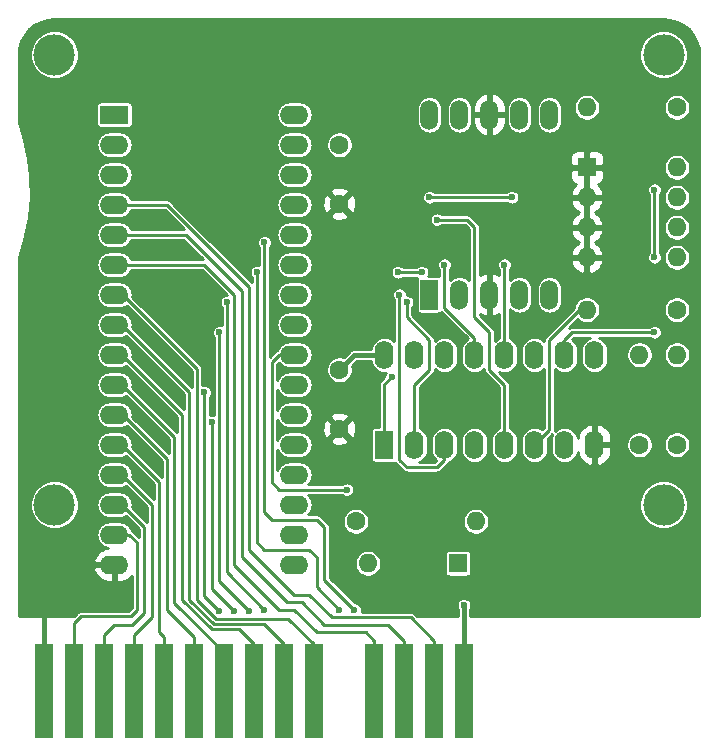
<source format=gbl>
%TF.GenerationSoftware,KiCad,Pcbnew,(5.1.8)-1*%
%TF.CreationDate,2021-04-06T15:09:44+02:00*%
%TF.ProjectId,ZX Cartridge 1983,5a582043-6172-4747-9269-646765203139,rev?*%
%TF.SameCoordinates,Original*%
%TF.FileFunction,Copper,L2,Bot*%
%TF.FilePolarity,Positive*%
%FSLAX46Y46*%
G04 Gerber Fmt 4.6, Leading zero omitted, Abs format (unit mm)*
G04 Created by KiCad (PCBNEW (5.1.8)-1) date 2021-04-06 15:09:44*
%MOMM*%
%LPD*%
G01*
G04 APERTURE LIST*
%TA.AperFunction,ComponentPad*%
%ADD10C,1.600000*%
%TD*%
%TA.AperFunction,ComponentPad*%
%ADD11R,1.600000X2.400000*%
%TD*%
%TA.AperFunction,ComponentPad*%
%ADD12O,1.600000X2.400000*%
%TD*%
%TA.AperFunction,ComponentPad*%
%ADD13C,3.500000*%
%TD*%
%TA.AperFunction,ConnectorPad*%
%ADD14R,1.500000X8.000000*%
%TD*%
%TA.AperFunction,ComponentPad*%
%ADD15R,2.400000X1.600000*%
%TD*%
%TA.AperFunction,ComponentPad*%
%ADD16O,2.400000X1.600000*%
%TD*%
%TA.AperFunction,ComponentPad*%
%ADD17O,1.524000X2.524000*%
%TD*%
%TA.AperFunction,ComponentPad*%
%ADD18R,1.524000X2.524000*%
%TD*%
%TA.AperFunction,ComponentPad*%
%ADD19R,1.600000X1.600000*%
%TD*%
%TA.AperFunction,ComponentPad*%
%ADD20O,1.600000X1.600000*%
%TD*%
%TA.AperFunction,ViaPad*%
%ADD21C,0.600000*%
%TD*%
%TA.AperFunction,Conductor*%
%ADD22C,0.250000*%
%TD*%
%TA.AperFunction,Conductor*%
%ADD23C,0.381000*%
%TD*%
%TA.AperFunction,Conductor*%
%ADD24C,0.254000*%
%TD*%
%TA.AperFunction,Conductor*%
%ADD25C,0.100000*%
%TD*%
G04 APERTURE END LIST*
D10*
%TO.P,C2,1*%
%TO.N,VCC*%
X147574000Y-88900000D03*
%TO.P,C2,2*%
%TO.N,GND*%
X147574000Y-93900000D03*
%TD*%
D11*
%TO.P,U2,1*%
%TO.N,Net-(AFF1-Pad1)*%
X151384000Y-95250000D03*
D12*
%TO.P,U2,9*%
%TO.N,/BA16*%
X169164000Y-87630000D03*
%TO.P,U2,2*%
%TO.N,Net-(AFF1-Pad9)*%
X153924000Y-95250000D03*
%TO.P,U2,10*%
%TO.N,Net-(JP2-Pad1)*%
X166624000Y-87630000D03*
%TO.P,U2,3*%
%TO.N,Net-(AFF1-Pad10)*%
X156464000Y-95250000D03*
%TO.P,U2,11*%
%TO.N,N/C*%
X164084000Y-87630000D03*
%TO.P,U2,4*%
X159004000Y-95250000D03*
%TO.P,U2,12*%
%TO.N,Net-(AFF1-Pad7)*%
X161544000Y-87630000D03*
%TO.P,U2,5*%
%TO.N,/BA14*%
X161544000Y-95250000D03*
%TO.P,U2,13*%
%TO.N,Net-(AFF1-Pad6)*%
X159004000Y-87630000D03*
%TO.P,U2,6*%
%TO.N,/BA15*%
X164084000Y-95250000D03*
%TO.P,U2,14*%
%TO.N,Net-(AFF1-Pad4)*%
X156464000Y-87630000D03*
%TO.P,U2,7*%
%TO.N,/~MREQ*%
X166624000Y-95250000D03*
%TO.P,U2,15*%
%TO.N,Net-(AFF1-Pad2)*%
X153924000Y-87630000D03*
%TO.P,U2,8*%
%TO.N,GND*%
X169164000Y-95250000D03*
%TO.P,U2,16*%
%TO.N,VCC*%
X151384000Y-87630000D03*
%TD*%
D10*
%TO.P,C1,1*%
%TO.N,VCC*%
X147574000Y-69850000D03*
%TO.P,C1,2*%
%TO.N,GND*%
X147574000Y-74850000D03*
%TD*%
D13*
%TO.P,M1,1*%
%TO.N,N/C*%
X123444000Y-100330000D03*
%TD*%
%TO.P,M2,1*%
%TO.N,N/C*%
X175011000Y-100330000D03*
%TD*%
%TO.P,M3,1*%
%TO.N,N/C*%
X175011000Y-62230000D03*
%TD*%
%TO.P,M4,1*%
%TO.N,N/C*%
X123444000Y-62230000D03*
%TD*%
D14*
%TO.P,J1,B1*%
%TO.N,GND*%
X122555000Y-116078000D03*
%TO.P,J1,B2*%
%TO.N,/D2*%
X125095000Y-116078000D03*
%TO.P,J1,B3*%
%TO.N,/D1*%
X127635000Y-116078000D03*
%TO.P,J1,B4*%
%TO.N,/D0*%
X130175000Y-116078000D03*
%TO.P,J1,B5*%
%TO.N,/A0*%
X132715000Y-116078000D03*
%TO.P,J1,B6*%
%TO.N,/A1*%
X135255000Y-116078000D03*
%TO.P,J1,B7*%
%TO.N,/A2*%
X137795000Y-116078000D03*
%TO.P,J1,B8*%
%TO.N,/A3*%
X140335000Y-116078000D03*
%TO.P,J1,B9*%
%TO.N,/A4*%
X142875000Y-116078000D03*
%TO.P,J1,B10*%
%TO.N,/A5*%
X145415000Y-116078000D03*
%TO.P,J1,B12*%
%TO.N,/A6*%
X150495000Y-116078000D03*
%TO.P,J1,B13*%
%TO.N,/A7*%
X153035000Y-116078000D03*
%TO.P,J1,B14*%
%TO.N,/A12*%
X155575000Y-116078000D03*
%TO.P,J1,B15*%
%TO.N,VCC*%
X158115000Y-116078000D03*
%TD*%
D15*
%TO.P,U1,1*%
%TO.N,VCC*%
X128524000Y-67310000D03*
D16*
%TO.P,U1,17*%
%TO.N,/D3*%
X143764000Y-105410000D03*
%TO.P,U1,2*%
%TO.N,/BA16*%
X128524000Y-69850000D03*
%TO.P,U1,18*%
%TO.N,/D4*%
X143764000Y-102870000D03*
%TO.P,U1,3*%
%TO.N,/BA15*%
X128524000Y-72390000D03*
%TO.P,U1,19*%
%TO.N,/D5*%
X143764000Y-100330000D03*
%TO.P,U1,4*%
%TO.N,/A12*%
X128524000Y-74930000D03*
%TO.P,U1,20*%
%TO.N,/D6*%
X143764000Y-97790000D03*
%TO.P,U1,5*%
%TO.N,/A7*%
X128524000Y-77470000D03*
%TO.P,U1,21*%
%TO.N,/D7*%
X143764000Y-95250000D03*
%TO.P,U1,6*%
%TO.N,/A6*%
X128524000Y-80010000D03*
%TO.P,U1,22*%
%TO.N,/~MREQ*%
X143764000Y-92710000D03*
%TO.P,U1,7*%
%TO.N,/A5*%
X128524000Y-82550000D03*
%TO.P,U1,23*%
%TO.N,/A10*%
X143764000Y-90170000D03*
%TO.P,U1,8*%
%TO.N,/A4*%
X128524000Y-85090000D03*
%TO.P,U1,24*%
%TO.N,/~ROM_OE*%
X143764000Y-87630000D03*
%TO.P,U1,9*%
%TO.N,/A3*%
X128524000Y-87630000D03*
%TO.P,U1,25*%
%TO.N,/A11*%
X143764000Y-85090000D03*
%TO.P,U1,10*%
%TO.N,/A2*%
X128524000Y-90170000D03*
%TO.P,U1,26*%
%TO.N,/A9*%
X143764000Y-82550000D03*
%TO.P,U1,11*%
%TO.N,/A1*%
X128524000Y-92710000D03*
%TO.P,U1,27*%
%TO.N,/A8*%
X143764000Y-80010000D03*
%TO.P,U1,12*%
%TO.N,/A0*%
X128524000Y-95250000D03*
%TO.P,U1,28*%
%TO.N,/A13*%
X143764000Y-77470000D03*
%TO.P,U1,13*%
%TO.N,/D0*%
X128524000Y-97790000D03*
%TO.P,U1,29*%
%TO.N,/BA14*%
X143764000Y-74930000D03*
%TO.P,U1,14*%
%TO.N,/D1*%
X128524000Y-100330000D03*
%TO.P,U1,30*%
%TO.N,/BA17*%
X143764000Y-72390000D03*
%TO.P,U1,15*%
%TO.N,/D2*%
X128524000Y-102870000D03*
%TO.P,U1,31*%
%TO.N,VCC*%
X143764000Y-69850000D03*
%TO.P,U1,16*%
%TO.N,GND*%
X128524000Y-105410000D03*
%TO.P,U1,32*%
%TO.N,VCC*%
X143764000Y-67310000D03*
%TD*%
D17*
%TO.P,AFF1,10*%
%TO.N,Net-(AFF1-Pad10)*%
X155194000Y-67310000D03*
%TO.P,AFF1,9*%
%TO.N,Net-(AFF1-Pad9)*%
X157734000Y-67310000D03*
%TO.P,AFF1,8*%
%TO.N,GND*%
X160274000Y-67310000D03*
%TO.P,AFF1,7*%
%TO.N,Net-(AFF1-Pad7)*%
X162814000Y-67310000D03*
%TO.P,AFF1,6*%
%TO.N,Net-(AFF1-Pad6)*%
X165354000Y-67310000D03*
%TO.P,AFF1,5*%
%TO.N,N/C*%
X165354000Y-82550000D03*
%TO.P,AFF1,4*%
%TO.N,Net-(AFF1-Pad4)*%
X162814000Y-82550000D03*
%TO.P,AFF1,3*%
%TO.N,GND*%
X160274000Y-82550000D03*
%TO.P,AFF1,2*%
%TO.N,Net-(AFF1-Pad2)*%
X157734000Y-82550000D03*
D18*
%TO.P,AFF1,1*%
%TO.N,Net-(AFF1-Pad1)*%
X155194000Y-82550000D03*
%TD*%
D19*
%TO.P,D1,1*%
%TO.N,/~ROM_OE*%
X157607000Y-105283000D03*
D20*
%TO.P,D1,2*%
%TO.N,/A14*%
X149987000Y-105283000D03*
%TD*%
D10*
%TO.P,R1,1*%
%TO.N,/A15*%
X148971000Y-101727000D03*
D20*
%TO.P,R1,2*%
%TO.N,/~ROM_OE*%
X159131000Y-101727000D03*
%TD*%
D19*
%TO.P,SW1,1*%
%TO.N,GND*%
X168529000Y-71755000D03*
D20*
%TO.P,SW1,5*%
%TO.N,Net-(JP2-Pad1)*%
X176149000Y-79375000D03*
%TO.P,SW1,2*%
%TO.N,GND*%
X168529000Y-74295000D03*
%TO.P,SW1,6*%
%TO.N,/BA16*%
X176149000Y-76835000D03*
%TO.P,SW1,3*%
%TO.N,GND*%
X168529000Y-76835000D03*
%TO.P,SW1,7*%
%TO.N,/BA15*%
X176149000Y-74295000D03*
%TO.P,SW1,4*%
%TO.N,GND*%
X168529000Y-79375000D03*
%TO.P,SW1,8*%
%TO.N,/BA14*%
X176149000Y-71755000D03*
%TD*%
D10*
%TO.P,R4,1*%
%TO.N,VCC*%
X172974000Y-95250000D03*
D20*
%TO.P,R4,2*%
%TO.N,/BA16*%
X172974000Y-87630000D03*
%TD*%
D10*
%TO.P,R2,1*%
%TO.N,VCC*%
X176149000Y-66675000D03*
D20*
%TO.P,R2,2*%
%TO.N,/BA14*%
X168529000Y-66675000D03*
%TD*%
%TO.P,R3,2*%
%TO.N,/BA15*%
X168529000Y-83820000D03*
D10*
%TO.P,R3,1*%
%TO.N,VCC*%
X176149000Y-83820000D03*
%TD*%
%TO.P,R5,1*%
%TO.N,VCC*%
X176149000Y-95250000D03*
D20*
%TO.P,R5,2*%
%TO.N,Net-(JP2-Pad1)*%
X176149000Y-87630000D03*
%TD*%
D21*
%TO.N,/A10*%
X136144000Y-90805000D03*
X137414000Y-109345978D03*
%TO.N,/A11*%
X137414000Y-85725000D03*
X139954000Y-109345978D03*
%TO.N,/A9*%
X138049000Y-83185000D03*
X141224000Y-109220000D03*
%TO.N,/A8*%
X147574000Y-109220000D03*
X140589000Y-80645000D03*
%TO.N,GND*%
X122555000Y-109347000D03*
%TO.N,VCC*%
X158115000Y-108839000D03*
%TO.N,/A13*%
X148844000Y-109220000D03*
X141224000Y-78105000D03*
%TO.N,/~MREQ*%
X136779000Y-93344992D03*
X138684000Y-109345978D03*
%TO.N,Net-(AFF1-Pad10)*%
X152654000Y-82550000D03*
%TO.N,Net-(AFF1-Pad9)*%
X153289000Y-83185000D03*
%TO.N,Net-(AFF1-Pad7)*%
X161544000Y-80010000D03*
%TO.N,Net-(AFF1-Pad6)*%
X156464000Y-80010000D03*
%TO.N,Net-(AFF1-Pad1)*%
X152001244Y-89517244D03*
%TO.N,/~ROM_OE*%
X148209000Y-99060000D03*
%TO.N,Net-(JP2-Pad1)*%
X174244000Y-73660000D03*
X174244000Y-79375000D03*
X155194000Y-74295000D03*
X162179000Y-74295000D03*
X174244000Y-85725000D03*
%TO.N,/BA14*%
X155829000Y-76200000D03*
%TO.N,/BA15*%
X152529558Y-80645000D03*
X154559000Y-80645000D03*
%TD*%
D22*
%TO.N,/A12*%
X139954000Y-81915000D02*
X132969000Y-74930000D01*
X143764000Y-107950000D02*
X139954000Y-104140000D01*
X145034000Y-107950000D02*
X143764000Y-107950000D01*
X132969000Y-74930000D02*
X128524000Y-74930000D01*
X146939000Y-109855000D02*
X145034000Y-107950000D01*
X139954000Y-104140000D02*
X139954000Y-81915000D01*
X153602000Y-109855000D02*
X146939000Y-109855000D01*
X155575000Y-111828000D02*
X153602000Y-109855000D01*
X155575000Y-116078000D02*
X155575000Y-111828000D01*
%TO.N,/A7*%
X134555795Y-77470000D02*
X128524000Y-77470000D01*
X139319000Y-82233205D02*
X134555795Y-77470000D01*
X139319000Y-104775000D02*
X139319000Y-82233205D01*
X143129000Y-108585000D02*
X139319000Y-104775000D01*
X144399000Y-108585000D02*
X143129000Y-108585000D01*
X153035000Y-116078000D02*
X153035000Y-111828000D01*
X146304000Y-110490000D02*
X144399000Y-108585000D01*
X153035000Y-111828000D02*
X151697000Y-110490000D01*
X151697000Y-110490000D02*
X146304000Y-110490000D01*
%TO.N,/A6*%
X138684000Y-82552820D02*
X136141180Y-80010000D01*
X138684000Y-105410000D02*
X138684000Y-82552820D01*
X142494000Y-109220000D02*
X138684000Y-105410000D01*
X150495000Y-111828000D02*
X149792000Y-111125000D01*
X150495000Y-116078000D02*
X150495000Y-111828000D01*
X143764000Y-109220000D02*
X142494000Y-109220000D01*
X149792000Y-111125000D02*
X145669000Y-111125000D01*
X145669000Y-111125000D02*
X143764000Y-109220000D01*
X136141180Y-80010000D02*
X128524000Y-80010000D01*
%TO.N,/A5*%
X129249000Y-82550000D02*
X128524000Y-82550000D01*
X137113998Y-109970978D02*
X135509000Y-108365980D01*
X135509000Y-108365980D02*
X135509000Y-88810000D01*
X143244978Y-109970978D02*
X137113998Y-109970978D01*
X135509000Y-88810000D02*
X129249000Y-82550000D01*
X145415000Y-112141000D02*
X143244978Y-109970978D01*
X145415000Y-116078000D02*
X145415000Y-112141000D01*
%TO.N,/A4*%
X134874000Y-90805000D02*
X129159000Y-85090000D01*
X134874000Y-108367391D02*
X134874000Y-90805000D01*
X129159000Y-85090000D02*
X128524000Y-85090000D01*
X136927598Y-110420989D02*
X134874000Y-108367391D01*
X141154989Y-110420989D02*
X136927598Y-110420989D01*
X142875000Y-112141000D02*
X141154989Y-110420989D01*
X142875000Y-116078000D02*
X142875000Y-112141000D01*
%TO.N,/A3*%
X129159000Y-87630000D02*
X128524000Y-87630000D01*
X134239000Y-108368802D02*
X134239000Y-92710000D01*
X136742223Y-110872025D02*
X134239000Y-108368802D01*
X139066025Y-110872025D02*
X136742223Y-110872025D01*
X140335000Y-112141000D02*
X139066025Y-110872025D01*
X134239000Y-92710000D02*
X129159000Y-87630000D01*
X140335000Y-116078000D02*
X140335000Y-112141000D01*
%TO.N,/A10*%
X136144000Y-90805000D02*
X136144000Y-108075978D01*
X136144000Y-108075978D02*
X137414000Y-109345978D01*
%TO.N,/A2*%
X133604000Y-94615000D02*
X129159000Y-90170000D01*
X129159000Y-90170000D02*
X128524000Y-90170000D01*
X133604000Y-108611000D02*
X133604000Y-94615000D01*
X137795000Y-112802000D02*
X133604000Y-108611000D01*
X137795000Y-116078000D02*
X137795000Y-112802000D01*
%TO.N,/A1*%
X129249000Y-92710000D02*
X128524000Y-92710000D01*
X132969000Y-96430000D02*
X129249000Y-92710000D01*
X132969000Y-109220000D02*
X132969000Y-96430000D01*
X135255000Y-111506000D02*
X132969000Y-109220000D01*
X135255000Y-116078000D02*
X135255000Y-111506000D01*
%TO.N,/A11*%
X137414000Y-106805978D02*
X139954000Y-109345978D01*
X137414000Y-85725000D02*
X137414000Y-106805978D01*
%TO.N,/A0*%
X132334000Y-98425000D02*
X129159000Y-95250000D01*
X129159000Y-95250000D02*
X128524000Y-95250000D01*
X132334000Y-111125000D02*
X132334000Y-98425000D01*
X132715000Y-111506000D02*
X132334000Y-111125000D01*
X132715000Y-116078000D02*
X132715000Y-111506000D01*
%TO.N,/A9*%
X138049000Y-106045000D02*
X141224000Y-109220000D01*
X138049000Y-83185000D02*
X138049000Y-106045000D01*
%TO.N,/A8*%
X141224000Y-104140000D02*
X140589000Y-103505000D01*
X145034000Y-104140000D02*
X141224000Y-104140000D01*
X145669000Y-104775000D02*
X145034000Y-104140000D01*
X145669000Y-107315000D02*
X145669000Y-104775000D01*
X140589000Y-103505000D02*
X140589000Y-80645000D01*
X147574000Y-109220000D02*
X145669000Y-107315000D01*
D23*
%TO.N,GND*%
X122555000Y-116078000D02*
X122555000Y-109347000D01*
%TO.N,VCC*%
X158115000Y-108839000D02*
X158115000Y-116078000D01*
X148844000Y-87630000D02*
X147574000Y-88900000D01*
X151384000Y-87630000D02*
X148844000Y-87630000D01*
D22*
%TO.N,/D2*%
X125095000Y-110363000D02*
X125095000Y-116078000D01*
X125696000Y-109762000D02*
X125095000Y-110363000D01*
X129887000Y-109762000D02*
X125696000Y-109762000D01*
X130429000Y-109220000D02*
X129887000Y-109762000D01*
X129794000Y-102870000D02*
X130429000Y-103505000D01*
X130429000Y-103505000D02*
X130429000Y-109220000D01*
X128524000Y-102870000D02*
X129794000Y-102870000D01*
%TO.N,/D1*%
X128494500Y-110490000D02*
X127635000Y-111349500D01*
X127635000Y-111349500D02*
X127635000Y-116078000D01*
X130048000Y-110490000D02*
X128494500Y-110490000D01*
X131064000Y-109474000D02*
X130048000Y-110490000D01*
X129159000Y-100330000D02*
X131064000Y-102235000D01*
X131064000Y-102235000D02*
X131064000Y-109474000D01*
X128524000Y-100330000D02*
X129159000Y-100330000D01*
%TO.N,/D0*%
X130175000Y-111379000D02*
X130175000Y-116078000D01*
X131699000Y-109855000D02*
X130175000Y-111379000D01*
X131699000Y-100330000D02*
X131699000Y-109855000D01*
X129159000Y-97790000D02*
X131699000Y-100330000D01*
X128524000Y-97790000D02*
X129159000Y-97790000D01*
%TO.N,/A13*%
X148844000Y-109220000D02*
X146304000Y-106680000D01*
X146304000Y-106680000D02*
X146304000Y-102235000D01*
X146304000Y-102235000D02*
X145669000Y-101600000D01*
X145669000Y-101600000D02*
X141859000Y-101600000D01*
X141859000Y-101600000D02*
X141224000Y-100965000D01*
X141224000Y-100965000D02*
X141224000Y-96520000D01*
X141224000Y-96520000D02*
X141224000Y-81915000D01*
X141224000Y-81915000D02*
X141224000Y-78105000D01*
%TO.N,/~MREQ*%
X136779000Y-107440978D02*
X138684000Y-109345978D01*
X136779000Y-93344992D02*
X136779000Y-107440978D01*
%TO.N,Net-(AFF1-Pad10)*%
X152654000Y-96520000D02*
X153289000Y-97155000D01*
X153289000Y-97155000D02*
X155829000Y-97155000D01*
X155829000Y-97155000D02*
X156464000Y-96520000D01*
X156464000Y-96520000D02*
X156464000Y-95250000D01*
X152654000Y-82550000D02*
X152654000Y-96520000D01*
%TO.N,Net-(AFF1-Pad9)*%
X153924000Y-95250000D02*
X153924000Y-90170000D01*
X153924000Y-90170000D02*
X155194000Y-88900000D01*
X155194000Y-88900000D02*
X155194000Y-86360000D01*
X155194000Y-86360000D02*
X153289000Y-84455000D01*
X153289000Y-84455000D02*
X153289000Y-83185000D01*
%TO.N,Net-(AFF1-Pad7)*%
X161544000Y-87630000D02*
X161544000Y-80010000D01*
%TO.N,Net-(AFF1-Pad6)*%
X159004000Y-87630000D02*
X159004000Y-86180000D01*
X159004000Y-86180000D02*
X156464000Y-83640000D01*
X156464000Y-83640000D02*
X156464000Y-80010000D01*
%TO.N,Net-(AFF1-Pad1)*%
X151384000Y-95250000D02*
X151384000Y-90134488D01*
X151384000Y-90134488D02*
X152001244Y-89517244D01*
%TO.N,/~ROM_OE*%
X143764000Y-87630000D02*
X142494000Y-87630000D01*
X142494000Y-87630000D02*
X141859000Y-88265000D01*
X141859000Y-88265000D02*
X141859000Y-98425000D01*
X142494000Y-99060000D02*
X148209000Y-99060000D01*
X141859000Y-98425000D02*
X142494000Y-99060000D01*
%TO.N,Net-(JP2-Pad1)*%
X174244000Y-73660000D02*
X174244000Y-79375000D01*
X155194000Y-74295000D02*
X162179000Y-74295000D01*
X166624000Y-87630000D02*
X166624000Y-86360000D01*
X166624000Y-86360000D02*
X167259000Y-85725000D01*
X167259000Y-85725000D02*
X174244000Y-85725000D01*
%TO.N,/BA14*%
X161544000Y-95250000D02*
X161544000Y-90170000D01*
X161544000Y-90170000D02*
X160274000Y-88900000D01*
X160274000Y-88900000D02*
X160274000Y-85725000D01*
X160274000Y-85725000D02*
X159004000Y-84455000D01*
X159004000Y-84455000D02*
X159004000Y-76835000D01*
X159004000Y-76835000D02*
X158369000Y-76200000D01*
X158369000Y-76200000D02*
X155829000Y-76200000D01*
%TO.N,/BA15*%
X152529558Y-80645000D02*
X154559000Y-80645000D01*
X165354000Y-93980000D02*
X164084000Y-95250000D01*
X165354000Y-86360000D02*
X165354000Y-93980000D01*
X167894000Y-83820000D02*
X165354000Y-86360000D01*
X168529000Y-83820000D02*
X167894000Y-83820000D01*
%TD*%
D24*
%TO.N,GND*%
X175595429Y-59253166D02*
X176162406Y-59424347D01*
X176685339Y-59702396D01*
X177144302Y-60076716D01*
X177521821Y-60533060D01*
X177803513Y-61054038D01*
X177978645Y-61619802D01*
X178041246Y-62215403D01*
X178041297Y-62230197D01*
X178041298Y-109728000D01*
X158632500Y-109728000D01*
X158632500Y-109193077D01*
X158670640Y-109135996D01*
X158717905Y-109021889D01*
X158742000Y-108900754D01*
X158742000Y-108777246D01*
X158717905Y-108656111D01*
X158670640Y-108542004D01*
X158602023Y-108439311D01*
X158514689Y-108351977D01*
X158411996Y-108283360D01*
X158297889Y-108236095D01*
X158176754Y-108212000D01*
X158053246Y-108212000D01*
X157932111Y-108236095D01*
X157818004Y-108283360D01*
X157715311Y-108351977D01*
X157627977Y-108439311D01*
X157559360Y-108542004D01*
X157512095Y-108656111D01*
X157488000Y-108777246D01*
X157488000Y-108900754D01*
X157512095Y-109021889D01*
X157559360Y-109135996D01*
X157597500Y-109193077D01*
X157597500Y-109728000D01*
X154114223Y-109728000D01*
X153937323Y-109551100D01*
X153923159Y-109533841D01*
X153854333Y-109477357D01*
X153775810Y-109435386D01*
X153690607Y-109409540D01*
X153624205Y-109403000D01*
X153602000Y-109400813D01*
X153579795Y-109403000D01*
X149446859Y-109403000D01*
X149446905Y-109402889D01*
X149471000Y-109281754D01*
X149471000Y-109158246D01*
X149446905Y-109037111D01*
X149399640Y-108923004D01*
X149331023Y-108820311D01*
X149243689Y-108732977D01*
X149140996Y-108664360D01*
X149026889Y-108617095D01*
X148905754Y-108593000D01*
X148856225Y-108593000D01*
X146756000Y-106492777D01*
X146756000Y-105172000D01*
X148860000Y-105172000D01*
X148860000Y-105394000D01*
X148903310Y-105611734D01*
X148988266Y-105816835D01*
X149111602Y-106001421D01*
X149268579Y-106158398D01*
X149453165Y-106281734D01*
X149658266Y-106366690D01*
X149876000Y-106410000D01*
X150098000Y-106410000D01*
X150315734Y-106366690D01*
X150520835Y-106281734D01*
X150705421Y-106158398D01*
X150862398Y-106001421D01*
X150985734Y-105816835D01*
X151070690Y-105611734D01*
X151114000Y-105394000D01*
X151114000Y-105172000D01*
X151070690Y-104954266D01*
X150985734Y-104749165D01*
X150862398Y-104564579D01*
X150780819Y-104483000D01*
X156478418Y-104483000D01*
X156478418Y-106083000D01*
X156484732Y-106147103D01*
X156503430Y-106208743D01*
X156533794Y-106265550D01*
X156574657Y-106315343D01*
X156624450Y-106356206D01*
X156681257Y-106386570D01*
X156742897Y-106405268D01*
X156807000Y-106411582D01*
X158407000Y-106411582D01*
X158471103Y-106405268D01*
X158532743Y-106386570D01*
X158589550Y-106356206D01*
X158639343Y-106315343D01*
X158680206Y-106265550D01*
X158710570Y-106208743D01*
X158729268Y-106147103D01*
X158735582Y-106083000D01*
X158735582Y-104483000D01*
X158729268Y-104418897D01*
X158710570Y-104357257D01*
X158680206Y-104300450D01*
X158639343Y-104250657D01*
X158589550Y-104209794D01*
X158532743Y-104179430D01*
X158471103Y-104160732D01*
X158407000Y-104154418D01*
X156807000Y-104154418D01*
X156742897Y-104160732D01*
X156681257Y-104179430D01*
X156624450Y-104209794D01*
X156574657Y-104250657D01*
X156533794Y-104300450D01*
X156503430Y-104357257D01*
X156484732Y-104418897D01*
X156478418Y-104483000D01*
X150780819Y-104483000D01*
X150705421Y-104407602D01*
X150520835Y-104284266D01*
X150315734Y-104199310D01*
X150098000Y-104156000D01*
X149876000Y-104156000D01*
X149658266Y-104199310D01*
X149453165Y-104284266D01*
X149268579Y-104407602D01*
X149111602Y-104564579D01*
X148988266Y-104749165D01*
X148903310Y-104954266D01*
X148860000Y-105172000D01*
X146756000Y-105172000D01*
X146756000Y-102257205D01*
X146758187Y-102235000D01*
X146749460Y-102146392D01*
X146723614Y-102061190D01*
X146701391Y-102019614D01*
X146681643Y-101982667D01*
X146625159Y-101913841D01*
X146607905Y-101899681D01*
X146324224Y-101616000D01*
X147844000Y-101616000D01*
X147844000Y-101838000D01*
X147887310Y-102055734D01*
X147972266Y-102260835D01*
X148095602Y-102445421D01*
X148252579Y-102602398D01*
X148437165Y-102725734D01*
X148642266Y-102810690D01*
X148860000Y-102854000D01*
X149082000Y-102854000D01*
X149299734Y-102810690D01*
X149504835Y-102725734D01*
X149689421Y-102602398D01*
X149846398Y-102445421D01*
X149969734Y-102260835D01*
X150054690Y-102055734D01*
X150098000Y-101838000D01*
X150098000Y-101616000D01*
X158004000Y-101616000D01*
X158004000Y-101838000D01*
X158047310Y-102055734D01*
X158132266Y-102260835D01*
X158255602Y-102445421D01*
X158412579Y-102602398D01*
X158597165Y-102725734D01*
X158802266Y-102810690D01*
X159020000Y-102854000D01*
X159242000Y-102854000D01*
X159459734Y-102810690D01*
X159664835Y-102725734D01*
X159849421Y-102602398D01*
X160006398Y-102445421D01*
X160129734Y-102260835D01*
X160214690Y-102055734D01*
X160258000Y-101838000D01*
X160258000Y-101616000D01*
X160214690Y-101398266D01*
X160129734Y-101193165D01*
X160006398Y-101008579D01*
X159849421Y-100851602D01*
X159664835Y-100728266D01*
X159459734Y-100643310D01*
X159242000Y-100600000D01*
X159020000Y-100600000D01*
X158802266Y-100643310D01*
X158597165Y-100728266D01*
X158412579Y-100851602D01*
X158255602Y-101008579D01*
X158132266Y-101193165D01*
X158047310Y-101398266D01*
X158004000Y-101616000D01*
X150098000Y-101616000D01*
X150054690Y-101398266D01*
X149969734Y-101193165D01*
X149846398Y-101008579D01*
X149689421Y-100851602D01*
X149504835Y-100728266D01*
X149299734Y-100643310D01*
X149082000Y-100600000D01*
X148860000Y-100600000D01*
X148642266Y-100643310D01*
X148437165Y-100728266D01*
X148252579Y-100851602D01*
X148095602Y-101008579D01*
X147972266Y-101193165D01*
X147887310Y-101398266D01*
X147844000Y-101616000D01*
X146324224Y-101616000D01*
X146004323Y-101296100D01*
X145990159Y-101278841D01*
X145921333Y-101222357D01*
X145842810Y-101180386D01*
X145757607Y-101154540D01*
X145691205Y-101148000D01*
X145669000Y-101145813D01*
X145646795Y-101148000D01*
X144943764Y-101148000D01*
X144964765Y-101130765D01*
X145105600Y-100959157D01*
X145210250Y-100763371D01*
X145274693Y-100550931D01*
X145296453Y-100330000D01*
X145276305Y-100125433D01*
X172934000Y-100125433D01*
X172934000Y-100534567D01*
X173013818Y-100935839D01*
X173170386Y-101313829D01*
X173397689Y-101654011D01*
X173686989Y-101943311D01*
X174027171Y-102170614D01*
X174405161Y-102327182D01*
X174806433Y-102407000D01*
X175215567Y-102407000D01*
X175616839Y-102327182D01*
X175994829Y-102170614D01*
X176335011Y-101943311D01*
X176624311Y-101654011D01*
X176851614Y-101313829D01*
X177008182Y-100935839D01*
X177088000Y-100534567D01*
X177088000Y-100125433D01*
X177008182Y-99724161D01*
X176851614Y-99346171D01*
X176624311Y-99005989D01*
X176335011Y-98716689D01*
X175994829Y-98489386D01*
X175616839Y-98332818D01*
X175215567Y-98253000D01*
X174806433Y-98253000D01*
X174405161Y-98332818D01*
X174027171Y-98489386D01*
X173686989Y-98716689D01*
X173397689Y-99005989D01*
X173170386Y-99346171D01*
X173013818Y-99724161D01*
X172934000Y-100125433D01*
X145276305Y-100125433D01*
X145274693Y-100109069D01*
X145210250Y-99896629D01*
X145105600Y-99700843D01*
X144964765Y-99529235D01*
X144943764Y-99512000D01*
X147774288Y-99512000D01*
X147809311Y-99547023D01*
X147912004Y-99615640D01*
X148026111Y-99662905D01*
X148147246Y-99687000D01*
X148270754Y-99687000D01*
X148391889Y-99662905D01*
X148505996Y-99615640D01*
X148608689Y-99547023D01*
X148696023Y-99459689D01*
X148764640Y-99356996D01*
X148811905Y-99242889D01*
X148836000Y-99121754D01*
X148836000Y-98998246D01*
X148811905Y-98877111D01*
X148764640Y-98763004D01*
X148696023Y-98660311D01*
X148608689Y-98572977D01*
X148505996Y-98504360D01*
X148391889Y-98457095D01*
X148270754Y-98433000D01*
X148147246Y-98433000D01*
X148026111Y-98457095D01*
X147912004Y-98504360D01*
X147809311Y-98572977D01*
X147774288Y-98608000D01*
X144943764Y-98608000D01*
X144964765Y-98590765D01*
X145105600Y-98419157D01*
X145210250Y-98223371D01*
X145274693Y-98010931D01*
X145296453Y-97790000D01*
X145274693Y-97569069D01*
X145210250Y-97356629D01*
X145105600Y-97160843D01*
X144964765Y-96989235D01*
X144793157Y-96848400D01*
X144597371Y-96743750D01*
X144384931Y-96679307D01*
X144219365Y-96663000D01*
X143308635Y-96663000D01*
X143143069Y-96679307D01*
X142930629Y-96743750D01*
X142734843Y-96848400D01*
X142563235Y-96989235D01*
X142422400Y-97160843D01*
X142317750Y-97356629D01*
X142311000Y-97378881D01*
X142311000Y-95661119D01*
X142317750Y-95683371D01*
X142422400Y-95879157D01*
X142563235Y-96050765D01*
X142734843Y-96191600D01*
X142930629Y-96296250D01*
X143143069Y-96360693D01*
X143308635Y-96377000D01*
X144219365Y-96377000D01*
X144384931Y-96360693D01*
X144597371Y-96296250D01*
X144793157Y-96191600D01*
X144964765Y-96050765D01*
X145105600Y-95879157D01*
X145210250Y-95683371D01*
X145274693Y-95470931D01*
X145296453Y-95250000D01*
X145274693Y-95029069D01*
X145233327Y-94892702D01*
X146760903Y-94892702D01*
X146832486Y-95136671D01*
X147087996Y-95257571D01*
X147362184Y-95326300D01*
X147644512Y-95340217D01*
X147924130Y-95298787D01*
X148190292Y-95203603D01*
X148315514Y-95136671D01*
X148387097Y-94892702D01*
X147574000Y-94079605D01*
X146760903Y-94892702D01*
X145233327Y-94892702D01*
X145210250Y-94816629D01*
X145105600Y-94620843D01*
X144964765Y-94449235D01*
X144793157Y-94308400D01*
X144597371Y-94203750D01*
X144384931Y-94139307D01*
X144219365Y-94123000D01*
X143308635Y-94123000D01*
X143143069Y-94139307D01*
X142930629Y-94203750D01*
X142734843Y-94308400D01*
X142563235Y-94449235D01*
X142422400Y-94620843D01*
X142317750Y-94816629D01*
X142311000Y-94838881D01*
X142311000Y-93970512D01*
X146133783Y-93970512D01*
X146175213Y-94250130D01*
X146270397Y-94516292D01*
X146337329Y-94641514D01*
X146581298Y-94713097D01*
X147394395Y-93900000D01*
X147753605Y-93900000D01*
X148566702Y-94713097D01*
X148810671Y-94641514D01*
X148931571Y-94386004D01*
X149000300Y-94111816D01*
X149014217Y-93829488D01*
X148972787Y-93549870D01*
X148877603Y-93283708D01*
X148810671Y-93158486D01*
X148566702Y-93086903D01*
X147753605Y-93900000D01*
X147394395Y-93900000D01*
X146581298Y-93086903D01*
X146337329Y-93158486D01*
X146216429Y-93413996D01*
X146147700Y-93688184D01*
X146133783Y-93970512D01*
X142311000Y-93970512D01*
X142311000Y-93121119D01*
X142317750Y-93143371D01*
X142422400Y-93339157D01*
X142563235Y-93510765D01*
X142734843Y-93651600D01*
X142930629Y-93756250D01*
X143143069Y-93820693D01*
X143308635Y-93837000D01*
X144219365Y-93837000D01*
X144384931Y-93820693D01*
X144597371Y-93756250D01*
X144793157Y-93651600D01*
X144964765Y-93510765D01*
X145105600Y-93339157D01*
X145210250Y-93143371D01*
X145274693Y-92930931D01*
X145277020Y-92907298D01*
X146760903Y-92907298D01*
X147574000Y-93720395D01*
X148387097Y-92907298D01*
X148315514Y-92663329D01*
X148060004Y-92542429D01*
X147785816Y-92473700D01*
X147503488Y-92459783D01*
X147223870Y-92501213D01*
X146957708Y-92596397D01*
X146832486Y-92663329D01*
X146760903Y-92907298D01*
X145277020Y-92907298D01*
X145296453Y-92710000D01*
X145274693Y-92489069D01*
X145210250Y-92276629D01*
X145105600Y-92080843D01*
X144964765Y-91909235D01*
X144793157Y-91768400D01*
X144597371Y-91663750D01*
X144384931Y-91599307D01*
X144219365Y-91583000D01*
X143308635Y-91583000D01*
X143143069Y-91599307D01*
X142930629Y-91663750D01*
X142734843Y-91768400D01*
X142563235Y-91909235D01*
X142422400Y-92080843D01*
X142317750Y-92276629D01*
X142311000Y-92298881D01*
X142311000Y-90581119D01*
X142317750Y-90603371D01*
X142422400Y-90799157D01*
X142563235Y-90970765D01*
X142734843Y-91111600D01*
X142930629Y-91216250D01*
X143143069Y-91280693D01*
X143308635Y-91297000D01*
X144219365Y-91297000D01*
X144384931Y-91280693D01*
X144597371Y-91216250D01*
X144793157Y-91111600D01*
X144964765Y-90970765D01*
X145105600Y-90799157D01*
X145210250Y-90603371D01*
X145274693Y-90390931D01*
X145296453Y-90170000D01*
X145274693Y-89949069D01*
X145210250Y-89736629D01*
X145105600Y-89540843D01*
X144964765Y-89369235D01*
X144793157Y-89228400D01*
X144597371Y-89123750D01*
X144384931Y-89059307D01*
X144219365Y-89043000D01*
X143308635Y-89043000D01*
X143143069Y-89059307D01*
X142930629Y-89123750D01*
X142734843Y-89228400D01*
X142563235Y-89369235D01*
X142422400Y-89540843D01*
X142317750Y-89736629D01*
X142311000Y-89758881D01*
X142311000Y-88789000D01*
X146447000Y-88789000D01*
X146447000Y-89011000D01*
X146490310Y-89228734D01*
X146575266Y-89433835D01*
X146698602Y-89618421D01*
X146855579Y-89775398D01*
X147040165Y-89898734D01*
X147245266Y-89983690D01*
X147463000Y-90027000D01*
X147685000Y-90027000D01*
X147902734Y-89983690D01*
X148107835Y-89898734D01*
X148292421Y-89775398D01*
X148449398Y-89618421D01*
X148572734Y-89433835D01*
X148657690Y-89228734D01*
X148701000Y-89011000D01*
X148701000Y-88789000D01*
X148657690Y-88571266D01*
X148650924Y-88554932D01*
X149058356Y-88147500D01*
X150263120Y-88147500D01*
X150273307Y-88250931D01*
X150337751Y-88463371D01*
X150442401Y-88659157D01*
X150583236Y-88830765D01*
X150754844Y-88971600D01*
X150950630Y-89076250D01*
X151163070Y-89140693D01*
X151384000Y-89162453D01*
X151491281Y-89151887D01*
X151445604Y-89220248D01*
X151398339Y-89334355D01*
X151374244Y-89455490D01*
X151374244Y-89505020D01*
X151080096Y-89799169D01*
X151062842Y-89813329D01*
X151019544Y-89866088D01*
X151006358Y-89882155D01*
X150964386Y-89960679D01*
X150938540Y-90045881D01*
X150929813Y-90134488D01*
X150932001Y-90156703D01*
X150932000Y-93721418D01*
X150584000Y-93721418D01*
X150519897Y-93727732D01*
X150458257Y-93746430D01*
X150401450Y-93776794D01*
X150351657Y-93817657D01*
X150310794Y-93867450D01*
X150280430Y-93924257D01*
X150261732Y-93985897D01*
X150255418Y-94050000D01*
X150255418Y-96450000D01*
X150261732Y-96514103D01*
X150280430Y-96575743D01*
X150310794Y-96632550D01*
X150351657Y-96682343D01*
X150401450Y-96723206D01*
X150458257Y-96753570D01*
X150519897Y-96772268D01*
X150584000Y-96778582D01*
X152184000Y-96778582D01*
X152248103Y-96772268D01*
X152272386Y-96764902D01*
X152276358Y-96772333D01*
X152332842Y-96841159D01*
X152350096Y-96855319D01*
X152953681Y-97458905D01*
X152967841Y-97476159D01*
X153036667Y-97532643D01*
X153104816Y-97569069D01*
X153115190Y-97574614D01*
X153200392Y-97600460D01*
X153289000Y-97609187D01*
X153311205Y-97607000D01*
X155806795Y-97607000D01*
X155829000Y-97609187D01*
X155851205Y-97607000D01*
X155917607Y-97600460D01*
X156002810Y-97574614D01*
X156081333Y-97532643D01*
X156150159Y-97476159D01*
X156164323Y-97458900D01*
X156767906Y-96855318D01*
X156785159Y-96841159D01*
X156841643Y-96772333D01*
X156879395Y-96701703D01*
X156897371Y-96696250D01*
X157093157Y-96591600D01*
X157264765Y-96450765D01*
X157405600Y-96279157D01*
X157510250Y-96083371D01*
X157574693Y-95870930D01*
X157591000Y-95705364D01*
X157591000Y-94794636D01*
X157877000Y-94794636D01*
X157877000Y-95705365D01*
X157893307Y-95870931D01*
X157957751Y-96083371D01*
X158062401Y-96279157D01*
X158203236Y-96450765D01*
X158374844Y-96591600D01*
X158570630Y-96696250D01*
X158783070Y-96760693D01*
X159004000Y-96782453D01*
X159224931Y-96760693D01*
X159437371Y-96696250D01*
X159633157Y-96591600D01*
X159804765Y-96450765D01*
X159945600Y-96279157D01*
X160050250Y-96083371D01*
X160114693Y-95870930D01*
X160131000Y-95705364D01*
X160131000Y-94794635D01*
X160114693Y-94629069D01*
X160050250Y-94416629D01*
X159945600Y-94220843D01*
X159804765Y-94049235D01*
X159633157Y-93908400D01*
X159437370Y-93803750D01*
X159224930Y-93739307D01*
X159004000Y-93717547D01*
X158783069Y-93739307D01*
X158570629Y-93803750D01*
X158374843Y-93908400D01*
X158203235Y-94049235D01*
X158062400Y-94220843D01*
X157957750Y-94416630D01*
X157893307Y-94629070D01*
X157877000Y-94794636D01*
X157591000Y-94794636D01*
X157591000Y-94794635D01*
X157574693Y-94629069D01*
X157510250Y-94416629D01*
X157405600Y-94220843D01*
X157264765Y-94049235D01*
X157093157Y-93908400D01*
X156897370Y-93803750D01*
X156684930Y-93739307D01*
X156464000Y-93717547D01*
X156243069Y-93739307D01*
X156030629Y-93803750D01*
X155834843Y-93908400D01*
X155663235Y-94049235D01*
X155522400Y-94220843D01*
X155417750Y-94416630D01*
X155353307Y-94629070D01*
X155337000Y-94794636D01*
X155337000Y-95705365D01*
X155353307Y-95870931D01*
X155417751Y-96083371D01*
X155522401Y-96279157D01*
X155663236Y-96450765D01*
X155789989Y-96554788D01*
X155641777Y-96703000D01*
X154335119Y-96703000D01*
X154357371Y-96696250D01*
X154553157Y-96591600D01*
X154724765Y-96450765D01*
X154865600Y-96279157D01*
X154970250Y-96083371D01*
X155034693Y-95870930D01*
X155051000Y-95705364D01*
X155051000Y-94794635D01*
X155034693Y-94629069D01*
X154970250Y-94416629D01*
X154865600Y-94220843D01*
X154724765Y-94049235D01*
X154553157Y-93908400D01*
X154376000Y-93813708D01*
X154376000Y-90357223D01*
X155497912Y-89235313D01*
X155515159Y-89221159D01*
X155571643Y-89152333D01*
X155613614Y-89073810D01*
X155639460Y-88988607D01*
X155646000Y-88922205D01*
X155646000Y-88922204D01*
X155648187Y-88900001D01*
X155646000Y-88877796D01*
X155646000Y-88809763D01*
X155663236Y-88830765D01*
X155834844Y-88971600D01*
X156030630Y-89076250D01*
X156243070Y-89140693D01*
X156464000Y-89162453D01*
X156684931Y-89140693D01*
X156897371Y-89076250D01*
X157093157Y-88971600D01*
X157264765Y-88830765D01*
X157405600Y-88659157D01*
X157510250Y-88463371D01*
X157574693Y-88250930D01*
X157591000Y-88085364D01*
X157591000Y-87174635D01*
X157574693Y-87009069D01*
X157510250Y-86796629D01*
X157405600Y-86600843D01*
X157264765Y-86429235D01*
X157093157Y-86288400D01*
X156897370Y-86183750D01*
X156684930Y-86119307D01*
X156464000Y-86097547D01*
X156243069Y-86119307D01*
X156030629Y-86183750D01*
X155834843Y-86288400D01*
X155663235Y-86429235D01*
X155646000Y-86450236D01*
X155646000Y-86382205D01*
X155648187Y-86360000D01*
X155639460Y-86271392D01*
X155613614Y-86186190D01*
X155591391Y-86144613D01*
X155571643Y-86107667D01*
X155515159Y-86038841D01*
X155497905Y-86024681D01*
X153741000Y-84267777D01*
X153741000Y-83619712D01*
X153776023Y-83584689D01*
X153844640Y-83481996D01*
X153891905Y-83367889D01*
X153916000Y-83246754D01*
X153916000Y-83123246D01*
X153891905Y-83002111D01*
X153844640Y-82888004D01*
X153776023Y-82785311D01*
X153688689Y-82697977D01*
X153585996Y-82629360D01*
X153471889Y-82582095D01*
X153350754Y-82558000D01*
X153281000Y-82558000D01*
X153281000Y-82488246D01*
X153256905Y-82367111D01*
X153209640Y-82253004D01*
X153141023Y-82150311D01*
X153053689Y-82062977D01*
X152950996Y-81994360D01*
X152836889Y-81947095D01*
X152715754Y-81923000D01*
X152592246Y-81923000D01*
X152471111Y-81947095D01*
X152357004Y-81994360D01*
X152254311Y-82062977D01*
X152166977Y-82150311D01*
X152098360Y-82253004D01*
X152051095Y-82367111D01*
X152027000Y-82488246D01*
X152027000Y-82611754D01*
X152051095Y-82732889D01*
X152098360Y-82846996D01*
X152166977Y-82949689D01*
X152202000Y-82984712D01*
X152202000Y-86450236D01*
X152184765Y-86429235D01*
X152013157Y-86288400D01*
X151817370Y-86183750D01*
X151604930Y-86119307D01*
X151384000Y-86097547D01*
X151163069Y-86119307D01*
X150950629Y-86183750D01*
X150754843Y-86288400D01*
X150583235Y-86429235D01*
X150442400Y-86600843D01*
X150337750Y-86796630D01*
X150273307Y-87009070D01*
X150263120Y-87112500D01*
X148869412Y-87112500D01*
X148843999Y-87109997D01*
X148742551Y-87119989D01*
X148645003Y-87149580D01*
X148555102Y-87197633D01*
X148476302Y-87262302D01*
X148460101Y-87282043D01*
X147919068Y-87823076D01*
X147902734Y-87816310D01*
X147685000Y-87773000D01*
X147463000Y-87773000D01*
X147245266Y-87816310D01*
X147040165Y-87901266D01*
X146855579Y-88024602D01*
X146698602Y-88181579D01*
X146575266Y-88366165D01*
X146490310Y-88571266D01*
X146447000Y-88789000D01*
X142311000Y-88789000D01*
X142311000Y-88452223D01*
X142459211Y-88304012D01*
X142563235Y-88430765D01*
X142734843Y-88571600D01*
X142930629Y-88676250D01*
X143143069Y-88740693D01*
X143308635Y-88757000D01*
X144219365Y-88757000D01*
X144384931Y-88740693D01*
X144597371Y-88676250D01*
X144793157Y-88571600D01*
X144964765Y-88430765D01*
X145105600Y-88259157D01*
X145210250Y-88063371D01*
X145274693Y-87850931D01*
X145296453Y-87630000D01*
X145274693Y-87409069D01*
X145210250Y-87196629D01*
X145105600Y-87000843D01*
X144964765Y-86829235D01*
X144793157Y-86688400D01*
X144597371Y-86583750D01*
X144384931Y-86519307D01*
X144219365Y-86503000D01*
X143308635Y-86503000D01*
X143143069Y-86519307D01*
X142930629Y-86583750D01*
X142734843Y-86688400D01*
X142563235Y-86829235D01*
X142422400Y-87000843D01*
X142317750Y-87196629D01*
X142312297Y-87214605D01*
X142241667Y-87252357D01*
X142172841Y-87308841D01*
X142158681Y-87326095D01*
X141676000Y-87808777D01*
X141676000Y-85090000D01*
X142231547Y-85090000D01*
X142253307Y-85310931D01*
X142317750Y-85523371D01*
X142422400Y-85719157D01*
X142563235Y-85890765D01*
X142734843Y-86031600D01*
X142930629Y-86136250D01*
X143143069Y-86200693D01*
X143308635Y-86217000D01*
X144219365Y-86217000D01*
X144384931Y-86200693D01*
X144597371Y-86136250D01*
X144793157Y-86031600D01*
X144964765Y-85890765D01*
X145105600Y-85719157D01*
X145210250Y-85523371D01*
X145274693Y-85310931D01*
X145296453Y-85090000D01*
X145274693Y-84869069D01*
X145210250Y-84656629D01*
X145105600Y-84460843D01*
X144964765Y-84289235D01*
X144793157Y-84148400D01*
X144597371Y-84043750D01*
X144384931Y-83979307D01*
X144219365Y-83963000D01*
X143308635Y-83963000D01*
X143143069Y-83979307D01*
X142930629Y-84043750D01*
X142734843Y-84148400D01*
X142563235Y-84289235D01*
X142422400Y-84460843D01*
X142317750Y-84656629D01*
X142253307Y-84869069D01*
X142231547Y-85090000D01*
X141676000Y-85090000D01*
X141676000Y-82550000D01*
X142231547Y-82550000D01*
X142253307Y-82770931D01*
X142317750Y-82983371D01*
X142422400Y-83179157D01*
X142563235Y-83350765D01*
X142734843Y-83491600D01*
X142930629Y-83596250D01*
X143143069Y-83660693D01*
X143308635Y-83677000D01*
X144219365Y-83677000D01*
X144384931Y-83660693D01*
X144597371Y-83596250D01*
X144793157Y-83491600D01*
X144964765Y-83350765D01*
X145105600Y-83179157D01*
X145210250Y-82983371D01*
X145274693Y-82770931D01*
X145296453Y-82550000D01*
X145274693Y-82329069D01*
X145210250Y-82116629D01*
X145105600Y-81920843D01*
X144964765Y-81749235D01*
X144793157Y-81608400D01*
X144597371Y-81503750D01*
X144384931Y-81439307D01*
X144219365Y-81423000D01*
X143308635Y-81423000D01*
X143143069Y-81439307D01*
X142930629Y-81503750D01*
X142734843Y-81608400D01*
X142563235Y-81749235D01*
X142422400Y-81920843D01*
X142317750Y-82116629D01*
X142253307Y-82329069D01*
X142231547Y-82550000D01*
X141676000Y-82550000D01*
X141676000Y-80010000D01*
X142231547Y-80010000D01*
X142253307Y-80230931D01*
X142317750Y-80443371D01*
X142422400Y-80639157D01*
X142563235Y-80810765D01*
X142734843Y-80951600D01*
X142930629Y-81056250D01*
X143143069Y-81120693D01*
X143308635Y-81137000D01*
X144219365Y-81137000D01*
X144384931Y-81120693D01*
X144597371Y-81056250D01*
X144793157Y-80951600D01*
X144964765Y-80810765D01*
X145105600Y-80639157D01*
X145135485Y-80583246D01*
X151902558Y-80583246D01*
X151902558Y-80706754D01*
X151926653Y-80827889D01*
X151973918Y-80941996D01*
X152042535Y-81044689D01*
X152129869Y-81132023D01*
X152232562Y-81200640D01*
X152346669Y-81247905D01*
X152467804Y-81272000D01*
X152591312Y-81272000D01*
X152712447Y-81247905D01*
X152826554Y-81200640D01*
X152929247Y-81132023D01*
X152964270Y-81097000D01*
X154124288Y-81097000D01*
X154149718Y-81122430D01*
X154128430Y-81162257D01*
X154109732Y-81223897D01*
X154103418Y-81288000D01*
X154103418Y-83812000D01*
X154109732Y-83876103D01*
X154128430Y-83937743D01*
X154158794Y-83994550D01*
X154199657Y-84044343D01*
X154249450Y-84085206D01*
X154306257Y-84115570D01*
X154367897Y-84134268D01*
X154432000Y-84140582D01*
X155956000Y-84140582D01*
X156020103Y-84134268D01*
X156081743Y-84115570D01*
X156138550Y-84085206D01*
X156188343Y-84044343D01*
X156206723Y-84021946D01*
X158438923Y-86254148D01*
X158374843Y-86288400D01*
X158203235Y-86429235D01*
X158062400Y-86600843D01*
X157957750Y-86796630D01*
X157893307Y-87009070D01*
X157877000Y-87174636D01*
X157877000Y-88085365D01*
X157893307Y-88250931D01*
X157957751Y-88463371D01*
X158062401Y-88659157D01*
X158203236Y-88830765D01*
X158374844Y-88971600D01*
X158570630Y-89076250D01*
X158783070Y-89140693D01*
X159004000Y-89162453D01*
X159224931Y-89140693D01*
X159437371Y-89076250D01*
X159633157Y-88971600D01*
X159804765Y-88830765D01*
X159822000Y-88809764D01*
X159822000Y-88877795D01*
X159819813Y-88900000D01*
X159828540Y-88988607D01*
X159832435Y-89001447D01*
X159854386Y-89073809D01*
X159896357Y-89152332D01*
X159952841Y-89221159D01*
X159970100Y-89235323D01*
X161092001Y-90357226D01*
X161092000Y-93813707D01*
X160914843Y-93908400D01*
X160743235Y-94049235D01*
X160602400Y-94220843D01*
X160497750Y-94416630D01*
X160433307Y-94629070D01*
X160417000Y-94794636D01*
X160417000Y-95705365D01*
X160433307Y-95870931D01*
X160497751Y-96083371D01*
X160602401Y-96279157D01*
X160743236Y-96450765D01*
X160914844Y-96591600D01*
X161110630Y-96696250D01*
X161323070Y-96760693D01*
X161544000Y-96782453D01*
X161764931Y-96760693D01*
X161977371Y-96696250D01*
X162173157Y-96591600D01*
X162344765Y-96450765D01*
X162485600Y-96279157D01*
X162590250Y-96083371D01*
X162654693Y-95870930D01*
X162671000Y-95705364D01*
X162671000Y-94794635D01*
X162654693Y-94629069D01*
X162590250Y-94416629D01*
X162485600Y-94220843D01*
X162344765Y-94049235D01*
X162173157Y-93908400D01*
X161996000Y-93813708D01*
X161996000Y-90192204D01*
X161998187Y-90169999D01*
X161989460Y-90081392D01*
X161983444Y-90061562D01*
X161963614Y-89996190D01*
X161921643Y-89917667D01*
X161865159Y-89848841D01*
X161847910Y-89834685D01*
X161065180Y-89051957D01*
X161110630Y-89076250D01*
X161323070Y-89140693D01*
X161544000Y-89162453D01*
X161764931Y-89140693D01*
X161977371Y-89076250D01*
X162173157Y-88971600D01*
X162344765Y-88830765D01*
X162485600Y-88659157D01*
X162590250Y-88463371D01*
X162654693Y-88250930D01*
X162671000Y-88085364D01*
X162671000Y-87174636D01*
X162957000Y-87174636D01*
X162957000Y-88085365D01*
X162973307Y-88250931D01*
X163037751Y-88463371D01*
X163142401Y-88659157D01*
X163283236Y-88830765D01*
X163454844Y-88971600D01*
X163650630Y-89076250D01*
X163863070Y-89140693D01*
X164084000Y-89162453D01*
X164304931Y-89140693D01*
X164517371Y-89076250D01*
X164713157Y-88971600D01*
X164884765Y-88830765D01*
X164902000Y-88809764D01*
X164902001Y-93792774D01*
X164753372Y-93941404D01*
X164713157Y-93908400D01*
X164517370Y-93803750D01*
X164304930Y-93739307D01*
X164084000Y-93717547D01*
X163863069Y-93739307D01*
X163650629Y-93803750D01*
X163454843Y-93908400D01*
X163283235Y-94049235D01*
X163142400Y-94220843D01*
X163037750Y-94416630D01*
X162973307Y-94629070D01*
X162957000Y-94794636D01*
X162957000Y-95705365D01*
X162973307Y-95870931D01*
X163037751Y-96083371D01*
X163142401Y-96279157D01*
X163283236Y-96450765D01*
X163454844Y-96591600D01*
X163650630Y-96696250D01*
X163863070Y-96760693D01*
X164084000Y-96782453D01*
X164304931Y-96760693D01*
X164517371Y-96696250D01*
X164713157Y-96591600D01*
X164884765Y-96450765D01*
X165025600Y-96279157D01*
X165130250Y-96083371D01*
X165194693Y-95870930D01*
X165211000Y-95705364D01*
X165211000Y-94794635D01*
X165208094Y-94765130D01*
X165602042Y-94371183D01*
X165577750Y-94416630D01*
X165513307Y-94629070D01*
X165497000Y-94794636D01*
X165497000Y-95705365D01*
X165513307Y-95870931D01*
X165577751Y-96083371D01*
X165682401Y-96279157D01*
X165823236Y-96450765D01*
X165994844Y-96591600D01*
X166190630Y-96696250D01*
X166403070Y-96760693D01*
X166624000Y-96782453D01*
X166844931Y-96760693D01*
X167057371Y-96696250D01*
X167253157Y-96591600D01*
X167424765Y-96450765D01*
X167565600Y-96279157D01*
X167670250Y-96083371D01*
X167734693Y-95870930D01*
X167738818Y-95829047D01*
X167781350Y-96054514D01*
X167886834Y-96316483D01*
X168041399Y-96552839D01*
X168239105Y-96754500D01*
X168472354Y-96913715D01*
X168732182Y-97024367D01*
X168814961Y-97041904D01*
X169037000Y-96919915D01*
X169037000Y-95377000D01*
X169291000Y-95377000D01*
X169291000Y-96919915D01*
X169513039Y-97041904D01*
X169595818Y-97024367D01*
X169855646Y-96913715D01*
X170088895Y-96754500D01*
X170286601Y-96552839D01*
X170441166Y-96316483D01*
X170546650Y-96054514D01*
X170599000Y-95777000D01*
X170599000Y-95377000D01*
X169291000Y-95377000D01*
X169037000Y-95377000D01*
X169017000Y-95377000D01*
X169017000Y-95139000D01*
X171847000Y-95139000D01*
X171847000Y-95361000D01*
X171890310Y-95578734D01*
X171975266Y-95783835D01*
X172098602Y-95968421D01*
X172255579Y-96125398D01*
X172440165Y-96248734D01*
X172645266Y-96333690D01*
X172863000Y-96377000D01*
X173085000Y-96377000D01*
X173302734Y-96333690D01*
X173507835Y-96248734D01*
X173692421Y-96125398D01*
X173849398Y-95968421D01*
X173972734Y-95783835D01*
X174057690Y-95578734D01*
X174101000Y-95361000D01*
X174101000Y-95139000D01*
X175022000Y-95139000D01*
X175022000Y-95361000D01*
X175065310Y-95578734D01*
X175150266Y-95783835D01*
X175273602Y-95968421D01*
X175430579Y-96125398D01*
X175615165Y-96248734D01*
X175820266Y-96333690D01*
X176038000Y-96377000D01*
X176260000Y-96377000D01*
X176477734Y-96333690D01*
X176682835Y-96248734D01*
X176867421Y-96125398D01*
X177024398Y-95968421D01*
X177147734Y-95783835D01*
X177232690Y-95578734D01*
X177276000Y-95361000D01*
X177276000Y-95139000D01*
X177232690Y-94921266D01*
X177147734Y-94716165D01*
X177024398Y-94531579D01*
X176867421Y-94374602D01*
X176682835Y-94251266D01*
X176477734Y-94166310D01*
X176260000Y-94123000D01*
X176038000Y-94123000D01*
X175820266Y-94166310D01*
X175615165Y-94251266D01*
X175430579Y-94374602D01*
X175273602Y-94531579D01*
X175150266Y-94716165D01*
X175065310Y-94921266D01*
X175022000Y-95139000D01*
X174101000Y-95139000D01*
X174057690Y-94921266D01*
X173972734Y-94716165D01*
X173849398Y-94531579D01*
X173692421Y-94374602D01*
X173507835Y-94251266D01*
X173302734Y-94166310D01*
X173085000Y-94123000D01*
X172863000Y-94123000D01*
X172645266Y-94166310D01*
X172440165Y-94251266D01*
X172255579Y-94374602D01*
X172098602Y-94531579D01*
X171975266Y-94716165D01*
X171890310Y-94921266D01*
X171847000Y-95139000D01*
X169017000Y-95139000D01*
X169017000Y-95123000D01*
X169037000Y-95123000D01*
X169037000Y-93580085D01*
X169291000Y-93580085D01*
X169291000Y-95123000D01*
X170599000Y-95123000D01*
X170599000Y-94723000D01*
X170546650Y-94445486D01*
X170441166Y-94183517D01*
X170286601Y-93947161D01*
X170088895Y-93745500D01*
X169855646Y-93586285D01*
X169595818Y-93475633D01*
X169513039Y-93458096D01*
X169291000Y-93580085D01*
X169037000Y-93580085D01*
X168814961Y-93458096D01*
X168732182Y-93475633D01*
X168472354Y-93586285D01*
X168239105Y-93745500D01*
X168041399Y-93947161D01*
X167886834Y-94183517D01*
X167781350Y-94445486D01*
X167738818Y-94670952D01*
X167734693Y-94629069D01*
X167670250Y-94416629D01*
X167565600Y-94220843D01*
X167424765Y-94049235D01*
X167253157Y-93908400D01*
X167057370Y-93803750D01*
X166844930Y-93739307D01*
X166624000Y-93717547D01*
X166403069Y-93739307D01*
X166190629Y-93803750D01*
X165994843Y-93908400D01*
X165823235Y-94049235D01*
X165794841Y-94083833D01*
X165799460Y-94068607D01*
X165806000Y-94002205D01*
X165808187Y-93980001D01*
X165806000Y-93957796D01*
X165806000Y-88809763D01*
X165823236Y-88830765D01*
X165994844Y-88971600D01*
X166190630Y-89076250D01*
X166403070Y-89140693D01*
X166624000Y-89162453D01*
X166844931Y-89140693D01*
X167057371Y-89076250D01*
X167253157Y-88971600D01*
X167424765Y-88830765D01*
X167565600Y-88659157D01*
X167670250Y-88463371D01*
X167734693Y-88250930D01*
X167751000Y-88085364D01*
X167751000Y-87174635D01*
X167734693Y-87009069D01*
X167670250Y-86796629D01*
X167565600Y-86600843D01*
X167424765Y-86429235D01*
X167298012Y-86325212D01*
X167446224Y-86177000D01*
X168752881Y-86177000D01*
X168730629Y-86183750D01*
X168534843Y-86288400D01*
X168363235Y-86429235D01*
X168222400Y-86600843D01*
X168117750Y-86796630D01*
X168053307Y-87009070D01*
X168037000Y-87174636D01*
X168037000Y-88085365D01*
X168053307Y-88250931D01*
X168117751Y-88463371D01*
X168222401Y-88659157D01*
X168363236Y-88830765D01*
X168534844Y-88971600D01*
X168730630Y-89076250D01*
X168943070Y-89140693D01*
X169164000Y-89162453D01*
X169384931Y-89140693D01*
X169597371Y-89076250D01*
X169793157Y-88971600D01*
X169964765Y-88830765D01*
X170105600Y-88659157D01*
X170210250Y-88463371D01*
X170274693Y-88250930D01*
X170291000Y-88085364D01*
X170291000Y-87519000D01*
X171847000Y-87519000D01*
X171847000Y-87741000D01*
X171890310Y-87958734D01*
X171975266Y-88163835D01*
X172098602Y-88348421D01*
X172255579Y-88505398D01*
X172440165Y-88628734D01*
X172645266Y-88713690D01*
X172863000Y-88757000D01*
X173085000Y-88757000D01*
X173302734Y-88713690D01*
X173507835Y-88628734D01*
X173692421Y-88505398D01*
X173849398Y-88348421D01*
X173972734Y-88163835D01*
X174057690Y-87958734D01*
X174101000Y-87741000D01*
X174101000Y-87519000D01*
X175022000Y-87519000D01*
X175022000Y-87741000D01*
X175065310Y-87958734D01*
X175150266Y-88163835D01*
X175273602Y-88348421D01*
X175430579Y-88505398D01*
X175615165Y-88628734D01*
X175820266Y-88713690D01*
X176038000Y-88757000D01*
X176260000Y-88757000D01*
X176477734Y-88713690D01*
X176682835Y-88628734D01*
X176867421Y-88505398D01*
X177024398Y-88348421D01*
X177147734Y-88163835D01*
X177232690Y-87958734D01*
X177276000Y-87741000D01*
X177276000Y-87519000D01*
X177232690Y-87301266D01*
X177147734Y-87096165D01*
X177024398Y-86911579D01*
X176867421Y-86754602D01*
X176682835Y-86631266D01*
X176477734Y-86546310D01*
X176260000Y-86503000D01*
X176038000Y-86503000D01*
X175820266Y-86546310D01*
X175615165Y-86631266D01*
X175430579Y-86754602D01*
X175273602Y-86911579D01*
X175150266Y-87096165D01*
X175065310Y-87301266D01*
X175022000Y-87519000D01*
X174101000Y-87519000D01*
X174057690Y-87301266D01*
X173972734Y-87096165D01*
X173849398Y-86911579D01*
X173692421Y-86754602D01*
X173507835Y-86631266D01*
X173302734Y-86546310D01*
X173085000Y-86503000D01*
X172863000Y-86503000D01*
X172645266Y-86546310D01*
X172440165Y-86631266D01*
X172255579Y-86754602D01*
X172098602Y-86911579D01*
X171975266Y-87096165D01*
X171890310Y-87301266D01*
X171847000Y-87519000D01*
X170291000Y-87519000D01*
X170291000Y-87174635D01*
X170274693Y-87009069D01*
X170210250Y-86796629D01*
X170105600Y-86600843D01*
X169964765Y-86429235D01*
X169793157Y-86288400D01*
X169597370Y-86183750D01*
X169575118Y-86177000D01*
X173809288Y-86177000D01*
X173844311Y-86212023D01*
X173947004Y-86280640D01*
X174061111Y-86327905D01*
X174182246Y-86352000D01*
X174305754Y-86352000D01*
X174426889Y-86327905D01*
X174540996Y-86280640D01*
X174643689Y-86212023D01*
X174731023Y-86124689D01*
X174799640Y-86021996D01*
X174846905Y-85907889D01*
X174871000Y-85786754D01*
X174871000Y-85663246D01*
X174846905Y-85542111D01*
X174799640Y-85428004D01*
X174731023Y-85325311D01*
X174643689Y-85237977D01*
X174540996Y-85169360D01*
X174426889Y-85122095D01*
X174305754Y-85098000D01*
X174182246Y-85098000D01*
X174061111Y-85122095D01*
X173947004Y-85169360D01*
X173844311Y-85237977D01*
X173809288Y-85273000D01*
X167281205Y-85273000D01*
X167259000Y-85270813D01*
X167170392Y-85279540D01*
X167085190Y-85305386D01*
X167006667Y-85347357D01*
X167002206Y-85351018D01*
X167734203Y-84619022D01*
X167810579Y-84695398D01*
X167995165Y-84818734D01*
X168200266Y-84903690D01*
X168418000Y-84947000D01*
X168640000Y-84947000D01*
X168857734Y-84903690D01*
X169062835Y-84818734D01*
X169247421Y-84695398D01*
X169404398Y-84538421D01*
X169527734Y-84353835D01*
X169612690Y-84148734D01*
X169656000Y-83931000D01*
X169656000Y-83709000D01*
X175022000Y-83709000D01*
X175022000Y-83931000D01*
X175065310Y-84148734D01*
X175150266Y-84353835D01*
X175273602Y-84538421D01*
X175430579Y-84695398D01*
X175615165Y-84818734D01*
X175820266Y-84903690D01*
X176038000Y-84947000D01*
X176260000Y-84947000D01*
X176477734Y-84903690D01*
X176682835Y-84818734D01*
X176867421Y-84695398D01*
X177024398Y-84538421D01*
X177147734Y-84353835D01*
X177232690Y-84148734D01*
X177276000Y-83931000D01*
X177276000Y-83709000D01*
X177232690Y-83491266D01*
X177147734Y-83286165D01*
X177024398Y-83101579D01*
X176867421Y-82944602D01*
X176682835Y-82821266D01*
X176477734Y-82736310D01*
X176260000Y-82693000D01*
X176038000Y-82693000D01*
X175820266Y-82736310D01*
X175615165Y-82821266D01*
X175430579Y-82944602D01*
X175273602Y-83101579D01*
X175150266Y-83286165D01*
X175065310Y-83491266D01*
X175022000Y-83709000D01*
X169656000Y-83709000D01*
X169612690Y-83491266D01*
X169527734Y-83286165D01*
X169404398Y-83101579D01*
X169247421Y-82944602D01*
X169062835Y-82821266D01*
X168857734Y-82736310D01*
X168640000Y-82693000D01*
X168418000Y-82693000D01*
X168200266Y-82736310D01*
X167995165Y-82821266D01*
X167810579Y-82944602D01*
X167653602Y-83101579D01*
X167530266Y-83286165D01*
X167445310Y-83491266D01*
X167410995Y-83663780D01*
X165050100Y-86024677D01*
X165032841Y-86038841D01*
X164976357Y-86107668D01*
X164961080Y-86136250D01*
X164934386Y-86186191D01*
X164908540Y-86271393D01*
X164899813Y-86360000D01*
X164902000Y-86382205D01*
X164902000Y-86450236D01*
X164884765Y-86429235D01*
X164713157Y-86288400D01*
X164517370Y-86183750D01*
X164304930Y-86119307D01*
X164084000Y-86097547D01*
X163863069Y-86119307D01*
X163650629Y-86183750D01*
X163454843Y-86288400D01*
X163283235Y-86429235D01*
X163142400Y-86600843D01*
X163037750Y-86796630D01*
X162973307Y-87009070D01*
X162957000Y-87174636D01*
X162671000Y-87174636D01*
X162671000Y-87174635D01*
X162654693Y-87009069D01*
X162590250Y-86796629D01*
X162485600Y-86600843D01*
X162344765Y-86429235D01*
X162173157Y-86288400D01*
X161996000Y-86193708D01*
X161996000Y-83769863D01*
X162040236Y-83823765D01*
X162206058Y-83959851D01*
X162395242Y-84060973D01*
X162600520Y-84123243D01*
X162814000Y-84144269D01*
X163027481Y-84123243D01*
X163232759Y-84060973D01*
X163421943Y-83959851D01*
X163587765Y-83823765D01*
X163723851Y-83657943D01*
X163824973Y-83468759D01*
X163887243Y-83263481D01*
X163903000Y-83103497D01*
X163903000Y-81996504D01*
X164265000Y-81996504D01*
X164265000Y-83103497D01*
X164280757Y-83263481D01*
X164343028Y-83468759D01*
X164444150Y-83657943D01*
X164580236Y-83823765D01*
X164746058Y-83959851D01*
X164935242Y-84060973D01*
X165140520Y-84123243D01*
X165354000Y-84144269D01*
X165567481Y-84123243D01*
X165772759Y-84060973D01*
X165961943Y-83959851D01*
X166127765Y-83823765D01*
X166263851Y-83657943D01*
X166364973Y-83468759D01*
X166427243Y-83263481D01*
X166443000Y-83103497D01*
X166443000Y-81996503D01*
X166427243Y-81836519D01*
X166364973Y-81631241D01*
X166263851Y-81442057D01*
X166127765Y-81276235D01*
X165961943Y-81140149D01*
X165772758Y-81039027D01*
X165567480Y-80976757D01*
X165354000Y-80955731D01*
X165140519Y-80976757D01*
X164935241Y-81039027D01*
X164746057Y-81140149D01*
X164580235Y-81276235D01*
X164444149Y-81442057D01*
X164343027Y-81631242D01*
X164280757Y-81836520D01*
X164265000Y-81996504D01*
X163903000Y-81996504D01*
X163903000Y-81996503D01*
X163887243Y-81836519D01*
X163824973Y-81631241D01*
X163723851Y-81442057D01*
X163587765Y-81276235D01*
X163421943Y-81140149D01*
X163232758Y-81039027D01*
X163027480Y-80976757D01*
X162814000Y-80955731D01*
X162600519Y-80976757D01*
X162395241Y-81039027D01*
X162206057Y-81140149D01*
X162040235Y-81276235D01*
X161996000Y-81330136D01*
X161996000Y-80444712D01*
X162031023Y-80409689D01*
X162099640Y-80306996D01*
X162146905Y-80192889D01*
X162171000Y-80071754D01*
X162171000Y-79948246D01*
X162146905Y-79827111D01*
X162104211Y-79724039D01*
X167137096Y-79724039D01*
X167177754Y-79858087D01*
X167297963Y-80112420D01*
X167465481Y-80338414D01*
X167673869Y-80527385D01*
X167915119Y-80672070D01*
X168179960Y-80766909D01*
X168402000Y-80645624D01*
X168402000Y-79502000D01*
X168656000Y-79502000D01*
X168656000Y-80645624D01*
X168878040Y-80766909D01*
X169142881Y-80672070D01*
X169384131Y-80527385D01*
X169592519Y-80338414D01*
X169760037Y-80112420D01*
X169880246Y-79858087D01*
X169920904Y-79724039D01*
X169798915Y-79502000D01*
X168656000Y-79502000D01*
X168402000Y-79502000D01*
X167259085Y-79502000D01*
X167137096Y-79724039D01*
X162104211Y-79724039D01*
X162099640Y-79713004D01*
X162031023Y-79610311D01*
X161943689Y-79522977D01*
X161840996Y-79454360D01*
X161726889Y-79407095D01*
X161605754Y-79383000D01*
X161482246Y-79383000D01*
X161361111Y-79407095D01*
X161247004Y-79454360D01*
X161144311Y-79522977D01*
X161056977Y-79610311D01*
X160988360Y-79713004D01*
X160941095Y-79827111D01*
X160917000Y-79948246D01*
X160917000Y-80071754D01*
X160941095Y-80192889D01*
X160988360Y-80306996D01*
X161056977Y-80409689D01*
X161092001Y-80444713D01*
X161092001Y-80918023D01*
X160944535Y-80817878D01*
X160691276Y-80710738D01*
X160617070Y-80695780D01*
X160401000Y-80818280D01*
X160401000Y-82423000D01*
X160421000Y-82423000D01*
X160421000Y-82677000D01*
X160401000Y-82677000D01*
X160401000Y-84281720D01*
X160617070Y-84404220D01*
X160691276Y-84389262D01*
X160944535Y-84282122D01*
X161092000Y-84181978D01*
X161092000Y-86193707D01*
X160914843Y-86288400D01*
X160743235Y-86429235D01*
X160726000Y-86450236D01*
X160726000Y-85747204D01*
X160728187Y-85724999D01*
X160719460Y-85636392D01*
X160713444Y-85616562D01*
X160693614Y-85551190D01*
X160651643Y-85472667D01*
X160595159Y-85403841D01*
X160577910Y-85389685D01*
X159456000Y-84267777D01*
X159456000Y-84181978D01*
X159603465Y-84282122D01*
X159856724Y-84389262D01*
X159930930Y-84404220D01*
X160147000Y-84281720D01*
X160147000Y-82677000D01*
X160127000Y-82677000D01*
X160127000Y-82423000D01*
X160147000Y-82423000D01*
X160147000Y-80818280D01*
X159930930Y-80695780D01*
X159856724Y-80710738D01*
X159603465Y-80817878D01*
X159456000Y-80918022D01*
X159456000Y-77184039D01*
X167137096Y-77184039D01*
X167177754Y-77318087D01*
X167297963Y-77572420D01*
X167465481Y-77798414D01*
X167673869Y-77987385D01*
X167869982Y-78105000D01*
X167673869Y-78222615D01*
X167465481Y-78411586D01*
X167297963Y-78637580D01*
X167177754Y-78891913D01*
X167137096Y-79025961D01*
X167259085Y-79248000D01*
X168402000Y-79248000D01*
X168402000Y-76962000D01*
X168656000Y-76962000D01*
X168656000Y-79248000D01*
X169798915Y-79248000D01*
X169920904Y-79025961D01*
X169880246Y-78891913D01*
X169760037Y-78637580D01*
X169592519Y-78411586D01*
X169384131Y-78222615D01*
X169188018Y-78105000D01*
X169384131Y-77987385D01*
X169592519Y-77798414D01*
X169760037Y-77572420D01*
X169880246Y-77318087D01*
X169920904Y-77184039D01*
X169798915Y-76962000D01*
X168656000Y-76962000D01*
X168402000Y-76962000D01*
X167259085Y-76962000D01*
X167137096Y-77184039D01*
X159456000Y-77184039D01*
X159456000Y-76857205D01*
X159458187Y-76835000D01*
X159449460Y-76746392D01*
X159423614Y-76661190D01*
X159390741Y-76599689D01*
X159381643Y-76582667D01*
X159325159Y-76513841D01*
X159307905Y-76499681D01*
X158704323Y-75896100D01*
X158690159Y-75878841D01*
X158621333Y-75822357D01*
X158542810Y-75780386D01*
X158457607Y-75754540D01*
X158391205Y-75748000D01*
X158369000Y-75745813D01*
X158346795Y-75748000D01*
X156263712Y-75748000D01*
X156228689Y-75712977D01*
X156125996Y-75644360D01*
X156011889Y-75597095D01*
X155890754Y-75573000D01*
X155767246Y-75573000D01*
X155646111Y-75597095D01*
X155532004Y-75644360D01*
X155429311Y-75712977D01*
X155341977Y-75800311D01*
X155273360Y-75903004D01*
X155226095Y-76017111D01*
X155202000Y-76138246D01*
X155202000Y-76261754D01*
X155226095Y-76382889D01*
X155273360Y-76496996D01*
X155341977Y-76599689D01*
X155429311Y-76687023D01*
X155532004Y-76755640D01*
X155646111Y-76802905D01*
X155767246Y-76827000D01*
X155890754Y-76827000D01*
X156011889Y-76802905D01*
X156125996Y-76755640D01*
X156228689Y-76687023D01*
X156263712Y-76652000D01*
X158181777Y-76652000D01*
X158552001Y-77022225D01*
X158552000Y-81330136D01*
X158507765Y-81276235D01*
X158341943Y-81140149D01*
X158152758Y-81039027D01*
X157947480Y-80976757D01*
X157734000Y-80955731D01*
X157520519Y-80976757D01*
X157315241Y-81039027D01*
X157126057Y-81140149D01*
X156960235Y-81276235D01*
X156916000Y-81330136D01*
X156916000Y-80444712D01*
X156951023Y-80409689D01*
X157019640Y-80306996D01*
X157066905Y-80192889D01*
X157091000Y-80071754D01*
X157091000Y-79948246D01*
X157066905Y-79827111D01*
X157019640Y-79713004D01*
X156951023Y-79610311D01*
X156863689Y-79522977D01*
X156760996Y-79454360D01*
X156646889Y-79407095D01*
X156525754Y-79383000D01*
X156402246Y-79383000D01*
X156281111Y-79407095D01*
X156167004Y-79454360D01*
X156064311Y-79522977D01*
X155976977Y-79610311D01*
X155908360Y-79713004D01*
X155861095Y-79827111D01*
X155837000Y-79948246D01*
X155837000Y-80071754D01*
X155861095Y-80192889D01*
X155908360Y-80306996D01*
X155976977Y-80409689D01*
X156012001Y-80444713D01*
X156012001Y-80964934D01*
X155956000Y-80959418D01*
X155102999Y-80959418D01*
X155114640Y-80941996D01*
X155161905Y-80827889D01*
X155186000Y-80706754D01*
X155186000Y-80583246D01*
X155161905Y-80462111D01*
X155114640Y-80348004D01*
X155046023Y-80245311D01*
X154958689Y-80157977D01*
X154855996Y-80089360D01*
X154741889Y-80042095D01*
X154620754Y-80018000D01*
X154497246Y-80018000D01*
X154376111Y-80042095D01*
X154262004Y-80089360D01*
X154159311Y-80157977D01*
X154124288Y-80193000D01*
X152964270Y-80193000D01*
X152929247Y-80157977D01*
X152826554Y-80089360D01*
X152712447Y-80042095D01*
X152591312Y-80018000D01*
X152467804Y-80018000D01*
X152346669Y-80042095D01*
X152232562Y-80089360D01*
X152129869Y-80157977D01*
X152042535Y-80245311D01*
X151973918Y-80348004D01*
X151926653Y-80462111D01*
X151902558Y-80583246D01*
X145135485Y-80583246D01*
X145210250Y-80443371D01*
X145274693Y-80230931D01*
X145296453Y-80010000D01*
X145274693Y-79789069D01*
X145210250Y-79576629D01*
X145105600Y-79380843D01*
X144964765Y-79209235D01*
X144793157Y-79068400D01*
X144597371Y-78963750D01*
X144384931Y-78899307D01*
X144219365Y-78883000D01*
X143308635Y-78883000D01*
X143143069Y-78899307D01*
X142930629Y-78963750D01*
X142734843Y-79068400D01*
X142563235Y-79209235D01*
X142422400Y-79380843D01*
X142317750Y-79576629D01*
X142253307Y-79789069D01*
X142231547Y-80010000D01*
X141676000Y-80010000D01*
X141676000Y-78539712D01*
X141711023Y-78504689D01*
X141779640Y-78401996D01*
X141826905Y-78287889D01*
X141851000Y-78166754D01*
X141851000Y-78043246D01*
X141826905Y-77922111D01*
X141779640Y-77808004D01*
X141711023Y-77705311D01*
X141623689Y-77617977D01*
X141520996Y-77549360D01*
X141406889Y-77502095D01*
X141285754Y-77478000D01*
X141162246Y-77478000D01*
X141041111Y-77502095D01*
X140927004Y-77549360D01*
X140824311Y-77617977D01*
X140736977Y-77705311D01*
X140668360Y-77808004D01*
X140621095Y-77922111D01*
X140597000Y-78043246D01*
X140597000Y-78166754D01*
X140621095Y-78287889D01*
X140668360Y-78401996D01*
X140736977Y-78504689D01*
X140772001Y-78539713D01*
X140772000Y-80042141D01*
X140771889Y-80042095D01*
X140650754Y-80018000D01*
X140527246Y-80018000D01*
X140406111Y-80042095D01*
X140292004Y-80089360D01*
X140189311Y-80157977D01*
X140101977Y-80245311D01*
X140033360Y-80348004D01*
X139986095Y-80462111D01*
X139962000Y-80583246D01*
X139962000Y-80706754D01*
X139986095Y-80827889D01*
X140033360Y-80941996D01*
X140101977Y-81044689D01*
X140137001Y-81079713D01*
X140137001Y-81458777D01*
X136148224Y-77470000D01*
X142231547Y-77470000D01*
X142253307Y-77690931D01*
X142317750Y-77903371D01*
X142422400Y-78099157D01*
X142563235Y-78270765D01*
X142734843Y-78411600D01*
X142930629Y-78516250D01*
X143143069Y-78580693D01*
X143308635Y-78597000D01*
X144219365Y-78597000D01*
X144384931Y-78580693D01*
X144597371Y-78516250D01*
X144793157Y-78411600D01*
X144964765Y-78270765D01*
X145105600Y-78099157D01*
X145210250Y-77903371D01*
X145274693Y-77690931D01*
X145296453Y-77470000D01*
X145274693Y-77249069D01*
X145210250Y-77036629D01*
X145105600Y-76840843D01*
X144964765Y-76669235D01*
X144793157Y-76528400D01*
X144597371Y-76423750D01*
X144384931Y-76359307D01*
X144219365Y-76343000D01*
X143308635Y-76343000D01*
X143143069Y-76359307D01*
X142930629Y-76423750D01*
X142734843Y-76528400D01*
X142563235Y-76669235D01*
X142422400Y-76840843D01*
X142317750Y-77036629D01*
X142253307Y-77249069D01*
X142231547Y-77470000D01*
X136148224Y-77470000D01*
X133608224Y-74930000D01*
X142231547Y-74930000D01*
X142253307Y-75150931D01*
X142317750Y-75363371D01*
X142422400Y-75559157D01*
X142563235Y-75730765D01*
X142734843Y-75871600D01*
X142930629Y-75976250D01*
X143143069Y-76040693D01*
X143308635Y-76057000D01*
X144219365Y-76057000D01*
X144384931Y-76040693D01*
X144597371Y-75976250D01*
X144793157Y-75871600D01*
X144828369Y-75842702D01*
X146760903Y-75842702D01*
X146832486Y-76086671D01*
X147087996Y-76207571D01*
X147362184Y-76276300D01*
X147644512Y-76290217D01*
X147924130Y-76248787D01*
X148190292Y-76153603D01*
X148315514Y-76086671D01*
X148387097Y-75842702D01*
X147574000Y-75029605D01*
X146760903Y-75842702D01*
X144828369Y-75842702D01*
X144964765Y-75730765D01*
X145105600Y-75559157D01*
X145210250Y-75363371D01*
X145274693Y-75150931D01*
X145296453Y-74930000D01*
X145295519Y-74920512D01*
X146133783Y-74920512D01*
X146175213Y-75200130D01*
X146270397Y-75466292D01*
X146337329Y-75591514D01*
X146581298Y-75663097D01*
X147394395Y-74850000D01*
X147753605Y-74850000D01*
X148566702Y-75663097D01*
X148810671Y-75591514D01*
X148931571Y-75336004D01*
X149000300Y-75061816D01*
X149014217Y-74779488D01*
X148972787Y-74499870D01*
X148877603Y-74233708D01*
X148877357Y-74233246D01*
X154567000Y-74233246D01*
X154567000Y-74356754D01*
X154591095Y-74477889D01*
X154638360Y-74591996D01*
X154706977Y-74694689D01*
X154794311Y-74782023D01*
X154897004Y-74850640D01*
X155011111Y-74897905D01*
X155132246Y-74922000D01*
X155255754Y-74922000D01*
X155376889Y-74897905D01*
X155490996Y-74850640D01*
X155593689Y-74782023D01*
X155628712Y-74747000D01*
X161744288Y-74747000D01*
X161779311Y-74782023D01*
X161882004Y-74850640D01*
X161996111Y-74897905D01*
X162117246Y-74922000D01*
X162240754Y-74922000D01*
X162361889Y-74897905D01*
X162475996Y-74850640D01*
X162578689Y-74782023D01*
X162666023Y-74694689D01*
X162699866Y-74644039D01*
X167137096Y-74644039D01*
X167177754Y-74778087D01*
X167297963Y-75032420D01*
X167465481Y-75258414D01*
X167673869Y-75447385D01*
X167869982Y-75565000D01*
X167673869Y-75682615D01*
X167465481Y-75871586D01*
X167297963Y-76097580D01*
X167177754Y-76351913D01*
X167137096Y-76485961D01*
X167259085Y-76708000D01*
X168402000Y-76708000D01*
X168402000Y-74422000D01*
X168656000Y-74422000D01*
X168656000Y-76708000D01*
X169798915Y-76708000D01*
X169920904Y-76485961D01*
X169880246Y-76351913D01*
X169760037Y-76097580D01*
X169592519Y-75871586D01*
X169384131Y-75682615D01*
X169188018Y-75565000D01*
X169384131Y-75447385D01*
X169592519Y-75258414D01*
X169760037Y-75032420D01*
X169880246Y-74778087D01*
X169920904Y-74644039D01*
X169798915Y-74422000D01*
X168656000Y-74422000D01*
X168402000Y-74422000D01*
X167259085Y-74422000D01*
X167137096Y-74644039D01*
X162699866Y-74644039D01*
X162734640Y-74591996D01*
X162781905Y-74477889D01*
X162806000Y-74356754D01*
X162806000Y-74233246D01*
X162781905Y-74112111D01*
X162734640Y-73998004D01*
X162666023Y-73895311D01*
X162578689Y-73807977D01*
X162475996Y-73739360D01*
X162361889Y-73692095D01*
X162240754Y-73668000D01*
X162117246Y-73668000D01*
X161996111Y-73692095D01*
X161882004Y-73739360D01*
X161779311Y-73807977D01*
X161744288Y-73843000D01*
X155628712Y-73843000D01*
X155593689Y-73807977D01*
X155490996Y-73739360D01*
X155376889Y-73692095D01*
X155255754Y-73668000D01*
X155132246Y-73668000D01*
X155011111Y-73692095D01*
X154897004Y-73739360D01*
X154794311Y-73807977D01*
X154706977Y-73895311D01*
X154638360Y-73998004D01*
X154591095Y-74112111D01*
X154567000Y-74233246D01*
X148877357Y-74233246D01*
X148810671Y-74108486D01*
X148566702Y-74036903D01*
X147753605Y-74850000D01*
X147394395Y-74850000D01*
X146581298Y-74036903D01*
X146337329Y-74108486D01*
X146216429Y-74363996D01*
X146147700Y-74638184D01*
X146133783Y-74920512D01*
X145295519Y-74920512D01*
X145274693Y-74709069D01*
X145210250Y-74496629D01*
X145105600Y-74300843D01*
X144964765Y-74129235D01*
X144793157Y-73988400D01*
X144597371Y-73883750D01*
X144510171Y-73857298D01*
X146760903Y-73857298D01*
X147574000Y-74670395D01*
X148387097Y-73857298D01*
X148315514Y-73613329D01*
X148060004Y-73492429D01*
X147785816Y-73423700D01*
X147503488Y-73409783D01*
X147223870Y-73451213D01*
X146957708Y-73546397D01*
X146832486Y-73613329D01*
X146760903Y-73857298D01*
X144510171Y-73857298D01*
X144384931Y-73819307D01*
X144219365Y-73803000D01*
X143308635Y-73803000D01*
X143143069Y-73819307D01*
X142930629Y-73883750D01*
X142734843Y-73988400D01*
X142563235Y-74129235D01*
X142422400Y-74300843D01*
X142317750Y-74496629D01*
X142253307Y-74709069D01*
X142231547Y-74930000D01*
X133608224Y-74930000D01*
X133304323Y-74626100D01*
X133290159Y-74608841D01*
X133221333Y-74552357D01*
X133142810Y-74510386D01*
X133057607Y-74484540D01*
X132991205Y-74478000D01*
X132969000Y-74475813D01*
X132946795Y-74478000D01*
X129960293Y-74478000D01*
X129865600Y-74300843D01*
X129724765Y-74129235D01*
X129553157Y-73988400D01*
X129357371Y-73883750D01*
X129144931Y-73819307D01*
X128979365Y-73803000D01*
X128068635Y-73803000D01*
X127903069Y-73819307D01*
X127690629Y-73883750D01*
X127494843Y-73988400D01*
X127323235Y-74129235D01*
X127182400Y-74300843D01*
X127077750Y-74496629D01*
X127013307Y-74709069D01*
X126991547Y-74930000D01*
X127013307Y-75150931D01*
X127077750Y-75363371D01*
X127182400Y-75559157D01*
X127323235Y-75730765D01*
X127494843Y-75871600D01*
X127690629Y-75976250D01*
X127903069Y-76040693D01*
X128068635Y-76057000D01*
X128979365Y-76057000D01*
X129144931Y-76040693D01*
X129357371Y-75976250D01*
X129553157Y-75871600D01*
X129724765Y-75730765D01*
X129865600Y-75559157D01*
X129960293Y-75382000D01*
X132781777Y-75382000D01*
X134417777Y-77018000D01*
X129960293Y-77018000D01*
X129865600Y-76840843D01*
X129724765Y-76669235D01*
X129553157Y-76528400D01*
X129357371Y-76423750D01*
X129144931Y-76359307D01*
X128979365Y-76343000D01*
X128068635Y-76343000D01*
X127903069Y-76359307D01*
X127690629Y-76423750D01*
X127494843Y-76528400D01*
X127323235Y-76669235D01*
X127182400Y-76840843D01*
X127077750Y-77036629D01*
X127013307Y-77249069D01*
X126991547Y-77470000D01*
X127013307Y-77690931D01*
X127077750Y-77903371D01*
X127182400Y-78099157D01*
X127323235Y-78270765D01*
X127494843Y-78411600D01*
X127690629Y-78516250D01*
X127903069Y-78580693D01*
X128068635Y-78597000D01*
X128979365Y-78597000D01*
X129144931Y-78580693D01*
X129357371Y-78516250D01*
X129553157Y-78411600D01*
X129724765Y-78270765D01*
X129865600Y-78099157D01*
X129960293Y-77922000D01*
X134368572Y-77922000D01*
X136004571Y-79558000D01*
X129960293Y-79558000D01*
X129865600Y-79380843D01*
X129724765Y-79209235D01*
X129553157Y-79068400D01*
X129357371Y-78963750D01*
X129144931Y-78899307D01*
X128979365Y-78883000D01*
X128068635Y-78883000D01*
X127903069Y-78899307D01*
X127690629Y-78963750D01*
X127494843Y-79068400D01*
X127323235Y-79209235D01*
X127182400Y-79380843D01*
X127077750Y-79576629D01*
X127013307Y-79789069D01*
X126991547Y-80010000D01*
X127013307Y-80230931D01*
X127077750Y-80443371D01*
X127182400Y-80639157D01*
X127323235Y-80810765D01*
X127494843Y-80951600D01*
X127690629Y-81056250D01*
X127903069Y-81120693D01*
X128068635Y-81137000D01*
X128979365Y-81137000D01*
X129144931Y-81120693D01*
X129357371Y-81056250D01*
X129553157Y-80951600D01*
X129724765Y-80810765D01*
X129865600Y-80639157D01*
X129960293Y-80462000D01*
X135953957Y-80462000D01*
X138049956Y-82558000D01*
X137987246Y-82558000D01*
X137866111Y-82582095D01*
X137752004Y-82629360D01*
X137649311Y-82697977D01*
X137561977Y-82785311D01*
X137493360Y-82888004D01*
X137446095Y-83002111D01*
X137422000Y-83123246D01*
X137422000Y-83246754D01*
X137446095Y-83367889D01*
X137493360Y-83481996D01*
X137561977Y-83584689D01*
X137597000Y-83619712D01*
X137597000Y-85122141D01*
X137596889Y-85122095D01*
X137475754Y-85098000D01*
X137352246Y-85098000D01*
X137231111Y-85122095D01*
X137117004Y-85169360D01*
X137014311Y-85237977D01*
X136926977Y-85325311D01*
X136858360Y-85428004D01*
X136811095Y-85542111D01*
X136787000Y-85663246D01*
X136787000Y-85786754D01*
X136811095Y-85907889D01*
X136858360Y-86021996D01*
X136926977Y-86124689D01*
X136962000Y-86159712D01*
X136962000Y-92742133D01*
X136961889Y-92742087D01*
X136840754Y-92717992D01*
X136717246Y-92717992D01*
X136596111Y-92742087D01*
X136596000Y-92742133D01*
X136596000Y-91239712D01*
X136631023Y-91204689D01*
X136699640Y-91101996D01*
X136746905Y-90987889D01*
X136771000Y-90866754D01*
X136771000Y-90743246D01*
X136746905Y-90622111D01*
X136699640Y-90508004D01*
X136631023Y-90405311D01*
X136543689Y-90317977D01*
X136440996Y-90249360D01*
X136326889Y-90202095D01*
X136205754Y-90178000D01*
X136082246Y-90178000D01*
X135961111Y-90202095D01*
X135961000Y-90202141D01*
X135961000Y-88832205D01*
X135963187Y-88810000D01*
X135954460Y-88721392D01*
X135928614Y-88636190D01*
X135915205Y-88611103D01*
X135886643Y-88557667D01*
X135830159Y-88488841D01*
X135812905Y-88474681D01*
X130041369Y-82703146D01*
X130056453Y-82550000D01*
X130034693Y-82329069D01*
X129970250Y-82116629D01*
X129865600Y-81920843D01*
X129724765Y-81749235D01*
X129553157Y-81608400D01*
X129357371Y-81503750D01*
X129144931Y-81439307D01*
X128979365Y-81423000D01*
X128068635Y-81423000D01*
X127903069Y-81439307D01*
X127690629Y-81503750D01*
X127494843Y-81608400D01*
X127323235Y-81749235D01*
X127182400Y-81920843D01*
X127077750Y-82116629D01*
X127013307Y-82329069D01*
X126991547Y-82550000D01*
X127013307Y-82770931D01*
X127077750Y-82983371D01*
X127182400Y-83179157D01*
X127323235Y-83350765D01*
X127494843Y-83491600D01*
X127690629Y-83596250D01*
X127903069Y-83660693D01*
X128068635Y-83677000D01*
X128979365Y-83677000D01*
X129144931Y-83660693D01*
X129357371Y-83596250D01*
X129551997Y-83492220D01*
X135057001Y-88997225D01*
X135057001Y-90348777D01*
X130031076Y-85322853D01*
X130034693Y-85310931D01*
X130056453Y-85090000D01*
X130034693Y-84869069D01*
X129970250Y-84656629D01*
X129865600Y-84460843D01*
X129724765Y-84289235D01*
X129553157Y-84148400D01*
X129357371Y-84043750D01*
X129144931Y-83979307D01*
X128979365Y-83963000D01*
X128068635Y-83963000D01*
X127903069Y-83979307D01*
X127690629Y-84043750D01*
X127494843Y-84148400D01*
X127323235Y-84289235D01*
X127182400Y-84460843D01*
X127077750Y-84656629D01*
X127013307Y-84869069D01*
X126991547Y-85090000D01*
X127013307Y-85310931D01*
X127077750Y-85523371D01*
X127182400Y-85719157D01*
X127323235Y-85890765D01*
X127494843Y-86031600D01*
X127690629Y-86136250D01*
X127903069Y-86200693D01*
X128068635Y-86217000D01*
X128979365Y-86217000D01*
X129144931Y-86200693D01*
X129357371Y-86136250D01*
X129493346Y-86063570D01*
X134422001Y-90992225D01*
X134422001Y-92253777D01*
X130031076Y-87862853D01*
X130034693Y-87850931D01*
X130056453Y-87630000D01*
X130034693Y-87409069D01*
X129970250Y-87196629D01*
X129865600Y-87000843D01*
X129724765Y-86829235D01*
X129553157Y-86688400D01*
X129357371Y-86583750D01*
X129144931Y-86519307D01*
X128979365Y-86503000D01*
X128068635Y-86503000D01*
X127903069Y-86519307D01*
X127690629Y-86583750D01*
X127494843Y-86688400D01*
X127323235Y-86829235D01*
X127182400Y-87000843D01*
X127077750Y-87196629D01*
X127013307Y-87409069D01*
X126991547Y-87630000D01*
X127013307Y-87850931D01*
X127077750Y-88063371D01*
X127182400Y-88259157D01*
X127323235Y-88430765D01*
X127494843Y-88571600D01*
X127690629Y-88676250D01*
X127903069Y-88740693D01*
X128068635Y-88757000D01*
X128979365Y-88757000D01*
X129144931Y-88740693D01*
X129357371Y-88676250D01*
X129493346Y-88603570D01*
X133787001Y-92897225D01*
X133787001Y-94158776D01*
X130031076Y-90402853D01*
X130034693Y-90390931D01*
X130056453Y-90170000D01*
X130034693Y-89949069D01*
X129970250Y-89736629D01*
X129865600Y-89540843D01*
X129724765Y-89369235D01*
X129553157Y-89228400D01*
X129357371Y-89123750D01*
X129144931Y-89059307D01*
X128979365Y-89043000D01*
X128068635Y-89043000D01*
X127903069Y-89059307D01*
X127690629Y-89123750D01*
X127494843Y-89228400D01*
X127323235Y-89369235D01*
X127182400Y-89540843D01*
X127077750Y-89736629D01*
X127013307Y-89949069D01*
X126991547Y-90170000D01*
X127013307Y-90390931D01*
X127077750Y-90603371D01*
X127182400Y-90799157D01*
X127323235Y-90970765D01*
X127494843Y-91111600D01*
X127690629Y-91216250D01*
X127903069Y-91280693D01*
X128068635Y-91297000D01*
X128979365Y-91297000D01*
X129144931Y-91280693D01*
X129357371Y-91216250D01*
X129493346Y-91143570D01*
X133152001Y-94802226D01*
X133152001Y-95973776D01*
X130041369Y-92863146D01*
X130056453Y-92710000D01*
X130034693Y-92489069D01*
X129970250Y-92276629D01*
X129865600Y-92080843D01*
X129724765Y-91909235D01*
X129553157Y-91768400D01*
X129357371Y-91663750D01*
X129144931Y-91599307D01*
X128979365Y-91583000D01*
X128068635Y-91583000D01*
X127903069Y-91599307D01*
X127690629Y-91663750D01*
X127494843Y-91768400D01*
X127323235Y-91909235D01*
X127182400Y-92080843D01*
X127077750Y-92276629D01*
X127013307Y-92489069D01*
X126991547Y-92710000D01*
X127013307Y-92930931D01*
X127077750Y-93143371D01*
X127182400Y-93339157D01*
X127323235Y-93510765D01*
X127494843Y-93651600D01*
X127690629Y-93756250D01*
X127903069Y-93820693D01*
X128068635Y-93837000D01*
X128979365Y-93837000D01*
X129144931Y-93820693D01*
X129357371Y-93756250D01*
X129551997Y-93652220D01*
X132517001Y-96617226D01*
X132517001Y-97968776D01*
X130031076Y-95482853D01*
X130034693Y-95470931D01*
X130056453Y-95250000D01*
X130034693Y-95029069D01*
X129970250Y-94816629D01*
X129865600Y-94620843D01*
X129724765Y-94449235D01*
X129553157Y-94308400D01*
X129357371Y-94203750D01*
X129144931Y-94139307D01*
X128979365Y-94123000D01*
X128068635Y-94123000D01*
X127903069Y-94139307D01*
X127690629Y-94203750D01*
X127494843Y-94308400D01*
X127323235Y-94449235D01*
X127182400Y-94620843D01*
X127077750Y-94816629D01*
X127013307Y-95029069D01*
X126991547Y-95250000D01*
X127013307Y-95470931D01*
X127077750Y-95683371D01*
X127182400Y-95879157D01*
X127323235Y-96050765D01*
X127494843Y-96191600D01*
X127690629Y-96296250D01*
X127903069Y-96360693D01*
X128068635Y-96377000D01*
X128979365Y-96377000D01*
X129144931Y-96360693D01*
X129357371Y-96296250D01*
X129493346Y-96223570D01*
X131882001Y-98612226D01*
X131882001Y-99873776D01*
X130031076Y-98022853D01*
X130034693Y-98010931D01*
X130056453Y-97790000D01*
X130034693Y-97569069D01*
X129970250Y-97356629D01*
X129865600Y-97160843D01*
X129724765Y-96989235D01*
X129553157Y-96848400D01*
X129357371Y-96743750D01*
X129144931Y-96679307D01*
X128979365Y-96663000D01*
X128068635Y-96663000D01*
X127903069Y-96679307D01*
X127690629Y-96743750D01*
X127494843Y-96848400D01*
X127323235Y-96989235D01*
X127182400Y-97160843D01*
X127077750Y-97356629D01*
X127013307Y-97569069D01*
X126991547Y-97790000D01*
X127013307Y-98010931D01*
X127077750Y-98223371D01*
X127182400Y-98419157D01*
X127323235Y-98590765D01*
X127494843Y-98731600D01*
X127690629Y-98836250D01*
X127903069Y-98900693D01*
X128068635Y-98917000D01*
X128979365Y-98917000D01*
X129144931Y-98900693D01*
X129357371Y-98836250D01*
X129493346Y-98763570D01*
X131247000Y-100517225D01*
X131247000Y-101778776D01*
X130031076Y-100562853D01*
X130034693Y-100550931D01*
X130056453Y-100330000D01*
X130034693Y-100109069D01*
X129970250Y-99896629D01*
X129865600Y-99700843D01*
X129724765Y-99529235D01*
X129553157Y-99388400D01*
X129357371Y-99283750D01*
X129144931Y-99219307D01*
X128979365Y-99203000D01*
X128068635Y-99203000D01*
X127903069Y-99219307D01*
X127690629Y-99283750D01*
X127494843Y-99388400D01*
X127323235Y-99529235D01*
X127182400Y-99700843D01*
X127077750Y-99896629D01*
X127013307Y-100109069D01*
X126991547Y-100330000D01*
X127013307Y-100550931D01*
X127077750Y-100763371D01*
X127182400Y-100959157D01*
X127323235Y-101130765D01*
X127494843Y-101271600D01*
X127690629Y-101376250D01*
X127903069Y-101440693D01*
X128068635Y-101457000D01*
X128979365Y-101457000D01*
X129144931Y-101440693D01*
X129357371Y-101376250D01*
X129493346Y-101303570D01*
X130612000Y-102422224D01*
X130612000Y-103048776D01*
X130129323Y-102566100D01*
X130115159Y-102548841D01*
X130046333Y-102492357D01*
X129975703Y-102454605D01*
X129970250Y-102436629D01*
X129865600Y-102240843D01*
X129724765Y-102069235D01*
X129553157Y-101928400D01*
X129357371Y-101823750D01*
X129144931Y-101759307D01*
X128979365Y-101743000D01*
X128068635Y-101743000D01*
X127903069Y-101759307D01*
X127690629Y-101823750D01*
X127494843Y-101928400D01*
X127323235Y-102069235D01*
X127182400Y-102240843D01*
X127077750Y-102436629D01*
X127013307Y-102649069D01*
X126991547Y-102870000D01*
X127013307Y-103090931D01*
X127077750Y-103303371D01*
X127182400Y-103499157D01*
X127323235Y-103670765D01*
X127494843Y-103811600D01*
X127690629Y-103916250D01*
X127903069Y-103980693D01*
X127944952Y-103984818D01*
X127719486Y-104027350D01*
X127457517Y-104132834D01*
X127221161Y-104287399D01*
X127019500Y-104485105D01*
X126860285Y-104718354D01*
X126749633Y-104978182D01*
X126732096Y-105060961D01*
X126854085Y-105283000D01*
X128397000Y-105283000D01*
X128397000Y-105263000D01*
X128651000Y-105263000D01*
X128651000Y-105283000D01*
X128671000Y-105283000D01*
X128671000Y-105537000D01*
X128651000Y-105537000D01*
X128651000Y-106845000D01*
X129051000Y-106845000D01*
X129328514Y-106792650D01*
X129590483Y-106687166D01*
X129826839Y-106532601D01*
X129977001Y-106385384D01*
X129977001Y-109032775D01*
X129699777Y-109310000D01*
X125718204Y-109310000D01*
X125695999Y-109307813D01*
X125607392Y-109316540D01*
X125587562Y-109322556D01*
X125522190Y-109342386D01*
X125443667Y-109384357D01*
X125374841Y-109440841D01*
X125360685Y-109458090D01*
X125090776Y-109728000D01*
X120408703Y-109728000D01*
X120408703Y-105759039D01*
X126732096Y-105759039D01*
X126749633Y-105841818D01*
X126860285Y-106101646D01*
X127019500Y-106334895D01*
X127221161Y-106532601D01*
X127457517Y-106687166D01*
X127719486Y-106792650D01*
X127997000Y-106845000D01*
X128397000Y-106845000D01*
X128397000Y-105537000D01*
X126854085Y-105537000D01*
X126732096Y-105759039D01*
X120408703Y-105759039D01*
X120408703Y-100125433D01*
X121367000Y-100125433D01*
X121367000Y-100534567D01*
X121446818Y-100935839D01*
X121603386Y-101313829D01*
X121830689Y-101654011D01*
X122119989Y-101943311D01*
X122460171Y-102170614D01*
X122838161Y-102327182D01*
X123239433Y-102407000D01*
X123648567Y-102407000D01*
X124049839Y-102327182D01*
X124427829Y-102170614D01*
X124768011Y-101943311D01*
X125057311Y-101654011D01*
X125284614Y-101313829D01*
X125441182Y-100935839D01*
X125521000Y-100534567D01*
X125521000Y-100125433D01*
X125441182Y-99724161D01*
X125284614Y-99346171D01*
X125057311Y-99005989D01*
X124768011Y-98716689D01*
X124427829Y-98489386D01*
X124049839Y-98332818D01*
X123648567Y-98253000D01*
X123239433Y-98253000D01*
X122838161Y-98332818D01*
X122460171Y-98489386D01*
X122119989Y-98716689D01*
X121830689Y-99005989D01*
X121603386Y-99346171D01*
X121446818Y-99724161D01*
X121367000Y-100125433D01*
X120408703Y-100125433D01*
X120408703Y-79399569D01*
X120517801Y-79099010D01*
X120517858Y-79098824D01*
X120517930Y-79098652D01*
X120520436Y-79091007D01*
X120979969Y-77539049D01*
X120980662Y-77536196D01*
X120981512Y-77533404D01*
X120983246Y-77525548D01*
X121286366Y-75935622D01*
X121286770Y-75932724D01*
X121287341Y-75929853D01*
X121288286Y-75921863D01*
X121431997Y-74309693D01*
X121432112Y-74306764D01*
X121432394Y-74303856D01*
X121432541Y-74295812D01*
X121415421Y-72677339D01*
X121415244Y-72674413D01*
X121415236Y-72671491D01*
X121414584Y-72663472D01*
X121384364Y-72390000D01*
X126991547Y-72390000D01*
X127013307Y-72610931D01*
X127077750Y-72823371D01*
X127182400Y-73019157D01*
X127323235Y-73190765D01*
X127494843Y-73331600D01*
X127690629Y-73436250D01*
X127903069Y-73500693D01*
X128068635Y-73517000D01*
X128979365Y-73517000D01*
X129144931Y-73500693D01*
X129357371Y-73436250D01*
X129553157Y-73331600D01*
X129724765Y-73190765D01*
X129865600Y-73019157D01*
X129970250Y-72823371D01*
X130034693Y-72610931D01*
X130056453Y-72390000D01*
X142231547Y-72390000D01*
X142253307Y-72610931D01*
X142317750Y-72823371D01*
X142422400Y-73019157D01*
X142563235Y-73190765D01*
X142734843Y-73331600D01*
X142930629Y-73436250D01*
X143143069Y-73500693D01*
X143308635Y-73517000D01*
X144219365Y-73517000D01*
X144384931Y-73500693D01*
X144597371Y-73436250D01*
X144793157Y-73331600D01*
X144964765Y-73190765D01*
X145105600Y-73019157D01*
X145210250Y-72823371D01*
X145274693Y-72610931D01*
X145280201Y-72555000D01*
X167090928Y-72555000D01*
X167103188Y-72679482D01*
X167139498Y-72799180D01*
X167198463Y-72909494D01*
X167277815Y-73006185D01*
X167374506Y-73085537D01*
X167484820Y-73144502D01*
X167604518Y-73180812D01*
X167629080Y-73183231D01*
X167465481Y-73331586D01*
X167297963Y-73557580D01*
X167177754Y-73811913D01*
X167137096Y-73945961D01*
X167259085Y-74168000D01*
X168402000Y-74168000D01*
X168402000Y-71882000D01*
X168656000Y-71882000D01*
X168656000Y-74168000D01*
X169798915Y-74168000D01*
X169920904Y-73945961D01*
X169880246Y-73811913D01*
X169779258Y-73598246D01*
X173617000Y-73598246D01*
X173617000Y-73721754D01*
X173641095Y-73842889D01*
X173688360Y-73956996D01*
X173756977Y-74059689D01*
X173792000Y-74094712D01*
X173792001Y-78940287D01*
X173756977Y-78975311D01*
X173688360Y-79078004D01*
X173641095Y-79192111D01*
X173617000Y-79313246D01*
X173617000Y-79436754D01*
X173641095Y-79557889D01*
X173688360Y-79671996D01*
X173756977Y-79774689D01*
X173844311Y-79862023D01*
X173947004Y-79930640D01*
X174061111Y-79977905D01*
X174182246Y-80002000D01*
X174305754Y-80002000D01*
X174426889Y-79977905D01*
X174540996Y-79930640D01*
X174643689Y-79862023D01*
X174731023Y-79774689D01*
X174799640Y-79671996D01*
X174846905Y-79557889D01*
X174871000Y-79436754D01*
X174871000Y-79313246D01*
X174861205Y-79264000D01*
X175022000Y-79264000D01*
X175022000Y-79486000D01*
X175065310Y-79703734D01*
X175150266Y-79908835D01*
X175273602Y-80093421D01*
X175430579Y-80250398D01*
X175615165Y-80373734D01*
X175820266Y-80458690D01*
X176038000Y-80502000D01*
X176260000Y-80502000D01*
X176477734Y-80458690D01*
X176682835Y-80373734D01*
X176867421Y-80250398D01*
X177024398Y-80093421D01*
X177147734Y-79908835D01*
X177232690Y-79703734D01*
X177276000Y-79486000D01*
X177276000Y-79264000D01*
X177232690Y-79046266D01*
X177147734Y-78841165D01*
X177024398Y-78656579D01*
X176867421Y-78499602D01*
X176682835Y-78376266D01*
X176477734Y-78291310D01*
X176260000Y-78248000D01*
X176038000Y-78248000D01*
X175820266Y-78291310D01*
X175615165Y-78376266D01*
X175430579Y-78499602D01*
X175273602Y-78656579D01*
X175150266Y-78841165D01*
X175065310Y-79046266D01*
X175022000Y-79264000D01*
X174861205Y-79264000D01*
X174846905Y-79192111D01*
X174799640Y-79078004D01*
X174731023Y-78975311D01*
X174696000Y-78940288D01*
X174696000Y-76724000D01*
X175022000Y-76724000D01*
X175022000Y-76946000D01*
X175065310Y-77163734D01*
X175150266Y-77368835D01*
X175273602Y-77553421D01*
X175430579Y-77710398D01*
X175615165Y-77833734D01*
X175820266Y-77918690D01*
X176038000Y-77962000D01*
X176260000Y-77962000D01*
X176477734Y-77918690D01*
X176682835Y-77833734D01*
X176867421Y-77710398D01*
X177024398Y-77553421D01*
X177147734Y-77368835D01*
X177232690Y-77163734D01*
X177276000Y-76946000D01*
X177276000Y-76724000D01*
X177232690Y-76506266D01*
X177147734Y-76301165D01*
X177024398Y-76116579D01*
X176867421Y-75959602D01*
X176682835Y-75836266D01*
X176477734Y-75751310D01*
X176260000Y-75708000D01*
X176038000Y-75708000D01*
X175820266Y-75751310D01*
X175615165Y-75836266D01*
X175430579Y-75959602D01*
X175273602Y-76116579D01*
X175150266Y-76301165D01*
X175065310Y-76506266D01*
X175022000Y-76724000D01*
X174696000Y-76724000D01*
X174696000Y-74184000D01*
X175022000Y-74184000D01*
X175022000Y-74406000D01*
X175065310Y-74623734D01*
X175150266Y-74828835D01*
X175273602Y-75013421D01*
X175430579Y-75170398D01*
X175615165Y-75293734D01*
X175820266Y-75378690D01*
X176038000Y-75422000D01*
X176260000Y-75422000D01*
X176477734Y-75378690D01*
X176682835Y-75293734D01*
X176867421Y-75170398D01*
X177024398Y-75013421D01*
X177147734Y-74828835D01*
X177232690Y-74623734D01*
X177276000Y-74406000D01*
X177276000Y-74184000D01*
X177232690Y-73966266D01*
X177147734Y-73761165D01*
X177024398Y-73576579D01*
X176867421Y-73419602D01*
X176682835Y-73296266D01*
X176477734Y-73211310D01*
X176260000Y-73168000D01*
X176038000Y-73168000D01*
X175820266Y-73211310D01*
X175615165Y-73296266D01*
X175430579Y-73419602D01*
X175273602Y-73576579D01*
X175150266Y-73761165D01*
X175065310Y-73966266D01*
X175022000Y-74184000D01*
X174696000Y-74184000D01*
X174696000Y-74094712D01*
X174731023Y-74059689D01*
X174799640Y-73956996D01*
X174846905Y-73842889D01*
X174871000Y-73721754D01*
X174871000Y-73598246D01*
X174846905Y-73477111D01*
X174799640Y-73363004D01*
X174731023Y-73260311D01*
X174643689Y-73172977D01*
X174540996Y-73104360D01*
X174426889Y-73057095D01*
X174305754Y-73033000D01*
X174182246Y-73033000D01*
X174061111Y-73057095D01*
X173947004Y-73104360D01*
X173844311Y-73172977D01*
X173756977Y-73260311D01*
X173688360Y-73363004D01*
X173641095Y-73477111D01*
X173617000Y-73598246D01*
X169779258Y-73598246D01*
X169760037Y-73557580D01*
X169592519Y-73331586D01*
X169428920Y-73183231D01*
X169453482Y-73180812D01*
X169573180Y-73144502D01*
X169683494Y-73085537D01*
X169780185Y-73006185D01*
X169859537Y-72909494D01*
X169918502Y-72799180D01*
X169954812Y-72679482D01*
X169967072Y-72555000D01*
X169964000Y-72040750D01*
X169805250Y-71882000D01*
X168656000Y-71882000D01*
X168402000Y-71882000D01*
X167252750Y-71882000D01*
X167094000Y-72040750D01*
X167090928Y-72555000D01*
X145280201Y-72555000D01*
X145296453Y-72390000D01*
X145274693Y-72169069D01*
X145210250Y-71956629D01*
X145105600Y-71760843D01*
X145009710Y-71644000D01*
X175022000Y-71644000D01*
X175022000Y-71866000D01*
X175065310Y-72083734D01*
X175150266Y-72288835D01*
X175273602Y-72473421D01*
X175430579Y-72630398D01*
X175615165Y-72753734D01*
X175820266Y-72838690D01*
X176038000Y-72882000D01*
X176260000Y-72882000D01*
X176477734Y-72838690D01*
X176682835Y-72753734D01*
X176867421Y-72630398D01*
X177024398Y-72473421D01*
X177147734Y-72288835D01*
X177232690Y-72083734D01*
X177276000Y-71866000D01*
X177276000Y-71644000D01*
X177232690Y-71426266D01*
X177147734Y-71221165D01*
X177024398Y-71036579D01*
X176867421Y-70879602D01*
X176682835Y-70756266D01*
X176477734Y-70671310D01*
X176260000Y-70628000D01*
X176038000Y-70628000D01*
X175820266Y-70671310D01*
X175615165Y-70756266D01*
X175430579Y-70879602D01*
X175273602Y-71036579D01*
X175150266Y-71221165D01*
X175065310Y-71426266D01*
X175022000Y-71644000D01*
X145009710Y-71644000D01*
X144964765Y-71589235D01*
X144793157Y-71448400D01*
X144597371Y-71343750D01*
X144384931Y-71279307D01*
X144219365Y-71263000D01*
X143308635Y-71263000D01*
X143143069Y-71279307D01*
X142930629Y-71343750D01*
X142734843Y-71448400D01*
X142563235Y-71589235D01*
X142422400Y-71760843D01*
X142317750Y-71956629D01*
X142253307Y-72169069D01*
X142231547Y-72390000D01*
X130056453Y-72390000D01*
X130034693Y-72169069D01*
X129970250Y-71956629D01*
X129865600Y-71760843D01*
X129724765Y-71589235D01*
X129553157Y-71448400D01*
X129357371Y-71343750D01*
X129144931Y-71279307D01*
X128979365Y-71263000D01*
X128068635Y-71263000D01*
X127903069Y-71279307D01*
X127690629Y-71343750D01*
X127494843Y-71448400D01*
X127323235Y-71589235D01*
X127182400Y-71760843D01*
X127077750Y-71956629D01*
X127013307Y-72169069D01*
X126991547Y-72390000D01*
X121384364Y-72390000D01*
X121236802Y-71054703D01*
X121236335Y-71051806D01*
X121236037Y-71048902D01*
X121234591Y-71040988D01*
X120981308Y-69850000D01*
X126991547Y-69850000D01*
X127013307Y-70070931D01*
X127077750Y-70283371D01*
X127182400Y-70479157D01*
X127323235Y-70650765D01*
X127494843Y-70791600D01*
X127690629Y-70896250D01*
X127903069Y-70960693D01*
X128068635Y-70977000D01*
X128979365Y-70977000D01*
X129144931Y-70960693D01*
X129357371Y-70896250D01*
X129553157Y-70791600D01*
X129724765Y-70650765D01*
X129865600Y-70479157D01*
X129970250Y-70283371D01*
X130034693Y-70070931D01*
X130056453Y-69850000D01*
X142231547Y-69850000D01*
X142253307Y-70070931D01*
X142317750Y-70283371D01*
X142422400Y-70479157D01*
X142563235Y-70650765D01*
X142734843Y-70791600D01*
X142930629Y-70896250D01*
X143143069Y-70960693D01*
X143308635Y-70977000D01*
X144219365Y-70977000D01*
X144384931Y-70960693D01*
X144597371Y-70896250D01*
X144793157Y-70791600D01*
X144964765Y-70650765D01*
X145105600Y-70479157D01*
X145210250Y-70283371D01*
X145274693Y-70070931D01*
X145296453Y-69850000D01*
X145285521Y-69739000D01*
X146447000Y-69739000D01*
X146447000Y-69961000D01*
X146490310Y-70178734D01*
X146575266Y-70383835D01*
X146698602Y-70568421D01*
X146855579Y-70725398D01*
X147040165Y-70848734D01*
X147245266Y-70933690D01*
X147463000Y-70977000D01*
X147685000Y-70977000D01*
X147795601Y-70955000D01*
X167090928Y-70955000D01*
X167094000Y-71469250D01*
X167252750Y-71628000D01*
X168402000Y-71628000D01*
X168402000Y-70478750D01*
X168656000Y-70478750D01*
X168656000Y-71628000D01*
X169805250Y-71628000D01*
X169964000Y-71469250D01*
X169967072Y-70955000D01*
X169954812Y-70830518D01*
X169918502Y-70710820D01*
X169859537Y-70600506D01*
X169780185Y-70503815D01*
X169683494Y-70424463D01*
X169573180Y-70365498D01*
X169453482Y-70329188D01*
X169329000Y-70316928D01*
X168814750Y-70320000D01*
X168656000Y-70478750D01*
X168402000Y-70478750D01*
X168243250Y-70320000D01*
X167729000Y-70316928D01*
X167604518Y-70329188D01*
X167484820Y-70365498D01*
X167374506Y-70424463D01*
X167277815Y-70503815D01*
X167198463Y-70600506D01*
X167139498Y-70710820D01*
X167103188Y-70830518D01*
X167090928Y-70955000D01*
X147795601Y-70955000D01*
X147902734Y-70933690D01*
X148107835Y-70848734D01*
X148292421Y-70725398D01*
X148449398Y-70568421D01*
X148572734Y-70383835D01*
X148657690Y-70178734D01*
X148701000Y-69961000D01*
X148701000Y-69739000D01*
X148657690Y-69521266D01*
X148572734Y-69316165D01*
X148449398Y-69131579D01*
X148292421Y-68974602D01*
X148107835Y-68851266D01*
X147902734Y-68766310D01*
X147685000Y-68723000D01*
X147463000Y-68723000D01*
X147245266Y-68766310D01*
X147040165Y-68851266D01*
X146855579Y-68974602D01*
X146698602Y-69131579D01*
X146575266Y-69316165D01*
X146490310Y-69521266D01*
X146447000Y-69739000D01*
X145285521Y-69739000D01*
X145274693Y-69629069D01*
X145210250Y-69416629D01*
X145105600Y-69220843D01*
X144964765Y-69049235D01*
X144793157Y-68908400D01*
X144597371Y-68803750D01*
X144384931Y-68739307D01*
X144219365Y-68723000D01*
X143308635Y-68723000D01*
X143143069Y-68739307D01*
X142930629Y-68803750D01*
X142734843Y-68908400D01*
X142563235Y-69049235D01*
X142422400Y-69220843D01*
X142317750Y-69416629D01*
X142253307Y-69629069D01*
X142231547Y-69850000D01*
X130056453Y-69850000D01*
X130034693Y-69629069D01*
X129970250Y-69416629D01*
X129865600Y-69220843D01*
X129724765Y-69049235D01*
X129553157Y-68908400D01*
X129357371Y-68803750D01*
X129144931Y-68739307D01*
X128979365Y-68723000D01*
X128068635Y-68723000D01*
X127903069Y-68739307D01*
X127690629Y-68803750D01*
X127494843Y-68908400D01*
X127323235Y-69049235D01*
X127182400Y-69220843D01*
X127077750Y-69416629D01*
X127013307Y-69629069D01*
X126991547Y-69850000D01*
X120981308Y-69850000D01*
X120897906Y-69457830D01*
X120897155Y-69454999D01*
X120896569Y-69452133D01*
X120894344Y-69444401D01*
X120408703Y-67923241D01*
X120408703Y-66510000D01*
X126995418Y-66510000D01*
X126995418Y-68110000D01*
X127001732Y-68174103D01*
X127020430Y-68235743D01*
X127050794Y-68292550D01*
X127091657Y-68342343D01*
X127141450Y-68383206D01*
X127198257Y-68413570D01*
X127259897Y-68432268D01*
X127324000Y-68438582D01*
X129724000Y-68438582D01*
X129788103Y-68432268D01*
X129849743Y-68413570D01*
X129906550Y-68383206D01*
X129956343Y-68342343D01*
X129997206Y-68292550D01*
X130027570Y-68235743D01*
X130046268Y-68174103D01*
X130052582Y-68110000D01*
X130052582Y-67310000D01*
X142231547Y-67310000D01*
X142253307Y-67530931D01*
X142317750Y-67743371D01*
X142422400Y-67939157D01*
X142563235Y-68110765D01*
X142734843Y-68251600D01*
X142930629Y-68356250D01*
X143143069Y-68420693D01*
X143308635Y-68437000D01*
X144219365Y-68437000D01*
X144384931Y-68420693D01*
X144597371Y-68356250D01*
X144793157Y-68251600D01*
X144964765Y-68110765D01*
X145105600Y-67939157D01*
X145210250Y-67743371D01*
X145274693Y-67530931D01*
X145296453Y-67310000D01*
X145274693Y-67089069D01*
X145210250Y-66876629D01*
X145146042Y-66756504D01*
X154105000Y-66756504D01*
X154105000Y-67863497D01*
X154120757Y-68023481D01*
X154183028Y-68228759D01*
X154284150Y-68417943D01*
X154420236Y-68583765D01*
X154586058Y-68719851D01*
X154775242Y-68820973D01*
X154980520Y-68883243D01*
X155194000Y-68904269D01*
X155407481Y-68883243D01*
X155612759Y-68820973D01*
X155801943Y-68719851D01*
X155967765Y-68583765D01*
X156103851Y-68417943D01*
X156204973Y-68228759D01*
X156267243Y-68023481D01*
X156283000Y-67863497D01*
X156283000Y-66756504D01*
X156645000Y-66756504D01*
X156645000Y-67863497D01*
X156660757Y-68023481D01*
X156723028Y-68228759D01*
X156824150Y-68417943D01*
X156960236Y-68583765D01*
X157126058Y-68719851D01*
X157315242Y-68820973D01*
X157520520Y-68883243D01*
X157734000Y-68904269D01*
X157947481Y-68883243D01*
X158152759Y-68820973D01*
X158341943Y-68719851D01*
X158507765Y-68583765D01*
X158643851Y-68417943D01*
X158744973Y-68228759D01*
X158807243Y-68023481D01*
X158823000Y-67863497D01*
X158823000Y-67437000D01*
X158877000Y-67437000D01*
X158877000Y-67937000D01*
X158928619Y-68207101D01*
X159031941Y-68461942D01*
X159182994Y-68691729D01*
X159375974Y-68887632D01*
X159603465Y-69042122D01*
X159856724Y-69149262D01*
X159930930Y-69164220D01*
X160147000Y-69041720D01*
X160147000Y-67437000D01*
X160401000Y-67437000D01*
X160401000Y-69041720D01*
X160617070Y-69164220D01*
X160691276Y-69149262D01*
X160944535Y-69042122D01*
X161172026Y-68887632D01*
X161365006Y-68691729D01*
X161516059Y-68461942D01*
X161619381Y-68207101D01*
X161671000Y-67937000D01*
X161671000Y-67437000D01*
X160401000Y-67437000D01*
X160147000Y-67437000D01*
X158877000Y-67437000D01*
X158823000Y-67437000D01*
X158823000Y-66756503D01*
X158815761Y-66683000D01*
X158877000Y-66683000D01*
X158877000Y-67183000D01*
X160147000Y-67183000D01*
X160147000Y-65578280D01*
X160401000Y-65578280D01*
X160401000Y-67183000D01*
X161671000Y-67183000D01*
X161671000Y-66756504D01*
X161725000Y-66756504D01*
X161725000Y-67863497D01*
X161740757Y-68023481D01*
X161803028Y-68228759D01*
X161904150Y-68417943D01*
X162040236Y-68583765D01*
X162206058Y-68719851D01*
X162395242Y-68820973D01*
X162600520Y-68883243D01*
X162814000Y-68904269D01*
X163027481Y-68883243D01*
X163232759Y-68820973D01*
X163421943Y-68719851D01*
X163587765Y-68583765D01*
X163723851Y-68417943D01*
X163824973Y-68228759D01*
X163887243Y-68023481D01*
X163903000Y-67863497D01*
X163903000Y-66756504D01*
X164265000Y-66756504D01*
X164265000Y-67863497D01*
X164280757Y-68023481D01*
X164343028Y-68228759D01*
X164444150Y-68417943D01*
X164580236Y-68583765D01*
X164746058Y-68719851D01*
X164935242Y-68820973D01*
X165140520Y-68883243D01*
X165354000Y-68904269D01*
X165567481Y-68883243D01*
X165772759Y-68820973D01*
X165961943Y-68719851D01*
X166127765Y-68583765D01*
X166263851Y-68417943D01*
X166364973Y-68228759D01*
X166427243Y-68023481D01*
X166443000Y-67863497D01*
X166443000Y-66756503D01*
X166427243Y-66596519D01*
X166417379Y-66564000D01*
X167402000Y-66564000D01*
X167402000Y-66786000D01*
X167445310Y-67003734D01*
X167530266Y-67208835D01*
X167653602Y-67393421D01*
X167810579Y-67550398D01*
X167995165Y-67673734D01*
X168200266Y-67758690D01*
X168418000Y-67802000D01*
X168640000Y-67802000D01*
X168857734Y-67758690D01*
X169062835Y-67673734D01*
X169247421Y-67550398D01*
X169404398Y-67393421D01*
X169527734Y-67208835D01*
X169612690Y-67003734D01*
X169656000Y-66786000D01*
X169656000Y-66564000D01*
X175022000Y-66564000D01*
X175022000Y-66786000D01*
X175065310Y-67003734D01*
X175150266Y-67208835D01*
X175273602Y-67393421D01*
X175430579Y-67550398D01*
X175615165Y-67673734D01*
X175820266Y-67758690D01*
X176038000Y-67802000D01*
X176260000Y-67802000D01*
X176477734Y-67758690D01*
X176682835Y-67673734D01*
X176867421Y-67550398D01*
X177024398Y-67393421D01*
X177147734Y-67208835D01*
X177232690Y-67003734D01*
X177276000Y-66786000D01*
X177276000Y-66564000D01*
X177232690Y-66346266D01*
X177147734Y-66141165D01*
X177024398Y-65956579D01*
X176867421Y-65799602D01*
X176682835Y-65676266D01*
X176477734Y-65591310D01*
X176260000Y-65548000D01*
X176038000Y-65548000D01*
X175820266Y-65591310D01*
X175615165Y-65676266D01*
X175430579Y-65799602D01*
X175273602Y-65956579D01*
X175150266Y-66141165D01*
X175065310Y-66346266D01*
X175022000Y-66564000D01*
X169656000Y-66564000D01*
X169612690Y-66346266D01*
X169527734Y-66141165D01*
X169404398Y-65956579D01*
X169247421Y-65799602D01*
X169062835Y-65676266D01*
X168857734Y-65591310D01*
X168640000Y-65548000D01*
X168418000Y-65548000D01*
X168200266Y-65591310D01*
X167995165Y-65676266D01*
X167810579Y-65799602D01*
X167653602Y-65956579D01*
X167530266Y-66141165D01*
X167445310Y-66346266D01*
X167402000Y-66564000D01*
X166417379Y-66564000D01*
X166364973Y-66391241D01*
X166263851Y-66202057D01*
X166127765Y-66036235D01*
X165961943Y-65900149D01*
X165772758Y-65799027D01*
X165567480Y-65736757D01*
X165354000Y-65715731D01*
X165140519Y-65736757D01*
X164935241Y-65799027D01*
X164746057Y-65900149D01*
X164580235Y-66036235D01*
X164444149Y-66202057D01*
X164343027Y-66391242D01*
X164280757Y-66596520D01*
X164265000Y-66756504D01*
X163903000Y-66756504D01*
X163903000Y-66756503D01*
X163887243Y-66596519D01*
X163824973Y-66391241D01*
X163723851Y-66202057D01*
X163587765Y-66036235D01*
X163421943Y-65900149D01*
X163232758Y-65799027D01*
X163027480Y-65736757D01*
X162814000Y-65715731D01*
X162600519Y-65736757D01*
X162395241Y-65799027D01*
X162206057Y-65900149D01*
X162040235Y-66036235D01*
X161904149Y-66202057D01*
X161803027Y-66391242D01*
X161740757Y-66596520D01*
X161725000Y-66756504D01*
X161671000Y-66756504D01*
X161671000Y-66683000D01*
X161619381Y-66412899D01*
X161516059Y-66158058D01*
X161365006Y-65928271D01*
X161172026Y-65732368D01*
X160944535Y-65577878D01*
X160691276Y-65470738D01*
X160617070Y-65455780D01*
X160401000Y-65578280D01*
X160147000Y-65578280D01*
X159930930Y-65455780D01*
X159856724Y-65470738D01*
X159603465Y-65577878D01*
X159375974Y-65732368D01*
X159182994Y-65928271D01*
X159031941Y-66158058D01*
X158928619Y-66412899D01*
X158877000Y-66683000D01*
X158815761Y-66683000D01*
X158807243Y-66596519D01*
X158744973Y-66391241D01*
X158643851Y-66202057D01*
X158507765Y-66036235D01*
X158341943Y-65900149D01*
X158152758Y-65799027D01*
X157947480Y-65736757D01*
X157734000Y-65715731D01*
X157520519Y-65736757D01*
X157315241Y-65799027D01*
X157126057Y-65900149D01*
X156960235Y-66036235D01*
X156824149Y-66202057D01*
X156723027Y-66391242D01*
X156660757Y-66596520D01*
X156645000Y-66756504D01*
X156283000Y-66756504D01*
X156283000Y-66756503D01*
X156267243Y-66596519D01*
X156204973Y-66391241D01*
X156103851Y-66202057D01*
X155967765Y-66036235D01*
X155801943Y-65900149D01*
X155612758Y-65799027D01*
X155407480Y-65736757D01*
X155194000Y-65715731D01*
X154980519Y-65736757D01*
X154775241Y-65799027D01*
X154586057Y-65900149D01*
X154420235Y-66036235D01*
X154284149Y-66202057D01*
X154183027Y-66391242D01*
X154120757Y-66596520D01*
X154105000Y-66756504D01*
X145146042Y-66756504D01*
X145105600Y-66680843D01*
X144964765Y-66509235D01*
X144793157Y-66368400D01*
X144597371Y-66263750D01*
X144384931Y-66199307D01*
X144219365Y-66183000D01*
X143308635Y-66183000D01*
X143143069Y-66199307D01*
X142930629Y-66263750D01*
X142734843Y-66368400D01*
X142563235Y-66509235D01*
X142422400Y-66680843D01*
X142317750Y-66876629D01*
X142253307Y-67089069D01*
X142231547Y-67310000D01*
X130052582Y-67310000D01*
X130052582Y-66510000D01*
X130046268Y-66445897D01*
X130027570Y-66384257D01*
X129997206Y-66327450D01*
X129956343Y-66277657D01*
X129906550Y-66236794D01*
X129849743Y-66206430D01*
X129788103Y-66187732D01*
X129724000Y-66181418D01*
X127324000Y-66181418D01*
X127259897Y-66187732D01*
X127198257Y-66206430D01*
X127141450Y-66236794D01*
X127091657Y-66277657D01*
X127050794Y-66327450D01*
X127020430Y-66384257D01*
X127001732Y-66445897D01*
X126995418Y-66510000D01*
X120408703Y-66510000D01*
X120408703Y-62236830D01*
X120429430Y-62025433D01*
X121367000Y-62025433D01*
X121367000Y-62434567D01*
X121446818Y-62835839D01*
X121603386Y-63213829D01*
X121830689Y-63554011D01*
X122119989Y-63843311D01*
X122460171Y-64070614D01*
X122838161Y-64227182D01*
X123239433Y-64307000D01*
X123648567Y-64307000D01*
X124049839Y-64227182D01*
X124427829Y-64070614D01*
X124768011Y-63843311D01*
X125057311Y-63554011D01*
X125284614Y-63213829D01*
X125441182Y-62835839D01*
X125521000Y-62434567D01*
X125521000Y-62025433D01*
X172934000Y-62025433D01*
X172934000Y-62434567D01*
X173013818Y-62835839D01*
X173170386Y-63213829D01*
X173397689Y-63554011D01*
X173686989Y-63843311D01*
X174027171Y-64070614D01*
X174405161Y-64227182D01*
X174806433Y-64307000D01*
X175215567Y-64307000D01*
X175616839Y-64227182D01*
X175994829Y-64070614D01*
X176335011Y-63843311D01*
X176624311Y-63554011D01*
X176851614Y-63213829D01*
X177008182Y-62835839D01*
X177088000Y-62434567D01*
X177088000Y-62025433D01*
X177008182Y-61624161D01*
X176851614Y-61246171D01*
X176624311Y-60905989D01*
X176335011Y-60616689D01*
X175994829Y-60389386D01*
X175616839Y-60232818D01*
X175215567Y-60153000D01*
X174806433Y-60153000D01*
X174405161Y-60232818D01*
X174027171Y-60389386D01*
X173686989Y-60616689D01*
X173397689Y-60905989D01*
X173170386Y-61246171D01*
X173013818Y-61624161D01*
X172934000Y-62025433D01*
X125521000Y-62025433D01*
X125441182Y-61624161D01*
X125284614Y-61246171D01*
X125057311Y-60905989D01*
X124768011Y-60616689D01*
X124427829Y-60389386D01*
X124049839Y-60232818D01*
X123648567Y-60153000D01*
X123239433Y-60153000D01*
X122838161Y-60232818D01*
X122460171Y-60389386D01*
X122119989Y-60616689D01*
X121830689Y-60905989D01*
X121603386Y-61246171D01*
X121446818Y-61624161D01*
X121367000Y-62025433D01*
X120429430Y-62025433D01*
X120467166Y-61640571D01*
X120638347Y-61073594D01*
X120916396Y-60550661D01*
X121290716Y-60091698D01*
X121747060Y-59714179D01*
X122268038Y-59432487D01*
X122833802Y-59257355D01*
X123429403Y-59194754D01*
X123444197Y-59194703D01*
X174999170Y-59194703D01*
X175595429Y-59253166D01*
%TA.AperFunction,Conductor*%
D25*
G36*
X175595429Y-59253166D02*
G01*
X176162406Y-59424347D01*
X176685339Y-59702396D01*
X177144302Y-60076716D01*
X177521821Y-60533060D01*
X177803513Y-61054038D01*
X177978645Y-61619802D01*
X178041246Y-62215403D01*
X178041297Y-62230197D01*
X178041298Y-109728000D01*
X158632500Y-109728000D01*
X158632500Y-109193077D01*
X158670640Y-109135996D01*
X158717905Y-109021889D01*
X158742000Y-108900754D01*
X158742000Y-108777246D01*
X158717905Y-108656111D01*
X158670640Y-108542004D01*
X158602023Y-108439311D01*
X158514689Y-108351977D01*
X158411996Y-108283360D01*
X158297889Y-108236095D01*
X158176754Y-108212000D01*
X158053246Y-108212000D01*
X157932111Y-108236095D01*
X157818004Y-108283360D01*
X157715311Y-108351977D01*
X157627977Y-108439311D01*
X157559360Y-108542004D01*
X157512095Y-108656111D01*
X157488000Y-108777246D01*
X157488000Y-108900754D01*
X157512095Y-109021889D01*
X157559360Y-109135996D01*
X157597500Y-109193077D01*
X157597500Y-109728000D01*
X154114223Y-109728000D01*
X153937323Y-109551100D01*
X153923159Y-109533841D01*
X153854333Y-109477357D01*
X153775810Y-109435386D01*
X153690607Y-109409540D01*
X153624205Y-109403000D01*
X153602000Y-109400813D01*
X153579795Y-109403000D01*
X149446859Y-109403000D01*
X149446905Y-109402889D01*
X149471000Y-109281754D01*
X149471000Y-109158246D01*
X149446905Y-109037111D01*
X149399640Y-108923004D01*
X149331023Y-108820311D01*
X149243689Y-108732977D01*
X149140996Y-108664360D01*
X149026889Y-108617095D01*
X148905754Y-108593000D01*
X148856225Y-108593000D01*
X146756000Y-106492777D01*
X146756000Y-105172000D01*
X148860000Y-105172000D01*
X148860000Y-105394000D01*
X148903310Y-105611734D01*
X148988266Y-105816835D01*
X149111602Y-106001421D01*
X149268579Y-106158398D01*
X149453165Y-106281734D01*
X149658266Y-106366690D01*
X149876000Y-106410000D01*
X150098000Y-106410000D01*
X150315734Y-106366690D01*
X150520835Y-106281734D01*
X150705421Y-106158398D01*
X150862398Y-106001421D01*
X150985734Y-105816835D01*
X151070690Y-105611734D01*
X151114000Y-105394000D01*
X151114000Y-105172000D01*
X151070690Y-104954266D01*
X150985734Y-104749165D01*
X150862398Y-104564579D01*
X150780819Y-104483000D01*
X156478418Y-104483000D01*
X156478418Y-106083000D01*
X156484732Y-106147103D01*
X156503430Y-106208743D01*
X156533794Y-106265550D01*
X156574657Y-106315343D01*
X156624450Y-106356206D01*
X156681257Y-106386570D01*
X156742897Y-106405268D01*
X156807000Y-106411582D01*
X158407000Y-106411582D01*
X158471103Y-106405268D01*
X158532743Y-106386570D01*
X158589550Y-106356206D01*
X158639343Y-106315343D01*
X158680206Y-106265550D01*
X158710570Y-106208743D01*
X158729268Y-106147103D01*
X158735582Y-106083000D01*
X158735582Y-104483000D01*
X158729268Y-104418897D01*
X158710570Y-104357257D01*
X158680206Y-104300450D01*
X158639343Y-104250657D01*
X158589550Y-104209794D01*
X158532743Y-104179430D01*
X158471103Y-104160732D01*
X158407000Y-104154418D01*
X156807000Y-104154418D01*
X156742897Y-104160732D01*
X156681257Y-104179430D01*
X156624450Y-104209794D01*
X156574657Y-104250657D01*
X156533794Y-104300450D01*
X156503430Y-104357257D01*
X156484732Y-104418897D01*
X156478418Y-104483000D01*
X150780819Y-104483000D01*
X150705421Y-104407602D01*
X150520835Y-104284266D01*
X150315734Y-104199310D01*
X150098000Y-104156000D01*
X149876000Y-104156000D01*
X149658266Y-104199310D01*
X149453165Y-104284266D01*
X149268579Y-104407602D01*
X149111602Y-104564579D01*
X148988266Y-104749165D01*
X148903310Y-104954266D01*
X148860000Y-105172000D01*
X146756000Y-105172000D01*
X146756000Y-102257205D01*
X146758187Y-102235000D01*
X146749460Y-102146392D01*
X146723614Y-102061190D01*
X146701391Y-102019614D01*
X146681643Y-101982667D01*
X146625159Y-101913841D01*
X146607905Y-101899681D01*
X146324224Y-101616000D01*
X147844000Y-101616000D01*
X147844000Y-101838000D01*
X147887310Y-102055734D01*
X147972266Y-102260835D01*
X148095602Y-102445421D01*
X148252579Y-102602398D01*
X148437165Y-102725734D01*
X148642266Y-102810690D01*
X148860000Y-102854000D01*
X149082000Y-102854000D01*
X149299734Y-102810690D01*
X149504835Y-102725734D01*
X149689421Y-102602398D01*
X149846398Y-102445421D01*
X149969734Y-102260835D01*
X150054690Y-102055734D01*
X150098000Y-101838000D01*
X150098000Y-101616000D01*
X158004000Y-101616000D01*
X158004000Y-101838000D01*
X158047310Y-102055734D01*
X158132266Y-102260835D01*
X158255602Y-102445421D01*
X158412579Y-102602398D01*
X158597165Y-102725734D01*
X158802266Y-102810690D01*
X159020000Y-102854000D01*
X159242000Y-102854000D01*
X159459734Y-102810690D01*
X159664835Y-102725734D01*
X159849421Y-102602398D01*
X160006398Y-102445421D01*
X160129734Y-102260835D01*
X160214690Y-102055734D01*
X160258000Y-101838000D01*
X160258000Y-101616000D01*
X160214690Y-101398266D01*
X160129734Y-101193165D01*
X160006398Y-101008579D01*
X159849421Y-100851602D01*
X159664835Y-100728266D01*
X159459734Y-100643310D01*
X159242000Y-100600000D01*
X159020000Y-100600000D01*
X158802266Y-100643310D01*
X158597165Y-100728266D01*
X158412579Y-100851602D01*
X158255602Y-101008579D01*
X158132266Y-101193165D01*
X158047310Y-101398266D01*
X158004000Y-101616000D01*
X150098000Y-101616000D01*
X150054690Y-101398266D01*
X149969734Y-101193165D01*
X149846398Y-101008579D01*
X149689421Y-100851602D01*
X149504835Y-100728266D01*
X149299734Y-100643310D01*
X149082000Y-100600000D01*
X148860000Y-100600000D01*
X148642266Y-100643310D01*
X148437165Y-100728266D01*
X148252579Y-100851602D01*
X148095602Y-101008579D01*
X147972266Y-101193165D01*
X147887310Y-101398266D01*
X147844000Y-101616000D01*
X146324224Y-101616000D01*
X146004323Y-101296100D01*
X145990159Y-101278841D01*
X145921333Y-101222357D01*
X145842810Y-101180386D01*
X145757607Y-101154540D01*
X145691205Y-101148000D01*
X145669000Y-101145813D01*
X145646795Y-101148000D01*
X144943764Y-101148000D01*
X144964765Y-101130765D01*
X145105600Y-100959157D01*
X145210250Y-100763371D01*
X145274693Y-100550931D01*
X145296453Y-100330000D01*
X145276305Y-100125433D01*
X172934000Y-100125433D01*
X172934000Y-100534567D01*
X173013818Y-100935839D01*
X173170386Y-101313829D01*
X173397689Y-101654011D01*
X173686989Y-101943311D01*
X174027171Y-102170614D01*
X174405161Y-102327182D01*
X174806433Y-102407000D01*
X175215567Y-102407000D01*
X175616839Y-102327182D01*
X175994829Y-102170614D01*
X176335011Y-101943311D01*
X176624311Y-101654011D01*
X176851614Y-101313829D01*
X177008182Y-100935839D01*
X177088000Y-100534567D01*
X177088000Y-100125433D01*
X177008182Y-99724161D01*
X176851614Y-99346171D01*
X176624311Y-99005989D01*
X176335011Y-98716689D01*
X175994829Y-98489386D01*
X175616839Y-98332818D01*
X175215567Y-98253000D01*
X174806433Y-98253000D01*
X174405161Y-98332818D01*
X174027171Y-98489386D01*
X173686989Y-98716689D01*
X173397689Y-99005989D01*
X173170386Y-99346171D01*
X173013818Y-99724161D01*
X172934000Y-100125433D01*
X145276305Y-100125433D01*
X145274693Y-100109069D01*
X145210250Y-99896629D01*
X145105600Y-99700843D01*
X144964765Y-99529235D01*
X144943764Y-99512000D01*
X147774288Y-99512000D01*
X147809311Y-99547023D01*
X147912004Y-99615640D01*
X148026111Y-99662905D01*
X148147246Y-99687000D01*
X148270754Y-99687000D01*
X148391889Y-99662905D01*
X148505996Y-99615640D01*
X148608689Y-99547023D01*
X148696023Y-99459689D01*
X148764640Y-99356996D01*
X148811905Y-99242889D01*
X148836000Y-99121754D01*
X148836000Y-98998246D01*
X148811905Y-98877111D01*
X148764640Y-98763004D01*
X148696023Y-98660311D01*
X148608689Y-98572977D01*
X148505996Y-98504360D01*
X148391889Y-98457095D01*
X148270754Y-98433000D01*
X148147246Y-98433000D01*
X148026111Y-98457095D01*
X147912004Y-98504360D01*
X147809311Y-98572977D01*
X147774288Y-98608000D01*
X144943764Y-98608000D01*
X144964765Y-98590765D01*
X145105600Y-98419157D01*
X145210250Y-98223371D01*
X145274693Y-98010931D01*
X145296453Y-97790000D01*
X145274693Y-97569069D01*
X145210250Y-97356629D01*
X145105600Y-97160843D01*
X144964765Y-96989235D01*
X144793157Y-96848400D01*
X144597371Y-96743750D01*
X144384931Y-96679307D01*
X144219365Y-96663000D01*
X143308635Y-96663000D01*
X143143069Y-96679307D01*
X142930629Y-96743750D01*
X142734843Y-96848400D01*
X142563235Y-96989235D01*
X142422400Y-97160843D01*
X142317750Y-97356629D01*
X142311000Y-97378881D01*
X142311000Y-95661119D01*
X142317750Y-95683371D01*
X142422400Y-95879157D01*
X142563235Y-96050765D01*
X142734843Y-96191600D01*
X142930629Y-96296250D01*
X143143069Y-96360693D01*
X143308635Y-96377000D01*
X144219365Y-96377000D01*
X144384931Y-96360693D01*
X144597371Y-96296250D01*
X144793157Y-96191600D01*
X144964765Y-96050765D01*
X145105600Y-95879157D01*
X145210250Y-95683371D01*
X145274693Y-95470931D01*
X145296453Y-95250000D01*
X145274693Y-95029069D01*
X145233327Y-94892702D01*
X146760903Y-94892702D01*
X146832486Y-95136671D01*
X147087996Y-95257571D01*
X147362184Y-95326300D01*
X147644512Y-95340217D01*
X147924130Y-95298787D01*
X148190292Y-95203603D01*
X148315514Y-95136671D01*
X148387097Y-94892702D01*
X147574000Y-94079605D01*
X146760903Y-94892702D01*
X145233327Y-94892702D01*
X145210250Y-94816629D01*
X145105600Y-94620843D01*
X144964765Y-94449235D01*
X144793157Y-94308400D01*
X144597371Y-94203750D01*
X144384931Y-94139307D01*
X144219365Y-94123000D01*
X143308635Y-94123000D01*
X143143069Y-94139307D01*
X142930629Y-94203750D01*
X142734843Y-94308400D01*
X142563235Y-94449235D01*
X142422400Y-94620843D01*
X142317750Y-94816629D01*
X142311000Y-94838881D01*
X142311000Y-93970512D01*
X146133783Y-93970512D01*
X146175213Y-94250130D01*
X146270397Y-94516292D01*
X146337329Y-94641514D01*
X146581298Y-94713097D01*
X147394395Y-93900000D01*
X147753605Y-93900000D01*
X148566702Y-94713097D01*
X148810671Y-94641514D01*
X148931571Y-94386004D01*
X149000300Y-94111816D01*
X149014217Y-93829488D01*
X148972787Y-93549870D01*
X148877603Y-93283708D01*
X148810671Y-93158486D01*
X148566702Y-93086903D01*
X147753605Y-93900000D01*
X147394395Y-93900000D01*
X146581298Y-93086903D01*
X146337329Y-93158486D01*
X146216429Y-93413996D01*
X146147700Y-93688184D01*
X146133783Y-93970512D01*
X142311000Y-93970512D01*
X142311000Y-93121119D01*
X142317750Y-93143371D01*
X142422400Y-93339157D01*
X142563235Y-93510765D01*
X142734843Y-93651600D01*
X142930629Y-93756250D01*
X143143069Y-93820693D01*
X143308635Y-93837000D01*
X144219365Y-93837000D01*
X144384931Y-93820693D01*
X144597371Y-93756250D01*
X144793157Y-93651600D01*
X144964765Y-93510765D01*
X145105600Y-93339157D01*
X145210250Y-93143371D01*
X145274693Y-92930931D01*
X145277020Y-92907298D01*
X146760903Y-92907298D01*
X147574000Y-93720395D01*
X148387097Y-92907298D01*
X148315514Y-92663329D01*
X148060004Y-92542429D01*
X147785816Y-92473700D01*
X147503488Y-92459783D01*
X147223870Y-92501213D01*
X146957708Y-92596397D01*
X146832486Y-92663329D01*
X146760903Y-92907298D01*
X145277020Y-92907298D01*
X145296453Y-92710000D01*
X145274693Y-92489069D01*
X145210250Y-92276629D01*
X145105600Y-92080843D01*
X144964765Y-91909235D01*
X144793157Y-91768400D01*
X144597371Y-91663750D01*
X144384931Y-91599307D01*
X144219365Y-91583000D01*
X143308635Y-91583000D01*
X143143069Y-91599307D01*
X142930629Y-91663750D01*
X142734843Y-91768400D01*
X142563235Y-91909235D01*
X142422400Y-92080843D01*
X142317750Y-92276629D01*
X142311000Y-92298881D01*
X142311000Y-90581119D01*
X142317750Y-90603371D01*
X142422400Y-90799157D01*
X142563235Y-90970765D01*
X142734843Y-91111600D01*
X142930629Y-91216250D01*
X143143069Y-91280693D01*
X143308635Y-91297000D01*
X144219365Y-91297000D01*
X144384931Y-91280693D01*
X144597371Y-91216250D01*
X144793157Y-91111600D01*
X144964765Y-90970765D01*
X145105600Y-90799157D01*
X145210250Y-90603371D01*
X145274693Y-90390931D01*
X145296453Y-90170000D01*
X145274693Y-89949069D01*
X145210250Y-89736629D01*
X145105600Y-89540843D01*
X144964765Y-89369235D01*
X144793157Y-89228400D01*
X144597371Y-89123750D01*
X144384931Y-89059307D01*
X144219365Y-89043000D01*
X143308635Y-89043000D01*
X143143069Y-89059307D01*
X142930629Y-89123750D01*
X142734843Y-89228400D01*
X142563235Y-89369235D01*
X142422400Y-89540843D01*
X142317750Y-89736629D01*
X142311000Y-89758881D01*
X142311000Y-88789000D01*
X146447000Y-88789000D01*
X146447000Y-89011000D01*
X146490310Y-89228734D01*
X146575266Y-89433835D01*
X146698602Y-89618421D01*
X146855579Y-89775398D01*
X147040165Y-89898734D01*
X147245266Y-89983690D01*
X147463000Y-90027000D01*
X147685000Y-90027000D01*
X147902734Y-89983690D01*
X148107835Y-89898734D01*
X148292421Y-89775398D01*
X148449398Y-89618421D01*
X148572734Y-89433835D01*
X148657690Y-89228734D01*
X148701000Y-89011000D01*
X148701000Y-88789000D01*
X148657690Y-88571266D01*
X148650924Y-88554932D01*
X149058356Y-88147500D01*
X150263120Y-88147500D01*
X150273307Y-88250931D01*
X150337751Y-88463371D01*
X150442401Y-88659157D01*
X150583236Y-88830765D01*
X150754844Y-88971600D01*
X150950630Y-89076250D01*
X151163070Y-89140693D01*
X151384000Y-89162453D01*
X151491281Y-89151887D01*
X151445604Y-89220248D01*
X151398339Y-89334355D01*
X151374244Y-89455490D01*
X151374244Y-89505020D01*
X151080096Y-89799169D01*
X151062842Y-89813329D01*
X151019544Y-89866088D01*
X151006358Y-89882155D01*
X150964386Y-89960679D01*
X150938540Y-90045881D01*
X150929813Y-90134488D01*
X150932001Y-90156703D01*
X150932000Y-93721418D01*
X150584000Y-93721418D01*
X150519897Y-93727732D01*
X150458257Y-93746430D01*
X150401450Y-93776794D01*
X150351657Y-93817657D01*
X150310794Y-93867450D01*
X150280430Y-93924257D01*
X150261732Y-93985897D01*
X150255418Y-94050000D01*
X150255418Y-96450000D01*
X150261732Y-96514103D01*
X150280430Y-96575743D01*
X150310794Y-96632550D01*
X150351657Y-96682343D01*
X150401450Y-96723206D01*
X150458257Y-96753570D01*
X150519897Y-96772268D01*
X150584000Y-96778582D01*
X152184000Y-96778582D01*
X152248103Y-96772268D01*
X152272386Y-96764902D01*
X152276358Y-96772333D01*
X152332842Y-96841159D01*
X152350096Y-96855319D01*
X152953681Y-97458905D01*
X152967841Y-97476159D01*
X153036667Y-97532643D01*
X153104816Y-97569069D01*
X153115190Y-97574614D01*
X153200392Y-97600460D01*
X153289000Y-97609187D01*
X153311205Y-97607000D01*
X155806795Y-97607000D01*
X155829000Y-97609187D01*
X155851205Y-97607000D01*
X155917607Y-97600460D01*
X156002810Y-97574614D01*
X156081333Y-97532643D01*
X156150159Y-97476159D01*
X156164323Y-97458900D01*
X156767906Y-96855318D01*
X156785159Y-96841159D01*
X156841643Y-96772333D01*
X156879395Y-96701703D01*
X156897371Y-96696250D01*
X157093157Y-96591600D01*
X157264765Y-96450765D01*
X157405600Y-96279157D01*
X157510250Y-96083371D01*
X157574693Y-95870930D01*
X157591000Y-95705364D01*
X157591000Y-94794636D01*
X157877000Y-94794636D01*
X157877000Y-95705365D01*
X157893307Y-95870931D01*
X157957751Y-96083371D01*
X158062401Y-96279157D01*
X158203236Y-96450765D01*
X158374844Y-96591600D01*
X158570630Y-96696250D01*
X158783070Y-96760693D01*
X159004000Y-96782453D01*
X159224931Y-96760693D01*
X159437371Y-96696250D01*
X159633157Y-96591600D01*
X159804765Y-96450765D01*
X159945600Y-96279157D01*
X160050250Y-96083371D01*
X160114693Y-95870930D01*
X160131000Y-95705364D01*
X160131000Y-94794635D01*
X160114693Y-94629069D01*
X160050250Y-94416629D01*
X159945600Y-94220843D01*
X159804765Y-94049235D01*
X159633157Y-93908400D01*
X159437370Y-93803750D01*
X159224930Y-93739307D01*
X159004000Y-93717547D01*
X158783069Y-93739307D01*
X158570629Y-93803750D01*
X158374843Y-93908400D01*
X158203235Y-94049235D01*
X158062400Y-94220843D01*
X157957750Y-94416630D01*
X157893307Y-94629070D01*
X157877000Y-94794636D01*
X157591000Y-94794636D01*
X157591000Y-94794635D01*
X157574693Y-94629069D01*
X157510250Y-94416629D01*
X157405600Y-94220843D01*
X157264765Y-94049235D01*
X157093157Y-93908400D01*
X156897370Y-93803750D01*
X156684930Y-93739307D01*
X156464000Y-93717547D01*
X156243069Y-93739307D01*
X156030629Y-93803750D01*
X155834843Y-93908400D01*
X155663235Y-94049235D01*
X155522400Y-94220843D01*
X155417750Y-94416630D01*
X155353307Y-94629070D01*
X155337000Y-94794636D01*
X155337000Y-95705365D01*
X155353307Y-95870931D01*
X155417751Y-96083371D01*
X155522401Y-96279157D01*
X155663236Y-96450765D01*
X155789989Y-96554788D01*
X155641777Y-96703000D01*
X154335119Y-96703000D01*
X154357371Y-96696250D01*
X154553157Y-96591600D01*
X154724765Y-96450765D01*
X154865600Y-96279157D01*
X154970250Y-96083371D01*
X155034693Y-95870930D01*
X155051000Y-95705364D01*
X155051000Y-94794635D01*
X155034693Y-94629069D01*
X154970250Y-94416629D01*
X154865600Y-94220843D01*
X154724765Y-94049235D01*
X154553157Y-93908400D01*
X154376000Y-93813708D01*
X154376000Y-90357223D01*
X155497912Y-89235313D01*
X155515159Y-89221159D01*
X155571643Y-89152333D01*
X155613614Y-89073810D01*
X155639460Y-88988607D01*
X155646000Y-88922205D01*
X155646000Y-88922204D01*
X155648187Y-88900001D01*
X155646000Y-88877796D01*
X155646000Y-88809763D01*
X155663236Y-88830765D01*
X155834844Y-88971600D01*
X156030630Y-89076250D01*
X156243070Y-89140693D01*
X156464000Y-89162453D01*
X156684931Y-89140693D01*
X156897371Y-89076250D01*
X157093157Y-88971600D01*
X157264765Y-88830765D01*
X157405600Y-88659157D01*
X157510250Y-88463371D01*
X157574693Y-88250930D01*
X157591000Y-88085364D01*
X157591000Y-87174635D01*
X157574693Y-87009069D01*
X157510250Y-86796629D01*
X157405600Y-86600843D01*
X157264765Y-86429235D01*
X157093157Y-86288400D01*
X156897370Y-86183750D01*
X156684930Y-86119307D01*
X156464000Y-86097547D01*
X156243069Y-86119307D01*
X156030629Y-86183750D01*
X155834843Y-86288400D01*
X155663235Y-86429235D01*
X155646000Y-86450236D01*
X155646000Y-86382205D01*
X155648187Y-86360000D01*
X155639460Y-86271392D01*
X155613614Y-86186190D01*
X155591391Y-86144613D01*
X155571643Y-86107667D01*
X155515159Y-86038841D01*
X155497905Y-86024681D01*
X153741000Y-84267777D01*
X153741000Y-83619712D01*
X153776023Y-83584689D01*
X153844640Y-83481996D01*
X153891905Y-83367889D01*
X153916000Y-83246754D01*
X153916000Y-83123246D01*
X153891905Y-83002111D01*
X153844640Y-82888004D01*
X153776023Y-82785311D01*
X153688689Y-82697977D01*
X153585996Y-82629360D01*
X153471889Y-82582095D01*
X153350754Y-82558000D01*
X153281000Y-82558000D01*
X153281000Y-82488246D01*
X153256905Y-82367111D01*
X153209640Y-82253004D01*
X153141023Y-82150311D01*
X153053689Y-82062977D01*
X152950996Y-81994360D01*
X152836889Y-81947095D01*
X152715754Y-81923000D01*
X152592246Y-81923000D01*
X152471111Y-81947095D01*
X152357004Y-81994360D01*
X152254311Y-82062977D01*
X152166977Y-82150311D01*
X152098360Y-82253004D01*
X152051095Y-82367111D01*
X152027000Y-82488246D01*
X152027000Y-82611754D01*
X152051095Y-82732889D01*
X152098360Y-82846996D01*
X152166977Y-82949689D01*
X152202000Y-82984712D01*
X152202000Y-86450236D01*
X152184765Y-86429235D01*
X152013157Y-86288400D01*
X151817370Y-86183750D01*
X151604930Y-86119307D01*
X151384000Y-86097547D01*
X151163069Y-86119307D01*
X150950629Y-86183750D01*
X150754843Y-86288400D01*
X150583235Y-86429235D01*
X150442400Y-86600843D01*
X150337750Y-86796630D01*
X150273307Y-87009070D01*
X150263120Y-87112500D01*
X148869412Y-87112500D01*
X148843999Y-87109997D01*
X148742551Y-87119989D01*
X148645003Y-87149580D01*
X148555102Y-87197633D01*
X148476302Y-87262302D01*
X148460101Y-87282043D01*
X147919068Y-87823076D01*
X147902734Y-87816310D01*
X147685000Y-87773000D01*
X147463000Y-87773000D01*
X147245266Y-87816310D01*
X147040165Y-87901266D01*
X146855579Y-88024602D01*
X146698602Y-88181579D01*
X146575266Y-88366165D01*
X146490310Y-88571266D01*
X146447000Y-88789000D01*
X142311000Y-88789000D01*
X142311000Y-88452223D01*
X142459211Y-88304012D01*
X142563235Y-88430765D01*
X142734843Y-88571600D01*
X142930629Y-88676250D01*
X143143069Y-88740693D01*
X143308635Y-88757000D01*
X144219365Y-88757000D01*
X144384931Y-88740693D01*
X144597371Y-88676250D01*
X144793157Y-88571600D01*
X144964765Y-88430765D01*
X145105600Y-88259157D01*
X145210250Y-88063371D01*
X145274693Y-87850931D01*
X145296453Y-87630000D01*
X145274693Y-87409069D01*
X145210250Y-87196629D01*
X145105600Y-87000843D01*
X144964765Y-86829235D01*
X144793157Y-86688400D01*
X144597371Y-86583750D01*
X144384931Y-86519307D01*
X144219365Y-86503000D01*
X143308635Y-86503000D01*
X143143069Y-86519307D01*
X142930629Y-86583750D01*
X142734843Y-86688400D01*
X142563235Y-86829235D01*
X142422400Y-87000843D01*
X142317750Y-87196629D01*
X142312297Y-87214605D01*
X142241667Y-87252357D01*
X142172841Y-87308841D01*
X142158681Y-87326095D01*
X141676000Y-87808777D01*
X141676000Y-85090000D01*
X142231547Y-85090000D01*
X142253307Y-85310931D01*
X142317750Y-85523371D01*
X142422400Y-85719157D01*
X142563235Y-85890765D01*
X142734843Y-86031600D01*
X142930629Y-86136250D01*
X143143069Y-86200693D01*
X143308635Y-86217000D01*
X144219365Y-86217000D01*
X144384931Y-86200693D01*
X144597371Y-86136250D01*
X144793157Y-86031600D01*
X144964765Y-85890765D01*
X145105600Y-85719157D01*
X145210250Y-85523371D01*
X145274693Y-85310931D01*
X145296453Y-85090000D01*
X145274693Y-84869069D01*
X145210250Y-84656629D01*
X145105600Y-84460843D01*
X144964765Y-84289235D01*
X144793157Y-84148400D01*
X144597371Y-84043750D01*
X144384931Y-83979307D01*
X144219365Y-83963000D01*
X143308635Y-83963000D01*
X143143069Y-83979307D01*
X142930629Y-84043750D01*
X142734843Y-84148400D01*
X142563235Y-84289235D01*
X142422400Y-84460843D01*
X142317750Y-84656629D01*
X142253307Y-84869069D01*
X142231547Y-85090000D01*
X141676000Y-85090000D01*
X141676000Y-82550000D01*
X142231547Y-82550000D01*
X142253307Y-82770931D01*
X142317750Y-82983371D01*
X142422400Y-83179157D01*
X142563235Y-83350765D01*
X142734843Y-83491600D01*
X142930629Y-83596250D01*
X143143069Y-83660693D01*
X143308635Y-83677000D01*
X144219365Y-83677000D01*
X144384931Y-83660693D01*
X144597371Y-83596250D01*
X144793157Y-83491600D01*
X144964765Y-83350765D01*
X145105600Y-83179157D01*
X145210250Y-82983371D01*
X145274693Y-82770931D01*
X145296453Y-82550000D01*
X145274693Y-82329069D01*
X145210250Y-82116629D01*
X145105600Y-81920843D01*
X144964765Y-81749235D01*
X144793157Y-81608400D01*
X144597371Y-81503750D01*
X144384931Y-81439307D01*
X144219365Y-81423000D01*
X143308635Y-81423000D01*
X143143069Y-81439307D01*
X142930629Y-81503750D01*
X142734843Y-81608400D01*
X142563235Y-81749235D01*
X142422400Y-81920843D01*
X142317750Y-82116629D01*
X142253307Y-82329069D01*
X142231547Y-82550000D01*
X141676000Y-82550000D01*
X141676000Y-80010000D01*
X142231547Y-80010000D01*
X142253307Y-80230931D01*
X142317750Y-80443371D01*
X142422400Y-80639157D01*
X142563235Y-80810765D01*
X142734843Y-80951600D01*
X142930629Y-81056250D01*
X143143069Y-81120693D01*
X143308635Y-81137000D01*
X144219365Y-81137000D01*
X144384931Y-81120693D01*
X144597371Y-81056250D01*
X144793157Y-80951600D01*
X144964765Y-80810765D01*
X145105600Y-80639157D01*
X145135485Y-80583246D01*
X151902558Y-80583246D01*
X151902558Y-80706754D01*
X151926653Y-80827889D01*
X151973918Y-80941996D01*
X152042535Y-81044689D01*
X152129869Y-81132023D01*
X152232562Y-81200640D01*
X152346669Y-81247905D01*
X152467804Y-81272000D01*
X152591312Y-81272000D01*
X152712447Y-81247905D01*
X152826554Y-81200640D01*
X152929247Y-81132023D01*
X152964270Y-81097000D01*
X154124288Y-81097000D01*
X154149718Y-81122430D01*
X154128430Y-81162257D01*
X154109732Y-81223897D01*
X154103418Y-81288000D01*
X154103418Y-83812000D01*
X154109732Y-83876103D01*
X154128430Y-83937743D01*
X154158794Y-83994550D01*
X154199657Y-84044343D01*
X154249450Y-84085206D01*
X154306257Y-84115570D01*
X154367897Y-84134268D01*
X154432000Y-84140582D01*
X155956000Y-84140582D01*
X156020103Y-84134268D01*
X156081743Y-84115570D01*
X156138550Y-84085206D01*
X156188343Y-84044343D01*
X156206723Y-84021946D01*
X158438923Y-86254148D01*
X158374843Y-86288400D01*
X158203235Y-86429235D01*
X158062400Y-86600843D01*
X157957750Y-86796630D01*
X157893307Y-87009070D01*
X157877000Y-87174636D01*
X157877000Y-88085365D01*
X157893307Y-88250931D01*
X157957751Y-88463371D01*
X158062401Y-88659157D01*
X158203236Y-88830765D01*
X158374844Y-88971600D01*
X158570630Y-89076250D01*
X158783070Y-89140693D01*
X159004000Y-89162453D01*
X159224931Y-89140693D01*
X159437371Y-89076250D01*
X159633157Y-88971600D01*
X159804765Y-88830765D01*
X159822000Y-88809764D01*
X159822000Y-88877795D01*
X159819813Y-88900000D01*
X159828540Y-88988607D01*
X159832435Y-89001447D01*
X159854386Y-89073809D01*
X159896357Y-89152332D01*
X159952841Y-89221159D01*
X159970100Y-89235323D01*
X161092001Y-90357226D01*
X161092000Y-93813707D01*
X160914843Y-93908400D01*
X160743235Y-94049235D01*
X160602400Y-94220843D01*
X160497750Y-94416630D01*
X160433307Y-94629070D01*
X160417000Y-94794636D01*
X160417000Y-95705365D01*
X160433307Y-95870931D01*
X160497751Y-96083371D01*
X160602401Y-96279157D01*
X160743236Y-96450765D01*
X160914844Y-96591600D01*
X161110630Y-96696250D01*
X161323070Y-96760693D01*
X161544000Y-96782453D01*
X161764931Y-96760693D01*
X161977371Y-96696250D01*
X162173157Y-96591600D01*
X162344765Y-96450765D01*
X162485600Y-96279157D01*
X162590250Y-96083371D01*
X162654693Y-95870930D01*
X162671000Y-95705364D01*
X162671000Y-94794635D01*
X162654693Y-94629069D01*
X162590250Y-94416629D01*
X162485600Y-94220843D01*
X162344765Y-94049235D01*
X162173157Y-93908400D01*
X161996000Y-93813708D01*
X161996000Y-90192204D01*
X161998187Y-90169999D01*
X161989460Y-90081392D01*
X161983444Y-90061562D01*
X161963614Y-89996190D01*
X161921643Y-89917667D01*
X161865159Y-89848841D01*
X161847910Y-89834685D01*
X161065180Y-89051957D01*
X161110630Y-89076250D01*
X161323070Y-89140693D01*
X161544000Y-89162453D01*
X161764931Y-89140693D01*
X161977371Y-89076250D01*
X162173157Y-88971600D01*
X162344765Y-88830765D01*
X162485600Y-88659157D01*
X162590250Y-88463371D01*
X162654693Y-88250930D01*
X162671000Y-88085364D01*
X162671000Y-87174636D01*
X162957000Y-87174636D01*
X162957000Y-88085365D01*
X162973307Y-88250931D01*
X163037751Y-88463371D01*
X163142401Y-88659157D01*
X163283236Y-88830765D01*
X163454844Y-88971600D01*
X163650630Y-89076250D01*
X163863070Y-89140693D01*
X164084000Y-89162453D01*
X164304931Y-89140693D01*
X164517371Y-89076250D01*
X164713157Y-88971600D01*
X164884765Y-88830765D01*
X164902000Y-88809764D01*
X164902001Y-93792774D01*
X164753372Y-93941404D01*
X164713157Y-93908400D01*
X164517370Y-93803750D01*
X164304930Y-93739307D01*
X164084000Y-93717547D01*
X163863069Y-93739307D01*
X163650629Y-93803750D01*
X163454843Y-93908400D01*
X163283235Y-94049235D01*
X163142400Y-94220843D01*
X163037750Y-94416630D01*
X162973307Y-94629070D01*
X162957000Y-94794636D01*
X162957000Y-95705365D01*
X162973307Y-95870931D01*
X163037751Y-96083371D01*
X163142401Y-96279157D01*
X163283236Y-96450765D01*
X163454844Y-96591600D01*
X163650630Y-96696250D01*
X163863070Y-96760693D01*
X164084000Y-96782453D01*
X164304931Y-96760693D01*
X164517371Y-96696250D01*
X164713157Y-96591600D01*
X164884765Y-96450765D01*
X165025600Y-96279157D01*
X165130250Y-96083371D01*
X165194693Y-95870930D01*
X165211000Y-95705364D01*
X165211000Y-94794635D01*
X165208094Y-94765130D01*
X165602042Y-94371183D01*
X165577750Y-94416630D01*
X165513307Y-94629070D01*
X165497000Y-94794636D01*
X165497000Y-95705365D01*
X165513307Y-95870931D01*
X165577751Y-96083371D01*
X165682401Y-96279157D01*
X165823236Y-96450765D01*
X165994844Y-96591600D01*
X166190630Y-96696250D01*
X166403070Y-96760693D01*
X166624000Y-96782453D01*
X166844931Y-96760693D01*
X167057371Y-96696250D01*
X167253157Y-96591600D01*
X167424765Y-96450765D01*
X167565600Y-96279157D01*
X167670250Y-96083371D01*
X167734693Y-95870930D01*
X167738818Y-95829047D01*
X167781350Y-96054514D01*
X167886834Y-96316483D01*
X168041399Y-96552839D01*
X168239105Y-96754500D01*
X168472354Y-96913715D01*
X168732182Y-97024367D01*
X168814961Y-97041904D01*
X169037000Y-96919915D01*
X169037000Y-95377000D01*
X169291000Y-95377000D01*
X169291000Y-96919915D01*
X169513039Y-97041904D01*
X169595818Y-97024367D01*
X169855646Y-96913715D01*
X170088895Y-96754500D01*
X170286601Y-96552839D01*
X170441166Y-96316483D01*
X170546650Y-96054514D01*
X170599000Y-95777000D01*
X170599000Y-95377000D01*
X169291000Y-95377000D01*
X169037000Y-95377000D01*
X169017000Y-95377000D01*
X169017000Y-95139000D01*
X171847000Y-95139000D01*
X171847000Y-95361000D01*
X171890310Y-95578734D01*
X171975266Y-95783835D01*
X172098602Y-95968421D01*
X172255579Y-96125398D01*
X172440165Y-96248734D01*
X172645266Y-96333690D01*
X172863000Y-96377000D01*
X173085000Y-96377000D01*
X173302734Y-96333690D01*
X173507835Y-96248734D01*
X173692421Y-96125398D01*
X173849398Y-95968421D01*
X173972734Y-95783835D01*
X174057690Y-95578734D01*
X174101000Y-95361000D01*
X174101000Y-95139000D01*
X175022000Y-95139000D01*
X175022000Y-95361000D01*
X175065310Y-95578734D01*
X175150266Y-95783835D01*
X175273602Y-95968421D01*
X175430579Y-96125398D01*
X175615165Y-96248734D01*
X175820266Y-96333690D01*
X176038000Y-96377000D01*
X176260000Y-96377000D01*
X176477734Y-96333690D01*
X176682835Y-96248734D01*
X176867421Y-96125398D01*
X177024398Y-95968421D01*
X177147734Y-95783835D01*
X177232690Y-95578734D01*
X177276000Y-95361000D01*
X177276000Y-95139000D01*
X177232690Y-94921266D01*
X177147734Y-94716165D01*
X177024398Y-94531579D01*
X176867421Y-94374602D01*
X176682835Y-94251266D01*
X176477734Y-94166310D01*
X176260000Y-94123000D01*
X176038000Y-94123000D01*
X175820266Y-94166310D01*
X175615165Y-94251266D01*
X175430579Y-94374602D01*
X175273602Y-94531579D01*
X175150266Y-94716165D01*
X175065310Y-94921266D01*
X175022000Y-95139000D01*
X174101000Y-95139000D01*
X174057690Y-94921266D01*
X173972734Y-94716165D01*
X173849398Y-94531579D01*
X173692421Y-94374602D01*
X173507835Y-94251266D01*
X173302734Y-94166310D01*
X173085000Y-94123000D01*
X172863000Y-94123000D01*
X172645266Y-94166310D01*
X172440165Y-94251266D01*
X172255579Y-94374602D01*
X172098602Y-94531579D01*
X171975266Y-94716165D01*
X171890310Y-94921266D01*
X171847000Y-95139000D01*
X169017000Y-95139000D01*
X169017000Y-95123000D01*
X169037000Y-95123000D01*
X169037000Y-93580085D01*
X169291000Y-93580085D01*
X169291000Y-95123000D01*
X170599000Y-95123000D01*
X170599000Y-94723000D01*
X170546650Y-94445486D01*
X170441166Y-94183517D01*
X170286601Y-93947161D01*
X170088895Y-93745500D01*
X169855646Y-93586285D01*
X169595818Y-93475633D01*
X169513039Y-93458096D01*
X169291000Y-93580085D01*
X169037000Y-93580085D01*
X168814961Y-93458096D01*
X168732182Y-93475633D01*
X168472354Y-93586285D01*
X168239105Y-93745500D01*
X168041399Y-93947161D01*
X167886834Y-94183517D01*
X167781350Y-94445486D01*
X167738818Y-94670952D01*
X167734693Y-94629069D01*
X167670250Y-94416629D01*
X167565600Y-94220843D01*
X167424765Y-94049235D01*
X167253157Y-93908400D01*
X167057370Y-93803750D01*
X166844930Y-93739307D01*
X166624000Y-93717547D01*
X166403069Y-93739307D01*
X166190629Y-93803750D01*
X165994843Y-93908400D01*
X165823235Y-94049235D01*
X165794841Y-94083833D01*
X165799460Y-94068607D01*
X165806000Y-94002205D01*
X165808187Y-93980001D01*
X165806000Y-93957796D01*
X165806000Y-88809763D01*
X165823236Y-88830765D01*
X165994844Y-88971600D01*
X166190630Y-89076250D01*
X166403070Y-89140693D01*
X166624000Y-89162453D01*
X166844931Y-89140693D01*
X167057371Y-89076250D01*
X167253157Y-88971600D01*
X167424765Y-88830765D01*
X167565600Y-88659157D01*
X167670250Y-88463371D01*
X167734693Y-88250930D01*
X167751000Y-88085364D01*
X167751000Y-87174635D01*
X167734693Y-87009069D01*
X167670250Y-86796629D01*
X167565600Y-86600843D01*
X167424765Y-86429235D01*
X167298012Y-86325212D01*
X167446224Y-86177000D01*
X168752881Y-86177000D01*
X168730629Y-86183750D01*
X168534843Y-86288400D01*
X168363235Y-86429235D01*
X168222400Y-86600843D01*
X168117750Y-86796630D01*
X168053307Y-87009070D01*
X168037000Y-87174636D01*
X168037000Y-88085365D01*
X168053307Y-88250931D01*
X168117751Y-88463371D01*
X168222401Y-88659157D01*
X168363236Y-88830765D01*
X168534844Y-88971600D01*
X168730630Y-89076250D01*
X168943070Y-89140693D01*
X169164000Y-89162453D01*
X169384931Y-89140693D01*
X169597371Y-89076250D01*
X169793157Y-88971600D01*
X169964765Y-88830765D01*
X170105600Y-88659157D01*
X170210250Y-88463371D01*
X170274693Y-88250930D01*
X170291000Y-88085364D01*
X170291000Y-87519000D01*
X171847000Y-87519000D01*
X171847000Y-87741000D01*
X171890310Y-87958734D01*
X171975266Y-88163835D01*
X172098602Y-88348421D01*
X172255579Y-88505398D01*
X172440165Y-88628734D01*
X172645266Y-88713690D01*
X172863000Y-88757000D01*
X173085000Y-88757000D01*
X173302734Y-88713690D01*
X173507835Y-88628734D01*
X173692421Y-88505398D01*
X173849398Y-88348421D01*
X173972734Y-88163835D01*
X174057690Y-87958734D01*
X174101000Y-87741000D01*
X174101000Y-87519000D01*
X175022000Y-87519000D01*
X175022000Y-87741000D01*
X175065310Y-87958734D01*
X175150266Y-88163835D01*
X175273602Y-88348421D01*
X175430579Y-88505398D01*
X175615165Y-88628734D01*
X175820266Y-88713690D01*
X176038000Y-88757000D01*
X176260000Y-88757000D01*
X176477734Y-88713690D01*
X176682835Y-88628734D01*
X176867421Y-88505398D01*
X177024398Y-88348421D01*
X177147734Y-88163835D01*
X177232690Y-87958734D01*
X177276000Y-87741000D01*
X177276000Y-87519000D01*
X177232690Y-87301266D01*
X177147734Y-87096165D01*
X177024398Y-86911579D01*
X176867421Y-86754602D01*
X176682835Y-86631266D01*
X176477734Y-86546310D01*
X176260000Y-86503000D01*
X176038000Y-86503000D01*
X175820266Y-86546310D01*
X175615165Y-86631266D01*
X175430579Y-86754602D01*
X175273602Y-86911579D01*
X175150266Y-87096165D01*
X175065310Y-87301266D01*
X175022000Y-87519000D01*
X174101000Y-87519000D01*
X174057690Y-87301266D01*
X173972734Y-87096165D01*
X173849398Y-86911579D01*
X173692421Y-86754602D01*
X173507835Y-86631266D01*
X173302734Y-86546310D01*
X173085000Y-86503000D01*
X172863000Y-86503000D01*
X172645266Y-86546310D01*
X172440165Y-86631266D01*
X172255579Y-86754602D01*
X172098602Y-86911579D01*
X171975266Y-87096165D01*
X171890310Y-87301266D01*
X171847000Y-87519000D01*
X170291000Y-87519000D01*
X170291000Y-87174635D01*
X170274693Y-87009069D01*
X170210250Y-86796629D01*
X170105600Y-86600843D01*
X169964765Y-86429235D01*
X169793157Y-86288400D01*
X169597370Y-86183750D01*
X169575118Y-86177000D01*
X173809288Y-86177000D01*
X173844311Y-86212023D01*
X173947004Y-86280640D01*
X174061111Y-86327905D01*
X174182246Y-86352000D01*
X174305754Y-86352000D01*
X174426889Y-86327905D01*
X174540996Y-86280640D01*
X174643689Y-86212023D01*
X174731023Y-86124689D01*
X174799640Y-86021996D01*
X174846905Y-85907889D01*
X174871000Y-85786754D01*
X174871000Y-85663246D01*
X174846905Y-85542111D01*
X174799640Y-85428004D01*
X174731023Y-85325311D01*
X174643689Y-85237977D01*
X174540996Y-85169360D01*
X174426889Y-85122095D01*
X174305754Y-85098000D01*
X174182246Y-85098000D01*
X174061111Y-85122095D01*
X173947004Y-85169360D01*
X173844311Y-85237977D01*
X173809288Y-85273000D01*
X167281205Y-85273000D01*
X167259000Y-85270813D01*
X167170392Y-85279540D01*
X167085190Y-85305386D01*
X167006667Y-85347357D01*
X167002206Y-85351018D01*
X167734203Y-84619022D01*
X167810579Y-84695398D01*
X167995165Y-84818734D01*
X168200266Y-84903690D01*
X168418000Y-84947000D01*
X168640000Y-84947000D01*
X168857734Y-84903690D01*
X169062835Y-84818734D01*
X169247421Y-84695398D01*
X169404398Y-84538421D01*
X169527734Y-84353835D01*
X169612690Y-84148734D01*
X169656000Y-83931000D01*
X169656000Y-83709000D01*
X175022000Y-83709000D01*
X175022000Y-83931000D01*
X175065310Y-84148734D01*
X175150266Y-84353835D01*
X175273602Y-84538421D01*
X175430579Y-84695398D01*
X175615165Y-84818734D01*
X175820266Y-84903690D01*
X176038000Y-84947000D01*
X176260000Y-84947000D01*
X176477734Y-84903690D01*
X176682835Y-84818734D01*
X176867421Y-84695398D01*
X177024398Y-84538421D01*
X177147734Y-84353835D01*
X177232690Y-84148734D01*
X177276000Y-83931000D01*
X177276000Y-83709000D01*
X177232690Y-83491266D01*
X177147734Y-83286165D01*
X177024398Y-83101579D01*
X176867421Y-82944602D01*
X176682835Y-82821266D01*
X176477734Y-82736310D01*
X176260000Y-82693000D01*
X176038000Y-82693000D01*
X175820266Y-82736310D01*
X175615165Y-82821266D01*
X175430579Y-82944602D01*
X175273602Y-83101579D01*
X175150266Y-83286165D01*
X175065310Y-83491266D01*
X175022000Y-83709000D01*
X169656000Y-83709000D01*
X169612690Y-83491266D01*
X169527734Y-83286165D01*
X169404398Y-83101579D01*
X169247421Y-82944602D01*
X169062835Y-82821266D01*
X168857734Y-82736310D01*
X168640000Y-82693000D01*
X168418000Y-82693000D01*
X168200266Y-82736310D01*
X167995165Y-82821266D01*
X167810579Y-82944602D01*
X167653602Y-83101579D01*
X167530266Y-83286165D01*
X167445310Y-83491266D01*
X167410995Y-83663780D01*
X165050100Y-86024677D01*
X165032841Y-86038841D01*
X164976357Y-86107668D01*
X164961080Y-86136250D01*
X164934386Y-86186191D01*
X164908540Y-86271393D01*
X164899813Y-86360000D01*
X164902000Y-86382205D01*
X164902000Y-86450236D01*
X164884765Y-86429235D01*
X164713157Y-86288400D01*
X164517370Y-86183750D01*
X164304930Y-86119307D01*
X164084000Y-86097547D01*
X163863069Y-86119307D01*
X163650629Y-86183750D01*
X163454843Y-86288400D01*
X163283235Y-86429235D01*
X163142400Y-86600843D01*
X163037750Y-86796630D01*
X162973307Y-87009070D01*
X162957000Y-87174636D01*
X162671000Y-87174636D01*
X162671000Y-87174635D01*
X162654693Y-87009069D01*
X162590250Y-86796629D01*
X162485600Y-86600843D01*
X162344765Y-86429235D01*
X162173157Y-86288400D01*
X161996000Y-86193708D01*
X161996000Y-83769863D01*
X162040236Y-83823765D01*
X162206058Y-83959851D01*
X162395242Y-84060973D01*
X162600520Y-84123243D01*
X162814000Y-84144269D01*
X163027481Y-84123243D01*
X163232759Y-84060973D01*
X163421943Y-83959851D01*
X163587765Y-83823765D01*
X163723851Y-83657943D01*
X163824973Y-83468759D01*
X163887243Y-83263481D01*
X163903000Y-83103497D01*
X163903000Y-81996504D01*
X164265000Y-81996504D01*
X164265000Y-83103497D01*
X164280757Y-83263481D01*
X164343028Y-83468759D01*
X164444150Y-83657943D01*
X164580236Y-83823765D01*
X164746058Y-83959851D01*
X164935242Y-84060973D01*
X165140520Y-84123243D01*
X165354000Y-84144269D01*
X165567481Y-84123243D01*
X165772759Y-84060973D01*
X165961943Y-83959851D01*
X166127765Y-83823765D01*
X166263851Y-83657943D01*
X166364973Y-83468759D01*
X166427243Y-83263481D01*
X166443000Y-83103497D01*
X166443000Y-81996503D01*
X166427243Y-81836519D01*
X166364973Y-81631241D01*
X166263851Y-81442057D01*
X166127765Y-81276235D01*
X165961943Y-81140149D01*
X165772758Y-81039027D01*
X165567480Y-80976757D01*
X165354000Y-80955731D01*
X165140519Y-80976757D01*
X164935241Y-81039027D01*
X164746057Y-81140149D01*
X164580235Y-81276235D01*
X164444149Y-81442057D01*
X164343027Y-81631242D01*
X164280757Y-81836520D01*
X164265000Y-81996504D01*
X163903000Y-81996504D01*
X163903000Y-81996503D01*
X163887243Y-81836519D01*
X163824973Y-81631241D01*
X163723851Y-81442057D01*
X163587765Y-81276235D01*
X163421943Y-81140149D01*
X163232758Y-81039027D01*
X163027480Y-80976757D01*
X162814000Y-80955731D01*
X162600519Y-80976757D01*
X162395241Y-81039027D01*
X162206057Y-81140149D01*
X162040235Y-81276235D01*
X161996000Y-81330136D01*
X161996000Y-80444712D01*
X162031023Y-80409689D01*
X162099640Y-80306996D01*
X162146905Y-80192889D01*
X162171000Y-80071754D01*
X162171000Y-79948246D01*
X162146905Y-79827111D01*
X162104211Y-79724039D01*
X167137096Y-79724039D01*
X167177754Y-79858087D01*
X167297963Y-80112420D01*
X167465481Y-80338414D01*
X167673869Y-80527385D01*
X167915119Y-80672070D01*
X168179960Y-80766909D01*
X168402000Y-80645624D01*
X168402000Y-79502000D01*
X168656000Y-79502000D01*
X168656000Y-80645624D01*
X168878040Y-80766909D01*
X169142881Y-80672070D01*
X169384131Y-80527385D01*
X169592519Y-80338414D01*
X169760037Y-80112420D01*
X169880246Y-79858087D01*
X169920904Y-79724039D01*
X169798915Y-79502000D01*
X168656000Y-79502000D01*
X168402000Y-79502000D01*
X167259085Y-79502000D01*
X167137096Y-79724039D01*
X162104211Y-79724039D01*
X162099640Y-79713004D01*
X162031023Y-79610311D01*
X161943689Y-79522977D01*
X161840996Y-79454360D01*
X161726889Y-79407095D01*
X161605754Y-79383000D01*
X161482246Y-79383000D01*
X161361111Y-79407095D01*
X161247004Y-79454360D01*
X161144311Y-79522977D01*
X161056977Y-79610311D01*
X160988360Y-79713004D01*
X160941095Y-79827111D01*
X160917000Y-79948246D01*
X160917000Y-80071754D01*
X160941095Y-80192889D01*
X160988360Y-80306996D01*
X161056977Y-80409689D01*
X161092001Y-80444713D01*
X161092001Y-80918023D01*
X160944535Y-80817878D01*
X160691276Y-80710738D01*
X160617070Y-80695780D01*
X160401000Y-80818280D01*
X160401000Y-82423000D01*
X160421000Y-82423000D01*
X160421000Y-82677000D01*
X160401000Y-82677000D01*
X160401000Y-84281720D01*
X160617070Y-84404220D01*
X160691276Y-84389262D01*
X160944535Y-84282122D01*
X161092000Y-84181978D01*
X161092000Y-86193707D01*
X160914843Y-86288400D01*
X160743235Y-86429235D01*
X160726000Y-86450236D01*
X160726000Y-85747204D01*
X160728187Y-85724999D01*
X160719460Y-85636392D01*
X160713444Y-85616562D01*
X160693614Y-85551190D01*
X160651643Y-85472667D01*
X160595159Y-85403841D01*
X160577910Y-85389685D01*
X159456000Y-84267777D01*
X159456000Y-84181978D01*
X159603465Y-84282122D01*
X159856724Y-84389262D01*
X159930930Y-84404220D01*
X160147000Y-84281720D01*
X160147000Y-82677000D01*
X160127000Y-82677000D01*
X160127000Y-82423000D01*
X160147000Y-82423000D01*
X160147000Y-80818280D01*
X159930930Y-80695780D01*
X159856724Y-80710738D01*
X159603465Y-80817878D01*
X159456000Y-80918022D01*
X159456000Y-77184039D01*
X167137096Y-77184039D01*
X167177754Y-77318087D01*
X167297963Y-77572420D01*
X167465481Y-77798414D01*
X167673869Y-77987385D01*
X167869982Y-78105000D01*
X167673869Y-78222615D01*
X167465481Y-78411586D01*
X167297963Y-78637580D01*
X167177754Y-78891913D01*
X167137096Y-79025961D01*
X167259085Y-79248000D01*
X168402000Y-79248000D01*
X168402000Y-76962000D01*
X168656000Y-76962000D01*
X168656000Y-79248000D01*
X169798915Y-79248000D01*
X169920904Y-79025961D01*
X169880246Y-78891913D01*
X169760037Y-78637580D01*
X169592519Y-78411586D01*
X169384131Y-78222615D01*
X169188018Y-78105000D01*
X169384131Y-77987385D01*
X169592519Y-77798414D01*
X169760037Y-77572420D01*
X169880246Y-77318087D01*
X169920904Y-77184039D01*
X169798915Y-76962000D01*
X168656000Y-76962000D01*
X168402000Y-76962000D01*
X167259085Y-76962000D01*
X167137096Y-77184039D01*
X159456000Y-77184039D01*
X159456000Y-76857205D01*
X159458187Y-76835000D01*
X159449460Y-76746392D01*
X159423614Y-76661190D01*
X159390741Y-76599689D01*
X159381643Y-76582667D01*
X159325159Y-76513841D01*
X159307905Y-76499681D01*
X158704323Y-75896100D01*
X158690159Y-75878841D01*
X158621333Y-75822357D01*
X158542810Y-75780386D01*
X158457607Y-75754540D01*
X158391205Y-75748000D01*
X158369000Y-75745813D01*
X158346795Y-75748000D01*
X156263712Y-75748000D01*
X156228689Y-75712977D01*
X156125996Y-75644360D01*
X156011889Y-75597095D01*
X155890754Y-75573000D01*
X155767246Y-75573000D01*
X155646111Y-75597095D01*
X155532004Y-75644360D01*
X155429311Y-75712977D01*
X155341977Y-75800311D01*
X155273360Y-75903004D01*
X155226095Y-76017111D01*
X155202000Y-76138246D01*
X155202000Y-76261754D01*
X155226095Y-76382889D01*
X155273360Y-76496996D01*
X155341977Y-76599689D01*
X155429311Y-76687023D01*
X155532004Y-76755640D01*
X155646111Y-76802905D01*
X155767246Y-76827000D01*
X155890754Y-76827000D01*
X156011889Y-76802905D01*
X156125996Y-76755640D01*
X156228689Y-76687023D01*
X156263712Y-76652000D01*
X158181777Y-76652000D01*
X158552001Y-77022225D01*
X158552000Y-81330136D01*
X158507765Y-81276235D01*
X158341943Y-81140149D01*
X158152758Y-81039027D01*
X157947480Y-80976757D01*
X157734000Y-80955731D01*
X157520519Y-80976757D01*
X157315241Y-81039027D01*
X157126057Y-81140149D01*
X156960235Y-81276235D01*
X156916000Y-81330136D01*
X156916000Y-80444712D01*
X156951023Y-80409689D01*
X157019640Y-80306996D01*
X157066905Y-80192889D01*
X157091000Y-80071754D01*
X157091000Y-79948246D01*
X157066905Y-79827111D01*
X157019640Y-79713004D01*
X156951023Y-79610311D01*
X156863689Y-79522977D01*
X156760996Y-79454360D01*
X156646889Y-79407095D01*
X156525754Y-79383000D01*
X156402246Y-79383000D01*
X156281111Y-79407095D01*
X156167004Y-79454360D01*
X156064311Y-79522977D01*
X155976977Y-79610311D01*
X155908360Y-79713004D01*
X155861095Y-79827111D01*
X155837000Y-79948246D01*
X155837000Y-80071754D01*
X155861095Y-80192889D01*
X155908360Y-80306996D01*
X155976977Y-80409689D01*
X156012001Y-80444713D01*
X156012001Y-80964934D01*
X155956000Y-80959418D01*
X155102999Y-80959418D01*
X155114640Y-80941996D01*
X155161905Y-80827889D01*
X155186000Y-80706754D01*
X155186000Y-80583246D01*
X155161905Y-80462111D01*
X155114640Y-80348004D01*
X155046023Y-80245311D01*
X154958689Y-80157977D01*
X154855996Y-80089360D01*
X154741889Y-80042095D01*
X154620754Y-80018000D01*
X154497246Y-80018000D01*
X154376111Y-80042095D01*
X154262004Y-80089360D01*
X154159311Y-80157977D01*
X154124288Y-80193000D01*
X152964270Y-80193000D01*
X152929247Y-80157977D01*
X152826554Y-80089360D01*
X152712447Y-80042095D01*
X152591312Y-80018000D01*
X152467804Y-80018000D01*
X152346669Y-80042095D01*
X152232562Y-80089360D01*
X152129869Y-80157977D01*
X152042535Y-80245311D01*
X151973918Y-80348004D01*
X151926653Y-80462111D01*
X151902558Y-80583246D01*
X145135485Y-80583246D01*
X145210250Y-80443371D01*
X145274693Y-80230931D01*
X145296453Y-80010000D01*
X145274693Y-79789069D01*
X145210250Y-79576629D01*
X145105600Y-79380843D01*
X144964765Y-79209235D01*
X144793157Y-79068400D01*
X144597371Y-78963750D01*
X144384931Y-78899307D01*
X144219365Y-78883000D01*
X143308635Y-78883000D01*
X143143069Y-78899307D01*
X142930629Y-78963750D01*
X142734843Y-79068400D01*
X142563235Y-79209235D01*
X142422400Y-79380843D01*
X142317750Y-79576629D01*
X142253307Y-79789069D01*
X142231547Y-80010000D01*
X141676000Y-80010000D01*
X141676000Y-78539712D01*
X141711023Y-78504689D01*
X141779640Y-78401996D01*
X141826905Y-78287889D01*
X141851000Y-78166754D01*
X141851000Y-78043246D01*
X141826905Y-77922111D01*
X141779640Y-77808004D01*
X141711023Y-77705311D01*
X141623689Y-77617977D01*
X141520996Y-77549360D01*
X141406889Y-77502095D01*
X141285754Y-77478000D01*
X141162246Y-77478000D01*
X141041111Y-77502095D01*
X140927004Y-77549360D01*
X140824311Y-77617977D01*
X140736977Y-77705311D01*
X140668360Y-77808004D01*
X140621095Y-77922111D01*
X140597000Y-78043246D01*
X140597000Y-78166754D01*
X140621095Y-78287889D01*
X140668360Y-78401996D01*
X140736977Y-78504689D01*
X140772001Y-78539713D01*
X140772000Y-80042141D01*
X140771889Y-80042095D01*
X140650754Y-80018000D01*
X140527246Y-80018000D01*
X140406111Y-80042095D01*
X140292004Y-80089360D01*
X140189311Y-80157977D01*
X140101977Y-80245311D01*
X140033360Y-80348004D01*
X139986095Y-80462111D01*
X139962000Y-80583246D01*
X139962000Y-80706754D01*
X139986095Y-80827889D01*
X140033360Y-80941996D01*
X140101977Y-81044689D01*
X140137001Y-81079713D01*
X140137001Y-81458777D01*
X136148224Y-77470000D01*
X142231547Y-77470000D01*
X142253307Y-77690931D01*
X142317750Y-77903371D01*
X142422400Y-78099157D01*
X142563235Y-78270765D01*
X142734843Y-78411600D01*
X142930629Y-78516250D01*
X143143069Y-78580693D01*
X143308635Y-78597000D01*
X144219365Y-78597000D01*
X144384931Y-78580693D01*
X144597371Y-78516250D01*
X144793157Y-78411600D01*
X144964765Y-78270765D01*
X145105600Y-78099157D01*
X145210250Y-77903371D01*
X145274693Y-77690931D01*
X145296453Y-77470000D01*
X145274693Y-77249069D01*
X145210250Y-77036629D01*
X145105600Y-76840843D01*
X144964765Y-76669235D01*
X144793157Y-76528400D01*
X144597371Y-76423750D01*
X144384931Y-76359307D01*
X144219365Y-76343000D01*
X143308635Y-76343000D01*
X143143069Y-76359307D01*
X142930629Y-76423750D01*
X142734843Y-76528400D01*
X142563235Y-76669235D01*
X142422400Y-76840843D01*
X142317750Y-77036629D01*
X142253307Y-77249069D01*
X142231547Y-77470000D01*
X136148224Y-77470000D01*
X133608224Y-74930000D01*
X142231547Y-74930000D01*
X142253307Y-75150931D01*
X142317750Y-75363371D01*
X142422400Y-75559157D01*
X142563235Y-75730765D01*
X142734843Y-75871600D01*
X142930629Y-75976250D01*
X143143069Y-76040693D01*
X143308635Y-76057000D01*
X144219365Y-76057000D01*
X144384931Y-76040693D01*
X144597371Y-75976250D01*
X144793157Y-75871600D01*
X144828369Y-75842702D01*
X146760903Y-75842702D01*
X146832486Y-76086671D01*
X147087996Y-76207571D01*
X147362184Y-76276300D01*
X147644512Y-76290217D01*
X147924130Y-76248787D01*
X148190292Y-76153603D01*
X148315514Y-76086671D01*
X148387097Y-75842702D01*
X147574000Y-75029605D01*
X146760903Y-75842702D01*
X144828369Y-75842702D01*
X144964765Y-75730765D01*
X145105600Y-75559157D01*
X145210250Y-75363371D01*
X145274693Y-75150931D01*
X145296453Y-74930000D01*
X145295519Y-74920512D01*
X146133783Y-74920512D01*
X146175213Y-75200130D01*
X146270397Y-75466292D01*
X146337329Y-75591514D01*
X146581298Y-75663097D01*
X147394395Y-74850000D01*
X147753605Y-74850000D01*
X148566702Y-75663097D01*
X148810671Y-75591514D01*
X148931571Y-75336004D01*
X149000300Y-75061816D01*
X149014217Y-74779488D01*
X148972787Y-74499870D01*
X148877603Y-74233708D01*
X148877357Y-74233246D01*
X154567000Y-74233246D01*
X154567000Y-74356754D01*
X154591095Y-74477889D01*
X154638360Y-74591996D01*
X154706977Y-74694689D01*
X154794311Y-74782023D01*
X154897004Y-74850640D01*
X155011111Y-74897905D01*
X155132246Y-74922000D01*
X155255754Y-74922000D01*
X155376889Y-74897905D01*
X155490996Y-74850640D01*
X155593689Y-74782023D01*
X155628712Y-74747000D01*
X161744288Y-74747000D01*
X161779311Y-74782023D01*
X161882004Y-74850640D01*
X161996111Y-74897905D01*
X162117246Y-74922000D01*
X162240754Y-74922000D01*
X162361889Y-74897905D01*
X162475996Y-74850640D01*
X162578689Y-74782023D01*
X162666023Y-74694689D01*
X162699866Y-74644039D01*
X167137096Y-74644039D01*
X167177754Y-74778087D01*
X167297963Y-75032420D01*
X167465481Y-75258414D01*
X167673869Y-75447385D01*
X167869982Y-75565000D01*
X167673869Y-75682615D01*
X167465481Y-75871586D01*
X167297963Y-76097580D01*
X167177754Y-76351913D01*
X167137096Y-76485961D01*
X167259085Y-76708000D01*
X168402000Y-76708000D01*
X168402000Y-74422000D01*
X168656000Y-74422000D01*
X168656000Y-76708000D01*
X169798915Y-76708000D01*
X169920904Y-76485961D01*
X169880246Y-76351913D01*
X169760037Y-76097580D01*
X169592519Y-75871586D01*
X169384131Y-75682615D01*
X169188018Y-75565000D01*
X169384131Y-75447385D01*
X169592519Y-75258414D01*
X169760037Y-75032420D01*
X169880246Y-74778087D01*
X169920904Y-74644039D01*
X169798915Y-74422000D01*
X168656000Y-74422000D01*
X168402000Y-74422000D01*
X167259085Y-74422000D01*
X167137096Y-74644039D01*
X162699866Y-74644039D01*
X162734640Y-74591996D01*
X162781905Y-74477889D01*
X162806000Y-74356754D01*
X162806000Y-74233246D01*
X162781905Y-74112111D01*
X162734640Y-73998004D01*
X162666023Y-73895311D01*
X162578689Y-73807977D01*
X162475996Y-73739360D01*
X162361889Y-73692095D01*
X162240754Y-73668000D01*
X162117246Y-73668000D01*
X161996111Y-73692095D01*
X161882004Y-73739360D01*
X161779311Y-73807977D01*
X161744288Y-73843000D01*
X155628712Y-73843000D01*
X155593689Y-73807977D01*
X155490996Y-73739360D01*
X155376889Y-73692095D01*
X155255754Y-73668000D01*
X155132246Y-73668000D01*
X155011111Y-73692095D01*
X154897004Y-73739360D01*
X154794311Y-73807977D01*
X154706977Y-73895311D01*
X154638360Y-73998004D01*
X154591095Y-74112111D01*
X154567000Y-74233246D01*
X148877357Y-74233246D01*
X148810671Y-74108486D01*
X148566702Y-74036903D01*
X147753605Y-74850000D01*
X147394395Y-74850000D01*
X146581298Y-74036903D01*
X146337329Y-74108486D01*
X146216429Y-74363996D01*
X146147700Y-74638184D01*
X146133783Y-74920512D01*
X145295519Y-74920512D01*
X145274693Y-74709069D01*
X145210250Y-74496629D01*
X145105600Y-74300843D01*
X144964765Y-74129235D01*
X144793157Y-73988400D01*
X144597371Y-73883750D01*
X144510171Y-73857298D01*
X146760903Y-73857298D01*
X147574000Y-74670395D01*
X148387097Y-73857298D01*
X148315514Y-73613329D01*
X148060004Y-73492429D01*
X147785816Y-73423700D01*
X147503488Y-73409783D01*
X147223870Y-73451213D01*
X146957708Y-73546397D01*
X146832486Y-73613329D01*
X146760903Y-73857298D01*
X144510171Y-73857298D01*
X144384931Y-73819307D01*
X144219365Y-73803000D01*
X143308635Y-73803000D01*
X143143069Y-73819307D01*
X142930629Y-73883750D01*
X142734843Y-73988400D01*
X142563235Y-74129235D01*
X142422400Y-74300843D01*
X142317750Y-74496629D01*
X142253307Y-74709069D01*
X142231547Y-74930000D01*
X133608224Y-74930000D01*
X133304323Y-74626100D01*
X133290159Y-74608841D01*
X133221333Y-74552357D01*
X133142810Y-74510386D01*
X133057607Y-74484540D01*
X132991205Y-74478000D01*
X132969000Y-74475813D01*
X132946795Y-74478000D01*
X129960293Y-74478000D01*
X129865600Y-74300843D01*
X129724765Y-74129235D01*
X129553157Y-73988400D01*
X129357371Y-73883750D01*
X129144931Y-73819307D01*
X128979365Y-73803000D01*
X128068635Y-73803000D01*
X127903069Y-73819307D01*
X127690629Y-73883750D01*
X127494843Y-73988400D01*
X127323235Y-74129235D01*
X127182400Y-74300843D01*
X127077750Y-74496629D01*
X127013307Y-74709069D01*
X126991547Y-74930000D01*
X127013307Y-75150931D01*
X127077750Y-75363371D01*
X127182400Y-75559157D01*
X127323235Y-75730765D01*
X127494843Y-75871600D01*
X127690629Y-75976250D01*
X127903069Y-76040693D01*
X128068635Y-76057000D01*
X128979365Y-76057000D01*
X129144931Y-76040693D01*
X129357371Y-75976250D01*
X129553157Y-75871600D01*
X129724765Y-75730765D01*
X129865600Y-75559157D01*
X129960293Y-75382000D01*
X132781777Y-75382000D01*
X134417777Y-77018000D01*
X129960293Y-77018000D01*
X129865600Y-76840843D01*
X129724765Y-76669235D01*
X129553157Y-76528400D01*
X129357371Y-76423750D01*
X129144931Y-76359307D01*
X128979365Y-76343000D01*
X128068635Y-76343000D01*
X127903069Y-76359307D01*
X127690629Y-76423750D01*
X127494843Y-76528400D01*
X127323235Y-76669235D01*
X127182400Y-76840843D01*
X127077750Y-77036629D01*
X127013307Y-77249069D01*
X126991547Y-77470000D01*
X127013307Y-77690931D01*
X127077750Y-77903371D01*
X127182400Y-78099157D01*
X127323235Y-78270765D01*
X127494843Y-78411600D01*
X127690629Y-78516250D01*
X127903069Y-78580693D01*
X128068635Y-78597000D01*
X128979365Y-78597000D01*
X129144931Y-78580693D01*
X129357371Y-78516250D01*
X129553157Y-78411600D01*
X129724765Y-78270765D01*
X129865600Y-78099157D01*
X129960293Y-77922000D01*
X134368572Y-77922000D01*
X136004571Y-79558000D01*
X129960293Y-79558000D01*
X129865600Y-79380843D01*
X129724765Y-79209235D01*
X129553157Y-79068400D01*
X129357371Y-78963750D01*
X129144931Y-78899307D01*
X128979365Y-78883000D01*
X128068635Y-78883000D01*
X127903069Y-78899307D01*
X127690629Y-78963750D01*
X127494843Y-79068400D01*
X127323235Y-79209235D01*
X127182400Y-79380843D01*
X127077750Y-79576629D01*
X127013307Y-79789069D01*
X126991547Y-80010000D01*
X127013307Y-80230931D01*
X127077750Y-80443371D01*
X127182400Y-80639157D01*
X127323235Y-80810765D01*
X127494843Y-80951600D01*
X127690629Y-81056250D01*
X127903069Y-81120693D01*
X128068635Y-81137000D01*
X128979365Y-81137000D01*
X129144931Y-81120693D01*
X129357371Y-81056250D01*
X129553157Y-80951600D01*
X129724765Y-80810765D01*
X129865600Y-80639157D01*
X129960293Y-80462000D01*
X135953957Y-80462000D01*
X138049956Y-82558000D01*
X137987246Y-82558000D01*
X137866111Y-82582095D01*
X137752004Y-82629360D01*
X137649311Y-82697977D01*
X137561977Y-82785311D01*
X137493360Y-82888004D01*
X137446095Y-83002111D01*
X137422000Y-83123246D01*
X137422000Y-83246754D01*
X137446095Y-83367889D01*
X137493360Y-83481996D01*
X137561977Y-83584689D01*
X137597000Y-83619712D01*
X137597000Y-85122141D01*
X137596889Y-85122095D01*
X137475754Y-85098000D01*
X137352246Y-85098000D01*
X137231111Y-85122095D01*
X137117004Y-85169360D01*
X137014311Y-85237977D01*
X136926977Y-85325311D01*
X136858360Y-85428004D01*
X136811095Y-85542111D01*
X136787000Y-85663246D01*
X136787000Y-85786754D01*
X136811095Y-85907889D01*
X136858360Y-86021996D01*
X136926977Y-86124689D01*
X136962000Y-86159712D01*
X136962000Y-92742133D01*
X136961889Y-92742087D01*
X136840754Y-92717992D01*
X136717246Y-92717992D01*
X136596111Y-92742087D01*
X136596000Y-92742133D01*
X136596000Y-91239712D01*
X136631023Y-91204689D01*
X136699640Y-91101996D01*
X136746905Y-90987889D01*
X136771000Y-90866754D01*
X136771000Y-90743246D01*
X136746905Y-90622111D01*
X136699640Y-90508004D01*
X136631023Y-90405311D01*
X136543689Y-90317977D01*
X136440996Y-90249360D01*
X136326889Y-90202095D01*
X136205754Y-90178000D01*
X136082246Y-90178000D01*
X135961111Y-90202095D01*
X135961000Y-90202141D01*
X135961000Y-88832205D01*
X135963187Y-88810000D01*
X135954460Y-88721392D01*
X135928614Y-88636190D01*
X135915205Y-88611103D01*
X135886643Y-88557667D01*
X135830159Y-88488841D01*
X135812905Y-88474681D01*
X130041369Y-82703146D01*
X130056453Y-82550000D01*
X130034693Y-82329069D01*
X129970250Y-82116629D01*
X129865600Y-81920843D01*
X129724765Y-81749235D01*
X129553157Y-81608400D01*
X129357371Y-81503750D01*
X129144931Y-81439307D01*
X128979365Y-81423000D01*
X128068635Y-81423000D01*
X127903069Y-81439307D01*
X127690629Y-81503750D01*
X127494843Y-81608400D01*
X127323235Y-81749235D01*
X127182400Y-81920843D01*
X127077750Y-82116629D01*
X127013307Y-82329069D01*
X126991547Y-82550000D01*
X127013307Y-82770931D01*
X127077750Y-82983371D01*
X127182400Y-83179157D01*
X127323235Y-83350765D01*
X127494843Y-83491600D01*
X127690629Y-83596250D01*
X127903069Y-83660693D01*
X128068635Y-83677000D01*
X128979365Y-83677000D01*
X129144931Y-83660693D01*
X129357371Y-83596250D01*
X129551997Y-83492220D01*
X135057001Y-88997225D01*
X135057001Y-90348777D01*
X130031076Y-85322853D01*
X130034693Y-85310931D01*
X130056453Y-85090000D01*
X130034693Y-84869069D01*
X129970250Y-84656629D01*
X129865600Y-84460843D01*
X129724765Y-84289235D01*
X129553157Y-84148400D01*
X129357371Y-84043750D01*
X129144931Y-83979307D01*
X128979365Y-83963000D01*
X128068635Y-83963000D01*
X127903069Y-83979307D01*
X127690629Y-84043750D01*
X127494843Y-84148400D01*
X127323235Y-84289235D01*
X127182400Y-84460843D01*
X127077750Y-84656629D01*
X127013307Y-84869069D01*
X126991547Y-85090000D01*
X127013307Y-85310931D01*
X127077750Y-85523371D01*
X127182400Y-85719157D01*
X127323235Y-85890765D01*
X127494843Y-86031600D01*
X127690629Y-86136250D01*
X127903069Y-86200693D01*
X128068635Y-86217000D01*
X128979365Y-86217000D01*
X129144931Y-86200693D01*
X129357371Y-86136250D01*
X129493346Y-86063570D01*
X134422001Y-90992225D01*
X134422001Y-92253777D01*
X130031076Y-87862853D01*
X130034693Y-87850931D01*
X130056453Y-87630000D01*
X130034693Y-87409069D01*
X129970250Y-87196629D01*
X129865600Y-87000843D01*
X129724765Y-86829235D01*
X129553157Y-86688400D01*
X129357371Y-86583750D01*
X129144931Y-86519307D01*
X128979365Y-86503000D01*
X128068635Y-86503000D01*
X127903069Y-86519307D01*
X127690629Y-86583750D01*
X127494843Y-86688400D01*
X127323235Y-86829235D01*
X127182400Y-87000843D01*
X127077750Y-87196629D01*
X127013307Y-87409069D01*
X126991547Y-87630000D01*
X127013307Y-87850931D01*
X127077750Y-88063371D01*
X127182400Y-88259157D01*
X127323235Y-88430765D01*
X127494843Y-88571600D01*
X127690629Y-88676250D01*
X127903069Y-88740693D01*
X128068635Y-88757000D01*
X128979365Y-88757000D01*
X129144931Y-88740693D01*
X129357371Y-88676250D01*
X129493346Y-88603570D01*
X133787001Y-92897225D01*
X133787001Y-94158776D01*
X130031076Y-90402853D01*
X130034693Y-90390931D01*
X130056453Y-90170000D01*
X130034693Y-89949069D01*
X129970250Y-89736629D01*
X129865600Y-89540843D01*
X129724765Y-89369235D01*
X129553157Y-89228400D01*
X129357371Y-89123750D01*
X129144931Y-89059307D01*
X128979365Y-89043000D01*
X128068635Y-89043000D01*
X127903069Y-89059307D01*
X127690629Y-89123750D01*
X127494843Y-89228400D01*
X127323235Y-89369235D01*
X127182400Y-89540843D01*
X127077750Y-89736629D01*
X127013307Y-89949069D01*
X126991547Y-90170000D01*
X127013307Y-90390931D01*
X127077750Y-90603371D01*
X127182400Y-90799157D01*
X127323235Y-90970765D01*
X127494843Y-91111600D01*
X127690629Y-91216250D01*
X127903069Y-91280693D01*
X128068635Y-91297000D01*
X128979365Y-91297000D01*
X129144931Y-91280693D01*
X129357371Y-91216250D01*
X129493346Y-91143570D01*
X133152001Y-94802226D01*
X133152001Y-95973776D01*
X130041369Y-92863146D01*
X130056453Y-92710000D01*
X130034693Y-92489069D01*
X129970250Y-92276629D01*
X129865600Y-92080843D01*
X129724765Y-91909235D01*
X129553157Y-91768400D01*
X129357371Y-91663750D01*
X129144931Y-91599307D01*
X128979365Y-91583000D01*
X128068635Y-91583000D01*
X127903069Y-91599307D01*
X127690629Y-91663750D01*
X127494843Y-91768400D01*
X127323235Y-91909235D01*
X127182400Y-92080843D01*
X127077750Y-92276629D01*
X127013307Y-92489069D01*
X126991547Y-92710000D01*
X127013307Y-92930931D01*
X127077750Y-93143371D01*
X127182400Y-93339157D01*
X127323235Y-93510765D01*
X127494843Y-93651600D01*
X127690629Y-93756250D01*
X127903069Y-93820693D01*
X128068635Y-93837000D01*
X128979365Y-93837000D01*
X129144931Y-93820693D01*
X129357371Y-93756250D01*
X129551997Y-93652220D01*
X132517001Y-96617226D01*
X132517001Y-97968776D01*
X130031076Y-95482853D01*
X130034693Y-95470931D01*
X130056453Y-95250000D01*
X130034693Y-95029069D01*
X129970250Y-94816629D01*
X129865600Y-94620843D01*
X129724765Y-94449235D01*
X129553157Y-94308400D01*
X129357371Y-94203750D01*
X129144931Y-94139307D01*
X128979365Y-94123000D01*
X128068635Y-94123000D01*
X127903069Y-94139307D01*
X127690629Y-94203750D01*
X127494843Y-94308400D01*
X127323235Y-94449235D01*
X127182400Y-94620843D01*
X127077750Y-94816629D01*
X127013307Y-95029069D01*
X126991547Y-95250000D01*
X127013307Y-95470931D01*
X127077750Y-95683371D01*
X127182400Y-95879157D01*
X127323235Y-96050765D01*
X127494843Y-96191600D01*
X127690629Y-96296250D01*
X127903069Y-96360693D01*
X128068635Y-96377000D01*
X128979365Y-96377000D01*
X129144931Y-96360693D01*
X129357371Y-96296250D01*
X129493346Y-96223570D01*
X131882001Y-98612226D01*
X131882001Y-99873776D01*
X130031076Y-98022853D01*
X130034693Y-98010931D01*
X130056453Y-97790000D01*
X130034693Y-97569069D01*
X129970250Y-97356629D01*
X129865600Y-97160843D01*
X129724765Y-96989235D01*
X129553157Y-96848400D01*
X129357371Y-96743750D01*
X129144931Y-96679307D01*
X128979365Y-96663000D01*
X128068635Y-96663000D01*
X127903069Y-96679307D01*
X127690629Y-96743750D01*
X127494843Y-96848400D01*
X127323235Y-96989235D01*
X127182400Y-97160843D01*
X127077750Y-97356629D01*
X127013307Y-97569069D01*
X126991547Y-97790000D01*
X127013307Y-98010931D01*
X127077750Y-98223371D01*
X127182400Y-98419157D01*
X127323235Y-98590765D01*
X127494843Y-98731600D01*
X127690629Y-98836250D01*
X127903069Y-98900693D01*
X128068635Y-98917000D01*
X128979365Y-98917000D01*
X129144931Y-98900693D01*
X129357371Y-98836250D01*
X129493346Y-98763570D01*
X131247000Y-100517225D01*
X131247000Y-101778776D01*
X130031076Y-100562853D01*
X130034693Y-100550931D01*
X130056453Y-100330000D01*
X130034693Y-100109069D01*
X129970250Y-99896629D01*
X129865600Y-99700843D01*
X129724765Y-99529235D01*
X129553157Y-99388400D01*
X129357371Y-99283750D01*
X129144931Y-99219307D01*
X128979365Y-99203000D01*
X128068635Y-99203000D01*
X127903069Y-99219307D01*
X127690629Y-99283750D01*
X127494843Y-99388400D01*
X127323235Y-99529235D01*
X127182400Y-99700843D01*
X127077750Y-99896629D01*
X127013307Y-100109069D01*
X126991547Y-100330000D01*
X127013307Y-100550931D01*
X127077750Y-100763371D01*
X127182400Y-100959157D01*
X127323235Y-101130765D01*
X127494843Y-101271600D01*
X127690629Y-101376250D01*
X127903069Y-101440693D01*
X128068635Y-101457000D01*
X128979365Y-101457000D01*
X129144931Y-101440693D01*
X129357371Y-101376250D01*
X129493346Y-101303570D01*
X130612000Y-102422224D01*
X130612000Y-103048776D01*
X130129323Y-102566100D01*
X130115159Y-102548841D01*
X130046333Y-102492357D01*
X129975703Y-102454605D01*
X129970250Y-102436629D01*
X129865600Y-102240843D01*
X129724765Y-102069235D01*
X129553157Y-101928400D01*
X129357371Y-101823750D01*
X129144931Y-101759307D01*
X128979365Y-101743000D01*
X128068635Y-101743000D01*
X127903069Y-101759307D01*
X127690629Y-101823750D01*
X127494843Y-101928400D01*
X127323235Y-102069235D01*
X127182400Y-102240843D01*
X127077750Y-102436629D01*
X127013307Y-102649069D01*
X126991547Y-102870000D01*
X127013307Y-103090931D01*
X127077750Y-103303371D01*
X127182400Y-103499157D01*
X127323235Y-103670765D01*
X127494843Y-103811600D01*
X127690629Y-103916250D01*
X127903069Y-103980693D01*
X127944952Y-103984818D01*
X127719486Y-104027350D01*
X127457517Y-104132834D01*
X127221161Y-104287399D01*
X127019500Y-104485105D01*
X126860285Y-104718354D01*
X126749633Y-104978182D01*
X126732096Y-105060961D01*
X126854085Y-105283000D01*
X128397000Y-105283000D01*
X128397000Y-105263000D01*
X128651000Y-105263000D01*
X128651000Y-105283000D01*
X128671000Y-105283000D01*
X128671000Y-105537000D01*
X128651000Y-105537000D01*
X128651000Y-106845000D01*
X129051000Y-106845000D01*
X129328514Y-106792650D01*
X129590483Y-106687166D01*
X129826839Y-106532601D01*
X129977001Y-106385384D01*
X129977001Y-109032775D01*
X129699777Y-109310000D01*
X125718204Y-109310000D01*
X125695999Y-109307813D01*
X125607392Y-109316540D01*
X125587562Y-109322556D01*
X125522190Y-109342386D01*
X125443667Y-109384357D01*
X125374841Y-109440841D01*
X125360685Y-109458090D01*
X125090776Y-109728000D01*
X120408703Y-109728000D01*
X120408703Y-105759039D01*
X126732096Y-105759039D01*
X126749633Y-105841818D01*
X126860285Y-106101646D01*
X127019500Y-106334895D01*
X127221161Y-106532601D01*
X127457517Y-106687166D01*
X127719486Y-106792650D01*
X127997000Y-106845000D01*
X128397000Y-106845000D01*
X128397000Y-105537000D01*
X126854085Y-105537000D01*
X126732096Y-105759039D01*
X120408703Y-105759039D01*
X120408703Y-100125433D01*
X121367000Y-100125433D01*
X121367000Y-100534567D01*
X121446818Y-100935839D01*
X121603386Y-101313829D01*
X121830689Y-101654011D01*
X122119989Y-101943311D01*
X122460171Y-102170614D01*
X122838161Y-102327182D01*
X123239433Y-102407000D01*
X123648567Y-102407000D01*
X124049839Y-102327182D01*
X124427829Y-102170614D01*
X124768011Y-101943311D01*
X125057311Y-101654011D01*
X125284614Y-101313829D01*
X125441182Y-100935839D01*
X125521000Y-100534567D01*
X125521000Y-100125433D01*
X125441182Y-99724161D01*
X125284614Y-99346171D01*
X125057311Y-99005989D01*
X124768011Y-98716689D01*
X124427829Y-98489386D01*
X124049839Y-98332818D01*
X123648567Y-98253000D01*
X123239433Y-98253000D01*
X122838161Y-98332818D01*
X122460171Y-98489386D01*
X122119989Y-98716689D01*
X121830689Y-99005989D01*
X121603386Y-99346171D01*
X121446818Y-99724161D01*
X121367000Y-100125433D01*
X120408703Y-100125433D01*
X120408703Y-79399569D01*
X120517801Y-79099010D01*
X120517858Y-79098824D01*
X120517930Y-79098652D01*
X120520436Y-79091007D01*
X120979969Y-77539049D01*
X120980662Y-77536196D01*
X120981512Y-77533404D01*
X120983246Y-77525548D01*
X121286366Y-75935622D01*
X121286770Y-75932724D01*
X121287341Y-75929853D01*
X121288286Y-75921863D01*
X121431997Y-74309693D01*
X121432112Y-74306764D01*
X121432394Y-74303856D01*
X121432541Y-74295812D01*
X121415421Y-72677339D01*
X121415244Y-72674413D01*
X121415236Y-72671491D01*
X121414584Y-72663472D01*
X121384364Y-72390000D01*
X126991547Y-72390000D01*
X127013307Y-72610931D01*
X127077750Y-72823371D01*
X127182400Y-73019157D01*
X127323235Y-73190765D01*
X127494843Y-73331600D01*
X127690629Y-73436250D01*
X127903069Y-73500693D01*
X128068635Y-73517000D01*
X128979365Y-73517000D01*
X129144931Y-73500693D01*
X129357371Y-73436250D01*
X129553157Y-73331600D01*
X129724765Y-73190765D01*
X129865600Y-73019157D01*
X129970250Y-72823371D01*
X130034693Y-72610931D01*
X130056453Y-72390000D01*
X142231547Y-72390000D01*
X142253307Y-72610931D01*
X142317750Y-72823371D01*
X142422400Y-73019157D01*
X142563235Y-73190765D01*
X142734843Y-73331600D01*
X142930629Y-73436250D01*
X143143069Y-73500693D01*
X143308635Y-73517000D01*
X144219365Y-73517000D01*
X144384931Y-73500693D01*
X144597371Y-73436250D01*
X144793157Y-73331600D01*
X144964765Y-73190765D01*
X145105600Y-73019157D01*
X145210250Y-72823371D01*
X145274693Y-72610931D01*
X145280201Y-72555000D01*
X167090928Y-72555000D01*
X167103188Y-72679482D01*
X167139498Y-72799180D01*
X167198463Y-72909494D01*
X167277815Y-73006185D01*
X167374506Y-73085537D01*
X167484820Y-73144502D01*
X167604518Y-73180812D01*
X167629080Y-73183231D01*
X167465481Y-73331586D01*
X167297963Y-73557580D01*
X167177754Y-73811913D01*
X167137096Y-73945961D01*
X167259085Y-74168000D01*
X168402000Y-74168000D01*
X168402000Y-71882000D01*
X168656000Y-71882000D01*
X168656000Y-74168000D01*
X169798915Y-74168000D01*
X169920904Y-73945961D01*
X169880246Y-73811913D01*
X169779258Y-73598246D01*
X173617000Y-73598246D01*
X173617000Y-73721754D01*
X173641095Y-73842889D01*
X173688360Y-73956996D01*
X173756977Y-74059689D01*
X173792000Y-74094712D01*
X173792001Y-78940287D01*
X173756977Y-78975311D01*
X173688360Y-79078004D01*
X173641095Y-79192111D01*
X173617000Y-79313246D01*
X173617000Y-79436754D01*
X173641095Y-79557889D01*
X173688360Y-79671996D01*
X173756977Y-79774689D01*
X173844311Y-79862023D01*
X173947004Y-79930640D01*
X174061111Y-79977905D01*
X174182246Y-80002000D01*
X174305754Y-80002000D01*
X174426889Y-79977905D01*
X174540996Y-79930640D01*
X174643689Y-79862023D01*
X174731023Y-79774689D01*
X174799640Y-79671996D01*
X174846905Y-79557889D01*
X174871000Y-79436754D01*
X174871000Y-79313246D01*
X174861205Y-79264000D01*
X175022000Y-79264000D01*
X175022000Y-79486000D01*
X175065310Y-79703734D01*
X175150266Y-79908835D01*
X175273602Y-80093421D01*
X175430579Y-80250398D01*
X175615165Y-80373734D01*
X175820266Y-80458690D01*
X176038000Y-80502000D01*
X176260000Y-80502000D01*
X176477734Y-80458690D01*
X176682835Y-80373734D01*
X176867421Y-80250398D01*
X177024398Y-80093421D01*
X177147734Y-79908835D01*
X177232690Y-79703734D01*
X177276000Y-79486000D01*
X177276000Y-79264000D01*
X177232690Y-79046266D01*
X177147734Y-78841165D01*
X177024398Y-78656579D01*
X176867421Y-78499602D01*
X176682835Y-78376266D01*
X176477734Y-78291310D01*
X176260000Y-78248000D01*
X176038000Y-78248000D01*
X175820266Y-78291310D01*
X175615165Y-78376266D01*
X175430579Y-78499602D01*
X175273602Y-78656579D01*
X175150266Y-78841165D01*
X175065310Y-79046266D01*
X175022000Y-79264000D01*
X174861205Y-79264000D01*
X174846905Y-79192111D01*
X174799640Y-79078004D01*
X174731023Y-78975311D01*
X174696000Y-78940288D01*
X174696000Y-76724000D01*
X175022000Y-76724000D01*
X175022000Y-76946000D01*
X175065310Y-77163734D01*
X175150266Y-77368835D01*
X175273602Y-77553421D01*
X175430579Y-77710398D01*
X175615165Y-77833734D01*
X175820266Y-77918690D01*
X176038000Y-77962000D01*
X176260000Y-77962000D01*
X176477734Y-77918690D01*
X176682835Y-77833734D01*
X176867421Y-77710398D01*
X177024398Y-77553421D01*
X177147734Y-77368835D01*
X177232690Y-77163734D01*
X177276000Y-76946000D01*
X177276000Y-76724000D01*
X177232690Y-76506266D01*
X177147734Y-76301165D01*
X177024398Y-76116579D01*
X176867421Y-75959602D01*
X176682835Y-75836266D01*
X176477734Y-75751310D01*
X176260000Y-75708000D01*
X176038000Y-75708000D01*
X175820266Y-75751310D01*
X175615165Y-75836266D01*
X175430579Y-75959602D01*
X175273602Y-76116579D01*
X175150266Y-76301165D01*
X175065310Y-76506266D01*
X175022000Y-76724000D01*
X174696000Y-76724000D01*
X174696000Y-74184000D01*
X175022000Y-74184000D01*
X175022000Y-74406000D01*
X175065310Y-74623734D01*
X175150266Y-74828835D01*
X175273602Y-75013421D01*
X175430579Y-75170398D01*
X175615165Y-75293734D01*
X175820266Y-75378690D01*
X176038000Y-75422000D01*
X176260000Y-75422000D01*
X176477734Y-75378690D01*
X176682835Y-75293734D01*
X176867421Y-75170398D01*
X177024398Y-75013421D01*
X177147734Y-74828835D01*
X177232690Y-74623734D01*
X177276000Y-74406000D01*
X177276000Y-74184000D01*
X177232690Y-73966266D01*
X177147734Y-73761165D01*
X177024398Y-73576579D01*
X176867421Y-73419602D01*
X176682835Y-73296266D01*
X176477734Y-73211310D01*
X176260000Y-73168000D01*
X176038000Y-73168000D01*
X175820266Y-73211310D01*
X175615165Y-73296266D01*
X175430579Y-73419602D01*
X175273602Y-73576579D01*
X175150266Y-73761165D01*
X175065310Y-73966266D01*
X175022000Y-74184000D01*
X174696000Y-74184000D01*
X174696000Y-74094712D01*
X174731023Y-74059689D01*
X174799640Y-73956996D01*
X174846905Y-73842889D01*
X174871000Y-73721754D01*
X174871000Y-73598246D01*
X174846905Y-73477111D01*
X174799640Y-73363004D01*
X174731023Y-73260311D01*
X174643689Y-73172977D01*
X174540996Y-73104360D01*
X174426889Y-73057095D01*
X174305754Y-73033000D01*
X174182246Y-73033000D01*
X174061111Y-73057095D01*
X173947004Y-73104360D01*
X173844311Y-73172977D01*
X173756977Y-73260311D01*
X173688360Y-73363004D01*
X173641095Y-73477111D01*
X173617000Y-73598246D01*
X169779258Y-73598246D01*
X169760037Y-73557580D01*
X169592519Y-73331586D01*
X169428920Y-73183231D01*
X169453482Y-73180812D01*
X169573180Y-73144502D01*
X169683494Y-73085537D01*
X169780185Y-73006185D01*
X169859537Y-72909494D01*
X169918502Y-72799180D01*
X169954812Y-72679482D01*
X169967072Y-72555000D01*
X169964000Y-72040750D01*
X169805250Y-71882000D01*
X168656000Y-71882000D01*
X168402000Y-71882000D01*
X167252750Y-71882000D01*
X167094000Y-72040750D01*
X167090928Y-72555000D01*
X145280201Y-72555000D01*
X145296453Y-72390000D01*
X145274693Y-72169069D01*
X145210250Y-71956629D01*
X145105600Y-71760843D01*
X145009710Y-71644000D01*
X175022000Y-71644000D01*
X175022000Y-71866000D01*
X175065310Y-72083734D01*
X175150266Y-72288835D01*
X175273602Y-72473421D01*
X175430579Y-72630398D01*
X175615165Y-72753734D01*
X175820266Y-72838690D01*
X176038000Y-72882000D01*
X176260000Y-72882000D01*
X176477734Y-72838690D01*
X176682835Y-72753734D01*
X176867421Y-72630398D01*
X177024398Y-72473421D01*
X177147734Y-72288835D01*
X177232690Y-72083734D01*
X177276000Y-71866000D01*
X177276000Y-71644000D01*
X177232690Y-71426266D01*
X177147734Y-71221165D01*
X177024398Y-71036579D01*
X176867421Y-70879602D01*
X176682835Y-70756266D01*
X176477734Y-70671310D01*
X176260000Y-70628000D01*
X176038000Y-70628000D01*
X175820266Y-70671310D01*
X175615165Y-70756266D01*
X175430579Y-70879602D01*
X175273602Y-71036579D01*
X175150266Y-71221165D01*
X175065310Y-71426266D01*
X175022000Y-71644000D01*
X145009710Y-71644000D01*
X144964765Y-71589235D01*
X144793157Y-71448400D01*
X144597371Y-71343750D01*
X144384931Y-71279307D01*
X144219365Y-71263000D01*
X143308635Y-71263000D01*
X143143069Y-71279307D01*
X142930629Y-71343750D01*
X142734843Y-71448400D01*
X142563235Y-71589235D01*
X142422400Y-71760843D01*
X142317750Y-71956629D01*
X142253307Y-72169069D01*
X142231547Y-72390000D01*
X130056453Y-72390000D01*
X130034693Y-72169069D01*
X129970250Y-71956629D01*
X129865600Y-71760843D01*
X129724765Y-71589235D01*
X129553157Y-71448400D01*
X129357371Y-71343750D01*
X129144931Y-71279307D01*
X128979365Y-71263000D01*
X128068635Y-71263000D01*
X127903069Y-71279307D01*
X127690629Y-71343750D01*
X127494843Y-71448400D01*
X127323235Y-71589235D01*
X127182400Y-71760843D01*
X127077750Y-71956629D01*
X127013307Y-72169069D01*
X126991547Y-72390000D01*
X121384364Y-72390000D01*
X121236802Y-71054703D01*
X121236335Y-71051806D01*
X121236037Y-71048902D01*
X121234591Y-71040988D01*
X120981308Y-69850000D01*
X126991547Y-69850000D01*
X127013307Y-70070931D01*
X127077750Y-70283371D01*
X127182400Y-70479157D01*
X127323235Y-70650765D01*
X127494843Y-70791600D01*
X127690629Y-70896250D01*
X127903069Y-70960693D01*
X128068635Y-70977000D01*
X128979365Y-70977000D01*
X129144931Y-70960693D01*
X129357371Y-70896250D01*
X129553157Y-70791600D01*
X129724765Y-70650765D01*
X129865600Y-70479157D01*
X129970250Y-70283371D01*
X130034693Y-70070931D01*
X130056453Y-69850000D01*
X142231547Y-69850000D01*
X142253307Y-70070931D01*
X142317750Y-70283371D01*
X142422400Y-70479157D01*
X142563235Y-70650765D01*
X142734843Y-70791600D01*
X142930629Y-70896250D01*
X143143069Y-70960693D01*
X143308635Y-70977000D01*
X144219365Y-70977000D01*
X144384931Y-70960693D01*
X144597371Y-70896250D01*
X144793157Y-70791600D01*
X144964765Y-70650765D01*
X145105600Y-70479157D01*
X145210250Y-70283371D01*
X145274693Y-70070931D01*
X145296453Y-69850000D01*
X145285521Y-69739000D01*
X146447000Y-69739000D01*
X146447000Y-69961000D01*
X146490310Y-70178734D01*
X146575266Y-70383835D01*
X146698602Y-70568421D01*
X146855579Y-70725398D01*
X147040165Y-70848734D01*
X147245266Y-70933690D01*
X147463000Y-70977000D01*
X147685000Y-70977000D01*
X147795601Y-70955000D01*
X167090928Y-70955000D01*
X167094000Y-71469250D01*
X167252750Y-71628000D01*
X168402000Y-71628000D01*
X168402000Y-70478750D01*
X168656000Y-70478750D01*
X168656000Y-71628000D01*
X169805250Y-71628000D01*
X169964000Y-71469250D01*
X169967072Y-70955000D01*
X169954812Y-70830518D01*
X169918502Y-70710820D01*
X169859537Y-70600506D01*
X169780185Y-70503815D01*
X169683494Y-70424463D01*
X169573180Y-70365498D01*
X169453482Y-70329188D01*
X169329000Y-70316928D01*
X168814750Y-70320000D01*
X168656000Y-70478750D01*
X168402000Y-70478750D01*
X168243250Y-70320000D01*
X167729000Y-70316928D01*
X167604518Y-70329188D01*
X167484820Y-70365498D01*
X167374506Y-70424463D01*
X167277815Y-70503815D01*
X167198463Y-70600506D01*
X167139498Y-70710820D01*
X167103188Y-70830518D01*
X167090928Y-70955000D01*
X147795601Y-70955000D01*
X147902734Y-70933690D01*
X148107835Y-70848734D01*
X148292421Y-70725398D01*
X148449398Y-70568421D01*
X148572734Y-70383835D01*
X148657690Y-70178734D01*
X148701000Y-69961000D01*
X148701000Y-69739000D01*
X148657690Y-69521266D01*
X148572734Y-69316165D01*
X148449398Y-69131579D01*
X148292421Y-68974602D01*
X148107835Y-68851266D01*
X147902734Y-68766310D01*
X147685000Y-68723000D01*
X147463000Y-68723000D01*
X147245266Y-68766310D01*
X147040165Y-68851266D01*
X146855579Y-68974602D01*
X146698602Y-69131579D01*
X146575266Y-69316165D01*
X146490310Y-69521266D01*
X146447000Y-69739000D01*
X145285521Y-69739000D01*
X145274693Y-69629069D01*
X145210250Y-69416629D01*
X145105600Y-69220843D01*
X144964765Y-69049235D01*
X144793157Y-68908400D01*
X144597371Y-68803750D01*
X144384931Y-68739307D01*
X144219365Y-68723000D01*
X143308635Y-68723000D01*
X143143069Y-68739307D01*
X142930629Y-68803750D01*
X142734843Y-68908400D01*
X142563235Y-69049235D01*
X142422400Y-69220843D01*
X142317750Y-69416629D01*
X142253307Y-69629069D01*
X142231547Y-69850000D01*
X130056453Y-69850000D01*
X130034693Y-69629069D01*
X129970250Y-69416629D01*
X129865600Y-69220843D01*
X129724765Y-69049235D01*
X129553157Y-68908400D01*
X129357371Y-68803750D01*
X129144931Y-68739307D01*
X128979365Y-68723000D01*
X128068635Y-68723000D01*
X127903069Y-68739307D01*
X127690629Y-68803750D01*
X127494843Y-68908400D01*
X127323235Y-69049235D01*
X127182400Y-69220843D01*
X127077750Y-69416629D01*
X127013307Y-69629069D01*
X126991547Y-69850000D01*
X120981308Y-69850000D01*
X120897906Y-69457830D01*
X120897155Y-69454999D01*
X120896569Y-69452133D01*
X120894344Y-69444401D01*
X120408703Y-67923241D01*
X120408703Y-66510000D01*
X126995418Y-66510000D01*
X126995418Y-68110000D01*
X127001732Y-68174103D01*
X127020430Y-68235743D01*
X127050794Y-68292550D01*
X127091657Y-68342343D01*
X127141450Y-68383206D01*
X127198257Y-68413570D01*
X127259897Y-68432268D01*
X127324000Y-68438582D01*
X129724000Y-68438582D01*
X129788103Y-68432268D01*
X129849743Y-68413570D01*
X129906550Y-68383206D01*
X129956343Y-68342343D01*
X129997206Y-68292550D01*
X130027570Y-68235743D01*
X130046268Y-68174103D01*
X130052582Y-68110000D01*
X130052582Y-67310000D01*
X142231547Y-67310000D01*
X142253307Y-67530931D01*
X142317750Y-67743371D01*
X142422400Y-67939157D01*
X142563235Y-68110765D01*
X142734843Y-68251600D01*
X142930629Y-68356250D01*
X143143069Y-68420693D01*
X143308635Y-68437000D01*
X144219365Y-68437000D01*
X144384931Y-68420693D01*
X144597371Y-68356250D01*
X144793157Y-68251600D01*
X144964765Y-68110765D01*
X145105600Y-67939157D01*
X145210250Y-67743371D01*
X145274693Y-67530931D01*
X145296453Y-67310000D01*
X145274693Y-67089069D01*
X145210250Y-66876629D01*
X145146042Y-66756504D01*
X154105000Y-66756504D01*
X154105000Y-67863497D01*
X154120757Y-68023481D01*
X154183028Y-68228759D01*
X154284150Y-68417943D01*
X154420236Y-68583765D01*
X154586058Y-68719851D01*
X154775242Y-68820973D01*
X154980520Y-68883243D01*
X155194000Y-68904269D01*
X155407481Y-68883243D01*
X155612759Y-68820973D01*
X155801943Y-68719851D01*
X155967765Y-68583765D01*
X156103851Y-68417943D01*
X156204973Y-68228759D01*
X156267243Y-68023481D01*
X156283000Y-67863497D01*
X156283000Y-66756504D01*
X156645000Y-66756504D01*
X156645000Y-67863497D01*
X156660757Y-68023481D01*
X156723028Y-68228759D01*
X156824150Y-68417943D01*
X156960236Y-68583765D01*
X157126058Y-68719851D01*
X157315242Y-68820973D01*
X157520520Y-68883243D01*
X157734000Y-68904269D01*
X157947481Y-68883243D01*
X158152759Y-68820973D01*
X158341943Y-68719851D01*
X158507765Y-68583765D01*
X158643851Y-68417943D01*
X158744973Y-68228759D01*
X158807243Y-68023481D01*
X158823000Y-67863497D01*
X158823000Y-67437000D01*
X158877000Y-67437000D01*
X158877000Y-67937000D01*
X158928619Y-68207101D01*
X159031941Y-68461942D01*
X159182994Y-68691729D01*
X159375974Y-68887632D01*
X159603465Y-69042122D01*
X159856724Y-69149262D01*
X159930930Y-69164220D01*
X160147000Y-69041720D01*
X160147000Y-67437000D01*
X160401000Y-67437000D01*
X160401000Y-69041720D01*
X160617070Y-69164220D01*
X160691276Y-69149262D01*
X160944535Y-69042122D01*
X161172026Y-68887632D01*
X161365006Y-68691729D01*
X161516059Y-68461942D01*
X161619381Y-68207101D01*
X161671000Y-67937000D01*
X161671000Y-67437000D01*
X160401000Y-67437000D01*
X160147000Y-67437000D01*
X158877000Y-67437000D01*
X158823000Y-67437000D01*
X158823000Y-66756503D01*
X158815761Y-66683000D01*
X158877000Y-66683000D01*
X158877000Y-67183000D01*
X160147000Y-67183000D01*
X160147000Y-65578280D01*
X160401000Y-65578280D01*
X160401000Y-67183000D01*
X161671000Y-67183000D01*
X161671000Y-66756504D01*
X161725000Y-66756504D01*
X161725000Y-67863497D01*
X161740757Y-68023481D01*
X161803028Y-68228759D01*
X161904150Y-68417943D01*
X162040236Y-68583765D01*
X162206058Y-68719851D01*
X162395242Y-68820973D01*
X162600520Y-68883243D01*
X162814000Y-68904269D01*
X163027481Y-68883243D01*
X163232759Y-68820973D01*
X163421943Y-68719851D01*
X163587765Y-68583765D01*
X163723851Y-68417943D01*
X163824973Y-68228759D01*
X163887243Y-68023481D01*
X163903000Y-67863497D01*
X163903000Y-66756504D01*
X164265000Y-66756504D01*
X164265000Y-67863497D01*
X164280757Y-68023481D01*
X164343028Y-68228759D01*
X164444150Y-68417943D01*
X164580236Y-68583765D01*
X164746058Y-68719851D01*
X164935242Y-68820973D01*
X165140520Y-68883243D01*
X165354000Y-68904269D01*
X165567481Y-68883243D01*
X165772759Y-68820973D01*
X165961943Y-68719851D01*
X166127765Y-68583765D01*
X166263851Y-68417943D01*
X166364973Y-68228759D01*
X166427243Y-68023481D01*
X166443000Y-67863497D01*
X166443000Y-66756503D01*
X166427243Y-66596519D01*
X166417379Y-66564000D01*
X167402000Y-66564000D01*
X167402000Y-66786000D01*
X167445310Y-67003734D01*
X167530266Y-67208835D01*
X167653602Y-67393421D01*
X167810579Y-67550398D01*
X167995165Y-67673734D01*
X168200266Y-67758690D01*
X168418000Y-67802000D01*
X168640000Y-67802000D01*
X168857734Y-67758690D01*
X169062835Y-67673734D01*
X169247421Y-67550398D01*
X169404398Y-67393421D01*
X169527734Y-67208835D01*
X169612690Y-67003734D01*
X169656000Y-66786000D01*
X169656000Y-66564000D01*
X175022000Y-66564000D01*
X175022000Y-66786000D01*
X175065310Y-67003734D01*
X175150266Y-67208835D01*
X175273602Y-67393421D01*
X175430579Y-67550398D01*
X175615165Y-67673734D01*
X175820266Y-67758690D01*
X176038000Y-67802000D01*
X176260000Y-67802000D01*
X176477734Y-67758690D01*
X176682835Y-67673734D01*
X176867421Y-67550398D01*
X177024398Y-67393421D01*
X177147734Y-67208835D01*
X177232690Y-67003734D01*
X177276000Y-66786000D01*
X177276000Y-66564000D01*
X177232690Y-66346266D01*
X177147734Y-66141165D01*
X177024398Y-65956579D01*
X176867421Y-65799602D01*
X176682835Y-65676266D01*
X176477734Y-65591310D01*
X176260000Y-65548000D01*
X176038000Y-65548000D01*
X175820266Y-65591310D01*
X175615165Y-65676266D01*
X175430579Y-65799602D01*
X175273602Y-65956579D01*
X175150266Y-66141165D01*
X175065310Y-66346266D01*
X175022000Y-66564000D01*
X169656000Y-66564000D01*
X169612690Y-66346266D01*
X169527734Y-66141165D01*
X169404398Y-65956579D01*
X169247421Y-65799602D01*
X169062835Y-65676266D01*
X168857734Y-65591310D01*
X168640000Y-65548000D01*
X168418000Y-65548000D01*
X168200266Y-65591310D01*
X167995165Y-65676266D01*
X167810579Y-65799602D01*
X167653602Y-65956579D01*
X167530266Y-66141165D01*
X167445310Y-66346266D01*
X167402000Y-66564000D01*
X166417379Y-66564000D01*
X166364973Y-66391241D01*
X166263851Y-66202057D01*
X166127765Y-66036235D01*
X165961943Y-65900149D01*
X165772758Y-65799027D01*
X165567480Y-65736757D01*
X165354000Y-65715731D01*
X165140519Y-65736757D01*
X164935241Y-65799027D01*
X164746057Y-65900149D01*
X164580235Y-66036235D01*
X164444149Y-66202057D01*
X164343027Y-66391242D01*
X164280757Y-66596520D01*
X164265000Y-66756504D01*
X163903000Y-66756504D01*
X163903000Y-66756503D01*
X163887243Y-66596519D01*
X163824973Y-66391241D01*
X163723851Y-66202057D01*
X163587765Y-66036235D01*
X163421943Y-65900149D01*
X163232758Y-65799027D01*
X163027480Y-65736757D01*
X162814000Y-65715731D01*
X162600519Y-65736757D01*
X162395241Y-65799027D01*
X162206057Y-65900149D01*
X162040235Y-66036235D01*
X161904149Y-66202057D01*
X161803027Y-66391242D01*
X161740757Y-66596520D01*
X161725000Y-66756504D01*
X161671000Y-66756504D01*
X161671000Y-66683000D01*
X161619381Y-66412899D01*
X161516059Y-66158058D01*
X161365006Y-65928271D01*
X161172026Y-65732368D01*
X160944535Y-65577878D01*
X160691276Y-65470738D01*
X160617070Y-65455780D01*
X160401000Y-65578280D01*
X160147000Y-65578280D01*
X159930930Y-65455780D01*
X159856724Y-65470738D01*
X159603465Y-65577878D01*
X159375974Y-65732368D01*
X159182994Y-65928271D01*
X159031941Y-66158058D01*
X158928619Y-66412899D01*
X158877000Y-66683000D01*
X158815761Y-66683000D01*
X158807243Y-66596519D01*
X158744973Y-66391241D01*
X158643851Y-66202057D01*
X158507765Y-66036235D01*
X158341943Y-65900149D01*
X158152758Y-65799027D01*
X157947480Y-65736757D01*
X157734000Y-65715731D01*
X157520519Y-65736757D01*
X157315241Y-65799027D01*
X157126057Y-65900149D01*
X156960235Y-66036235D01*
X156824149Y-66202057D01*
X156723027Y-66391242D01*
X156660757Y-66596520D01*
X156645000Y-66756504D01*
X156283000Y-66756504D01*
X156283000Y-66756503D01*
X156267243Y-66596519D01*
X156204973Y-66391241D01*
X156103851Y-66202057D01*
X155967765Y-66036235D01*
X155801943Y-65900149D01*
X155612758Y-65799027D01*
X155407480Y-65736757D01*
X155194000Y-65715731D01*
X154980519Y-65736757D01*
X154775241Y-65799027D01*
X154586057Y-65900149D01*
X154420235Y-66036235D01*
X154284149Y-66202057D01*
X154183027Y-66391242D01*
X154120757Y-66596520D01*
X154105000Y-66756504D01*
X145146042Y-66756504D01*
X145105600Y-66680843D01*
X144964765Y-66509235D01*
X144793157Y-66368400D01*
X144597371Y-66263750D01*
X144384931Y-66199307D01*
X144219365Y-66183000D01*
X143308635Y-66183000D01*
X143143069Y-66199307D01*
X142930629Y-66263750D01*
X142734843Y-66368400D01*
X142563235Y-66509235D01*
X142422400Y-66680843D01*
X142317750Y-66876629D01*
X142253307Y-67089069D01*
X142231547Y-67310000D01*
X130052582Y-67310000D01*
X130052582Y-66510000D01*
X130046268Y-66445897D01*
X130027570Y-66384257D01*
X129997206Y-66327450D01*
X129956343Y-66277657D01*
X129906550Y-66236794D01*
X129849743Y-66206430D01*
X129788103Y-66187732D01*
X129724000Y-66181418D01*
X127324000Y-66181418D01*
X127259897Y-66187732D01*
X127198257Y-66206430D01*
X127141450Y-66236794D01*
X127091657Y-66277657D01*
X127050794Y-66327450D01*
X127020430Y-66384257D01*
X127001732Y-66445897D01*
X126995418Y-66510000D01*
X120408703Y-66510000D01*
X120408703Y-62236830D01*
X120429430Y-62025433D01*
X121367000Y-62025433D01*
X121367000Y-62434567D01*
X121446818Y-62835839D01*
X121603386Y-63213829D01*
X121830689Y-63554011D01*
X122119989Y-63843311D01*
X122460171Y-64070614D01*
X122838161Y-64227182D01*
X123239433Y-64307000D01*
X123648567Y-64307000D01*
X124049839Y-64227182D01*
X124427829Y-64070614D01*
X124768011Y-63843311D01*
X125057311Y-63554011D01*
X125284614Y-63213829D01*
X125441182Y-62835839D01*
X125521000Y-62434567D01*
X125521000Y-62025433D01*
X172934000Y-62025433D01*
X172934000Y-62434567D01*
X173013818Y-62835839D01*
X173170386Y-63213829D01*
X173397689Y-63554011D01*
X173686989Y-63843311D01*
X174027171Y-64070614D01*
X174405161Y-64227182D01*
X174806433Y-64307000D01*
X175215567Y-64307000D01*
X175616839Y-64227182D01*
X175994829Y-64070614D01*
X176335011Y-63843311D01*
X176624311Y-63554011D01*
X176851614Y-63213829D01*
X177008182Y-62835839D01*
X177088000Y-62434567D01*
X177088000Y-62025433D01*
X177008182Y-61624161D01*
X176851614Y-61246171D01*
X176624311Y-60905989D01*
X176335011Y-60616689D01*
X175994829Y-60389386D01*
X175616839Y-60232818D01*
X175215567Y-60153000D01*
X174806433Y-60153000D01*
X174405161Y-60232818D01*
X174027171Y-60389386D01*
X173686989Y-60616689D01*
X173397689Y-60905989D01*
X173170386Y-61246171D01*
X173013818Y-61624161D01*
X172934000Y-62025433D01*
X125521000Y-62025433D01*
X125441182Y-61624161D01*
X125284614Y-61246171D01*
X125057311Y-60905989D01*
X124768011Y-60616689D01*
X124427829Y-60389386D01*
X124049839Y-60232818D01*
X123648567Y-60153000D01*
X123239433Y-60153000D01*
X122838161Y-60232818D01*
X122460171Y-60389386D01*
X122119989Y-60616689D01*
X121830689Y-60905989D01*
X121603386Y-61246171D01*
X121446818Y-61624161D01*
X121367000Y-62025433D01*
X120429430Y-62025433D01*
X120467166Y-61640571D01*
X120638347Y-61073594D01*
X120916396Y-60550661D01*
X121290716Y-60091698D01*
X121747060Y-59714179D01*
X122268038Y-59432487D01*
X122833802Y-59257355D01*
X123429403Y-59194754D01*
X123444197Y-59194703D01*
X174999170Y-59194703D01*
X175595429Y-59253166D01*
G37*
%TD.AperFunction*%
%TD*%
M02*

</source>
